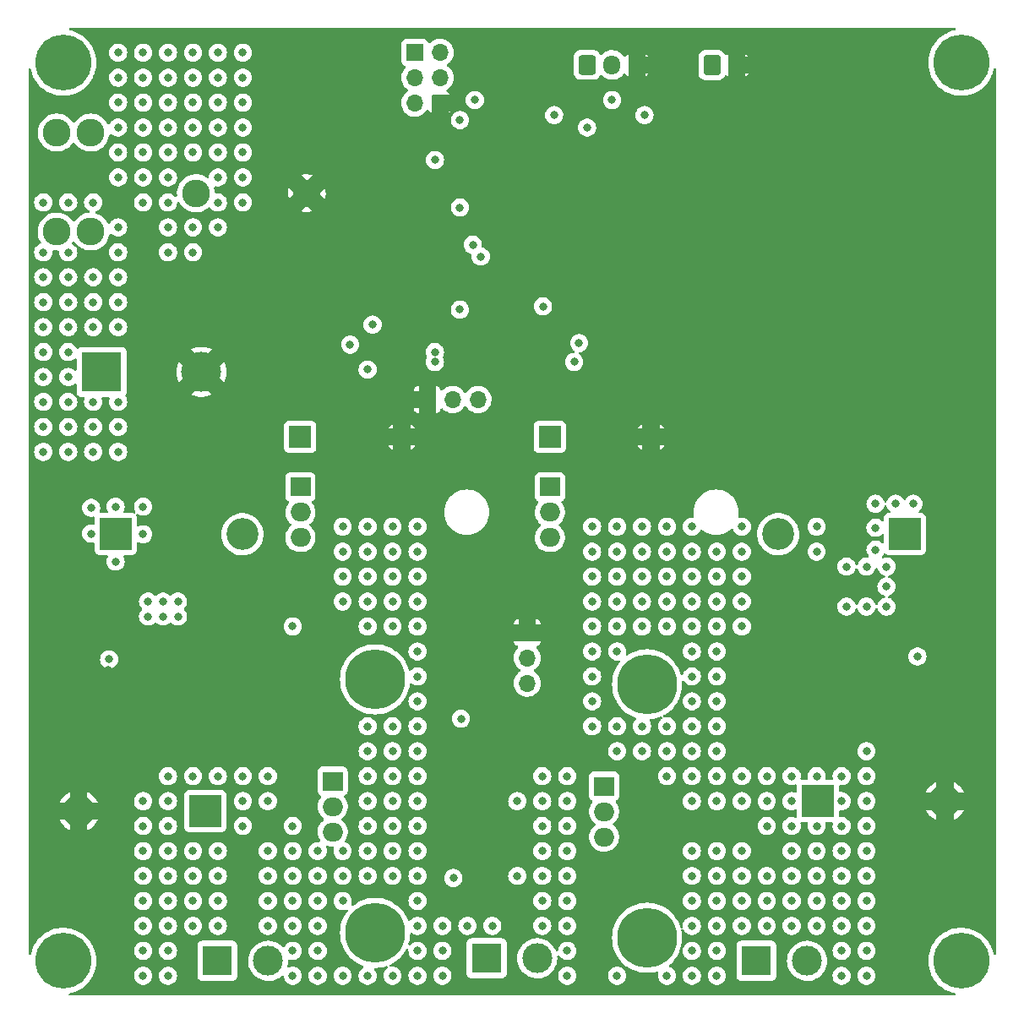
<source format=gbr>
%TF.GenerationSoftware,KiCad,Pcbnew,(6.0.6-1)-1*%
%TF.CreationDate,2022-07-21T21:53:32-04:00*%
%TF.ProjectId,iGEM,6947454d-2e6b-4696-9361-645f70636258,rev?*%
%TF.SameCoordinates,Original*%
%TF.FileFunction,Copper,L2,Inr*%
%TF.FilePolarity,Positive*%
%FSLAX46Y46*%
G04 Gerber Fmt 4.6, Leading zero omitted, Abs format (unit mm)*
G04 Created by KiCad (PCBNEW (6.0.6-1)-1) date 2022-07-21 21:53:32*
%MOMM*%
%LPD*%
G01*
G04 APERTURE LIST*
G04 Aperture macros list*
%AMRoundRect*
0 Rectangle with rounded corners*
0 $1 Rounding radius*
0 $2 $3 $4 $5 $6 $7 $8 $9 X,Y pos of 4 corners*
0 Add a 4 corners polygon primitive as box body*
4,1,4,$2,$3,$4,$5,$6,$7,$8,$9,$2,$3,0*
0 Add four circle primitives for the rounded corners*
1,1,$1+$1,$2,$3*
1,1,$1+$1,$4,$5*
1,1,$1+$1,$6,$7*
1,1,$1+$1,$8,$9*
0 Add four rect primitives between the rounded corners*
20,1,$1+$1,$2,$3,$4,$5,0*
20,1,$1+$1,$4,$5,$6,$7,0*
20,1,$1+$1,$6,$7,$8,$9,0*
20,1,$1+$1,$8,$9,$2,$3,0*%
G04 Aperture macros list end*
%TA.AperFunction,ComponentPad*%
%ADD10R,3.200000X3.200000*%
%TD*%
%TA.AperFunction,ComponentPad*%
%ADD11O,3.200000X3.200000*%
%TD*%
%TA.AperFunction,ComponentPad*%
%ADD12C,2.781000*%
%TD*%
%TA.AperFunction,ComponentPad*%
%ADD13R,2.000000X1.905000*%
%TD*%
%TA.AperFunction,ComponentPad*%
%ADD14O,2.000000X1.905000*%
%TD*%
%TA.AperFunction,ComponentPad*%
%ADD15C,5.600000*%
%TD*%
%TA.AperFunction,ComponentPad*%
%ADD16R,1.700000X1.700000*%
%TD*%
%TA.AperFunction,ComponentPad*%
%ADD17O,1.700000X1.700000*%
%TD*%
%TA.AperFunction,ComponentPad*%
%ADD18R,2.200000X2.200000*%
%TD*%
%TA.AperFunction,ComponentPad*%
%ADD19O,2.200000X2.200000*%
%TD*%
%TA.AperFunction,ComponentPad*%
%ADD20C,2.780000*%
%TD*%
%TA.AperFunction,ComponentPad*%
%ADD21R,3.000000X3.000000*%
%TD*%
%TA.AperFunction,ComponentPad*%
%ADD22C,3.000000*%
%TD*%
%TA.AperFunction,ComponentPad*%
%ADD23RoundRect,0.250000X-0.600000X-0.725000X0.600000X-0.725000X0.600000X0.725000X-0.600000X0.725000X0*%
%TD*%
%TA.AperFunction,ComponentPad*%
%ADD24O,1.700000X1.950000*%
%TD*%
%TA.AperFunction,ComponentPad*%
%ADD25RoundRect,0.250000X-0.600000X-0.750000X0.600000X-0.750000X0.600000X0.750000X-0.600000X0.750000X0*%
%TD*%
%TA.AperFunction,ComponentPad*%
%ADD26O,1.700000X2.000000*%
%TD*%
%TA.AperFunction,ComponentPad*%
%ADD27C,6.000000*%
%TD*%
%TA.AperFunction,ComponentPad*%
%ADD28R,4.000000X4.000000*%
%TD*%
%TA.AperFunction,ComponentPad*%
%ADD29C,4.000000*%
%TD*%
%TA.AperFunction,ViaPad*%
%ADD30C,0.800000*%
%TD*%
G04 APERTURE END LIST*
D10*
%TO.N,Net-(D2-Pad1)*%
%TO.C,D2*%
X81250000Y-126000000D03*
D11*
%TO.N,GND*%
X68550000Y-126000000D03*
%TD*%
D12*
%TO.N,Net-(F1-Pad1)*%
%TO.C,J3*%
X80298000Y-64080000D03*
%TO.N,GND*%
X91423000Y-64080000D03*
%TD*%
D13*
%TO.N,RHEO1_OUT*%
%TO.C,Q1*%
X90770000Y-93500000D03*
D14*
%TO.N,+5V*%
X90770000Y-96040000D03*
%TO.N,Net-(Q1-Pad3)*%
X90770000Y-98580000D03*
%TD*%
D15*
%TO.N,unconnected-(H1-Pad1)*%
%TO.C,H1*%
X157000000Y-141000000D03*
%TD*%
%TO.N,unconnected-(H3-Pad1)*%
%TO.C,H3*%
X157000000Y-51000000D03*
%TD*%
D10*
%TO.N,+5V*%
%TO.C,D3*%
X72250000Y-98250000D03*
D11*
%TO.N,Net-(D3-Pad2)*%
X84950000Y-98250000D03*
%TD*%
D10*
%TO.N,+5V*%
%TO.C,D4*%
X151350000Y-98250000D03*
D11*
%TO.N,Net-(D4-Pad2)*%
X138650000Y-98250000D03*
%TD*%
D16*
%TO.N,GND*%
%TO.C,J2*%
X113500000Y-108100000D03*
D17*
%TO.N,Net-(J2-Pad2)*%
X113500000Y-110640000D03*
%TO.N,+5V*%
X113500000Y-113180000D03*
%TD*%
D18*
%TO.N,RHEO2_OUT*%
%TO.C,D7*%
X115750000Y-88500000D03*
D19*
%TO.N,GND*%
X125910000Y-88500000D03*
%TD*%
D15*
%TO.N,unconnected-(H2-Pad1)*%
%TO.C,H2*%
X67000000Y-51000000D03*
%TD*%
D20*
%TO.N,Net-(F1-Pad1)*%
%TO.C,F1*%
X66350000Y-58000000D03*
X69750000Y-58000000D03*
%TO.N,+5V*%
X69750000Y-67920000D03*
X66350000Y-67920000D03*
%TD*%
D13*
%TO.N,Net-(Q6-Pad3)*%
%TO.C,Q7*%
X121205000Y-123510000D03*
D14*
%TO.N,Net-(D4-Pad2)*%
X121205000Y-126050000D03*
%TO.N,Net-(Q7-Pad3)*%
X121205000Y-128590000D03*
%TD*%
D21*
%TO.N,Net-(D3-Pad2)*%
%TO.C,J1*%
X109420000Y-140750000D03*
D22*
%TO.N,Net-(IC1-Pad1)*%
X114500000Y-140750000D03*
%TD*%
D23*
%TO.N,SCL*%
%TO.C,J4*%
X119500000Y-51225000D03*
D24*
%TO.N,SDA*%
X122000000Y-51225000D03*
%TO.N,GND*%
X124500000Y-51225000D03*
%TD*%
D13*
%TO.N,Net-(Q1-Pad3)*%
%TO.C,Q4*%
X94000000Y-123000000D03*
D14*
%TO.N,Net-(D3-Pad2)*%
X94000000Y-125540000D03*
%TO.N,Net-(Q4-Pad3)*%
X94000000Y-128080000D03*
%TD*%
D15*
%TO.N,unconnected-(H4-Pad1)*%
%TO.C,H4*%
X67000000Y-141000000D03*
%TD*%
D25*
%TO.N,+5V*%
%TO.C,M1*%
X132000000Y-51250000D03*
D26*
%TO.N,GND*%
X134500000Y-51250000D03*
%TD*%
D16*
%TO.N,GND*%
%TO.C,J5*%
X103475000Y-84750000D03*
D17*
%TO.N,Net-(IC2-Pad1)*%
X106015000Y-84750000D03*
%TO.N,+5V*%
X108555000Y-84750000D03*
%TD*%
D10*
%TO.N,Net-(D5-Pad1)*%
%TO.C,D5*%
X142650000Y-125000000D03*
D11*
%TO.N,GND*%
X155350000Y-125000000D03*
%TD*%
D13*
%TO.N,RHEO2_OUT*%
%TO.C,Q6*%
X115770000Y-93500000D03*
D14*
%TO.N,+5V*%
X115770000Y-96040000D03*
%TO.N,Net-(Q6-Pad3)*%
X115770000Y-98580000D03*
%TD*%
D27*
%TO.N,Net-(D4-Pad2)*%
%TO.C,HS2*%
X125500000Y-113300000D03*
X125500000Y-138700000D03*
%TD*%
D18*
%TO.N,RHEO1_OUT*%
%TO.C,D1*%
X90750000Y-88500000D03*
D19*
%TO.N,GND*%
X100910000Y-88500000D03*
%TD*%
D21*
%TO.N,Net-(D2-Pad1)*%
%TO.C,R2*%
X82460000Y-141000000D03*
D22*
%TO.N,Net-(Q4-Pad3)*%
X87540000Y-141000000D03*
%TD*%
D28*
%TO.N,+5V*%
%TO.C,C9*%
X70842169Y-82000000D03*
D29*
%TO.N,GND*%
X80842169Y-82000000D03*
%TD*%
D21*
%TO.N,Net-(Q7-Pad3)*%
%TO.C,R6*%
X136460000Y-141000000D03*
D22*
%TO.N,Net-(D5-Pad1)*%
X141540000Y-141000000D03*
%TD*%
D27*
%TO.N,Net-(D3-Pad2)*%
%TO.C,HS1*%
X98249999Y-112800000D03*
X98249999Y-138200000D03*
%TD*%
D16*
%TO.N,UPDI*%
%TO.C,J6*%
X102225000Y-49975000D03*
D17*
%TO.N,+5V*%
X104765000Y-49975000D03*
%TO.N,unconnected-(J6-Pad3)*%
X102225000Y-52515000D03*
%TO.N,unconnected-(J6-Pad4)*%
X104765000Y-52515000D03*
%TO.N,unconnected-(J6-Pad5)*%
X102225000Y-55055000D03*
%TO.N,GND*%
X104765000Y-55055000D03*
%TD*%
D30*
%TO.N,+5V*%
X106750000Y-56750000D03*
X67500000Y-75000000D03*
X95750000Y-79250000D03*
X149500000Y-103500000D03*
X65000000Y-65000000D03*
X72500000Y-85000000D03*
X147500000Y-101500000D03*
X67500000Y-87500000D03*
X75500000Y-106500000D03*
X106100000Y-132700000D03*
X75500000Y-105000000D03*
X70000000Y-77500000D03*
X145500000Y-101500000D03*
X65000000Y-85000000D03*
X75000000Y-98250000D03*
X108250000Y-54750000D03*
X65000000Y-77500000D03*
X148400000Y-99800000D03*
X77000000Y-105000000D03*
X65000000Y-80000000D03*
X145500000Y-105500000D03*
X70000000Y-72500000D03*
X70000000Y-65000000D03*
X67500000Y-90000000D03*
X125250000Y-56250000D03*
X70000000Y-90000000D03*
X72500000Y-70000000D03*
X72500000Y-72500000D03*
X72500000Y-67500000D03*
X148400000Y-97600000D03*
X65000000Y-75000000D03*
X152200000Y-95200000D03*
X152600000Y-110500000D03*
X65000000Y-70000000D03*
X67500000Y-70000000D03*
X72500000Y-90000000D03*
X150400000Y-95200000D03*
X71600000Y-110800000D03*
X106850000Y-116750000D03*
X69800000Y-95600000D03*
X106750000Y-75750000D03*
X67500000Y-85000000D03*
X75000000Y-95500000D03*
X78500000Y-105000000D03*
X116200000Y-56250000D03*
X97500000Y-81750000D03*
X65000000Y-82500000D03*
X65000000Y-87500000D03*
X147500000Y-105500000D03*
X70000000Y-87500000D03*
X72250000Y-101000000D03*
X72500000Y-75000000D03*
X65000000Y-90000000D03*
X67500000Y-72500000D03*
X98000000Y-77250000D03*
X67500000Y-80000000D03*
X67500000Y-65000000D03*
X108050000Y-69250000D03*
X70000000Y-85000000D03*
X65000000Y-72500000D03*
X72500000Y-87500000D03*
X77000000Y-106500000D03*
X72250000Y-95500000D03*
X67500000Y-77500000D03*
X78500000Y-106500000D03*
X149500000Y-101500000D03*
X70000000Y-75000000D03*
X72500000Y-77500000D03*
X148400000Y-95200000D03*
X67500000Y-82500000D03*
X149500000Y-105500000D03*
X69800000Y-98200000D03*
%TO.N,GND*%
X82500000Y-85000000D03*
X90000000Y-72500000D03*
X97500000Y-55000000D03*
X87500000Y-80000000D03*
X152250000Y-125000000D03*
X90000000Y-70000000D03*
X92500000Y-57500000D03*
X107692997Y-79807003D03*
X151000000Y-116000000D03*
X77500000Y-77500000D03*
X77500000Y-75000000D03*
X92500000Y-60000000D03*
X95000000Y-62500000D03*
X92500000Y-50000000D03*
X68500000Y-129000000D03*
X108300000Y-72500000D03*
X150000000Y-111000000D03*
X87500000Y-77500000D03*
X82500000Y-75000000D03*
X90000000Y-55000000D03*
X65500000Y-126000000D03*
X70250000Y-101800000D03*
X112450000Y-119337501D03*
X70000000Y-120500000D03*
X150000000Y-115000000D03*
X149000000Y-116000000D03*
X72000000Y-116500000D03*
X90000000Y-60000000D03*
X95000000Y-60000000D03*
X152250000Y-122000000D03*
X97500000Y-65000000D03*
X158250000Y-128000000D03*
X80000000Y-77500000D03*
X106750000Y-119800000D03*
X72000000Y-120500000D03*
X80000000Y-75000000D03*
X114350000Y-73812500D03*
X71500000Y-129000000D03*
X74000000Y-120500000D03*
X95000000Y-57500000D03*
X111250000Y-56750000D03*
X85000000Y-80000000D03*
X158250000Y-122000000D03*
X97500000Y-60000000D03*
X92500000Y-72500000D03*
X82500000Y-77500000D03*
X149000000Y-110000000D03*
X85000000Y-75000000D03*
X92500000Y-67500000D03*
X152250000Y-128000000D03*
X90000000Y-50000000D03*
X70000000Y-116500000D03*
X68500000Y-123000000D03*
X85000000Y-77500000D03*
X151000000Y-110000000D03*
X97500000Y-83750000D03*
X97500000Y-67500000D03*
X74000000Y-116500000D03*
X155250000Y-122000000D03*
X106100000Y-134800000D03*
X158250000Y-125000000D03*
X90000000Y-77500000D03*
X114750000Y-50750000D03*
X97500000Y-50000000D03*
X76000000Y-115500000D03*
X95000000Y-72500000D03*
X92500000Y-70000000D03*
X68500000Y-121500000D03*
X97500000Y-57500000D03*
X95000000Y-67500000D03*
X68500000Y-115500000D03*
X85000000Y-82500000D03*
X71500000Y-123000000D03*
X100012299Y-80474500D03*
X69000000Y-119500000D03*
X95000000Y-55000000D03*
X154400000Y-101600000D03*
X97500000Y-52500000D03*
X90000000Y-75000000D03*
X77500000Y-85000000D03*
X108850000Y-63950000D03*
X85000000Y-72500000D03*
X97500000Y-62500000D03*
X109750001Y-121400001D03*
X95000000Y-65000000D03*
X112800000Y-71600000D03*
X90000000Y-57500000D03*
X92500000Y-75000000D03*
X105950000Y-69000000D03*
X154000000Y-113750000D03*
X77500000Y-80000000D03*
X90000000Y-52500000D03*
X110250000Y-50750000D03*
X95000000Y-52500000D03*
X87500000Y-75000000D03*
X92500000Y-52500000D03*
X77500000Y-82500000D03*
X80000000Y-85000000D03*
X71500000Y-126000000D03*
X71500000Y-111900000D03*
X95000000Y-70000000D03*
X90000000Y-67500000D03*
X65500000Y-129000000D03*
X155250000Y-128000000D03*
X107500000Y-125750000D03*
X92500000Y-55000000D03*
X65500000Y-123000000D03*
X114000000Y-62500000D03*
X95000000Y-50000000D03*
X69000000Y-117500000D03*
X87500000Y-72500000D03*
X87500000Y-70000000D03*
X76000000Y-121500000D03*
X97500000Y-70000000D03*
%TO.N,Net-(D2-Pad1)*%
X80000000Y-122500000D03*
X77500000Y-132500000D03*
X77500000Y-130000000D03*
X85000000Y-127500000D03*
X87500000Y-125000000D03*
X77500000Y-137500000D03*
X82500000Y-135000000D03*
X75000000Y-125000000D03*
X87500000Y-122500000D03*
X82500000Y-122500000D03*
X80000000Y-132500000D03*
X77500000Y-140000000D03*
X80000000Y-130000000D03*
X77500000Y-125000000D03*
X75000000Y-132500000D03*
X75000000Y-142500000D03*
X80000000Y-137500000D03*
X82500000Y-130000000D03*
X80000000Y-135000000D03*
X82500000Y-137500000D03*
X82500000Y-132500000D03*
X77500000Y-142500000D03*
X75000000Y-130000000D03*
X75000000Y-127500000D03*
X77500000Y-122500000D03*
X75000000Y-137500000D03*
X85000000Y-122500000D03*
X77500000Y-127500000D03*
X75000000Y-140000000D03*
X77500000Y-135000000D03*
X75000000Y-135000000D03*
X85000000Y-125000000D03*
%TO.N,Net-(D3-Pad2)*%
X100000000Y-107500000D03*
X97500000Y-117500000D03*
X97500000Y-132500000D03*
X102500000Y-117500000D03*
X97500000Y-102500000D03*
X100000000Y-117500000D03*
X100000000Y-130000000D03*
X97500000Y-122500000D03*
X97500000Y-97500000D03*
X100000000Y-132500000D03*
X102500000Y-100000000D03*
X102500000Y-122500000D03*
X102500000Y-115000000D03*
X107500000Y-137500000D03*
X102500000Y-127500000D03*
X97500000Y-107500000D03*
X105000000Y-137500000D03*
X105000000Y-142500000D03*
X102500000Y-120000000D03*
X100000000Y-120000000D03*
X95000000Y-102500000D03*
X95000000Y-132500000D03*
X110000000Y-137500000D03*
X102500000Y-110000000D03*
X97500000Y-105000000D03*
X97500000Y-125000000D03*
X100000000Y-122500000D03*
X100000000Y-127500000D03*
X102500000Y-97500000D03*
X95000000Y-135000000D03*
X105000000Y-140000000D03*
X100000000Y-97500000D03*
X102500000Y-135000000D03*
X97500000Y-127500000D03*
X97500000Y-130000000D03*
X102500000Y-125000000D03*
X100000000Y-142500000D03*
X102500000Y-102500000D03*
X97500000Y-100000000D03*
X102500000Y-137500000D03*
X97500000Y-120000000D03*
X95000000Y-97500000D03*
X95000000Y-100000000D03*
X95000000Y-142500000D03*
X102500000Y-142500000D03*
X102500000Y-140000000D03*
X100000000Y-102500000D03*
X102500000Y-130000000D03*
X102500000Y-112500000D03*
X100000000Y-100000000D03*
X90000000Y-107500000D03*
X95000000Y-105000000D03*
X97500000Y-142500000D03*
X100000000Y-125000000D03*
X100000000Y-105000000D03*
X102500000Y-132500000D03*
X102500000Y-107500000D03*
X102500000Y-105000000D03*
%TO.N,Net-(D4-Pad2)*%
X132500000Y-102500000D03*
X120000000Y-110000000D03*
X125000000Y-100000000D03*
X117500000Y-127500000D03*
X130000000Y-115000000D03*
X122500000Y-100000000D03*
X132500000Y-122500000D03*
X130000000Y-107500000D03*
X127500000Y-102500000D03*
X132500000Y-120000000D03*
X132500000Y-112500000D03*
X135000000Y-100000000D03*
X120000000Y-97500000D03*
X120000000Y-102500000D03*
X130000000Y-120000000D03*
X122500000Y-102500000D03*
X122500000Y-107500000D03*
X132500000Y-100000000D03*
X135000000Y-105000000D03*
X135000000Y-107500000D03*
X142500000Y-97500000D03*
X122500000Y-110000000D03*
X120000000Y-115000000D03*
X132500000Y-107500000D03*
X130000000Y-100000000D03*
X115000000Y-127500000D03*
X112500000Y-125000000D03*
X130000000Y-110000000D03*
X117500000Y-122500000D03*
X130000000Y-105000000D03*
X115000000Y-122500000D03*
X132500000Y-105000000D03*
X120000000Y-112500000D03*
X125000000Y-102500000D03*
X135000000Y-97500000D03*
X130000000Y-102500000D03*
X127500000Y-117500000D03*
X132500000Y-125000000D03*
X132500000Y-117500000D03*
X125000000Y-107500000D03*
X117500000Y-125000000D03*
X115000000Y-125000000D03*
X132500000Y-110000000D03*
X127500000Y-100000000D03*
X120000000Y-117500000D03*
X122500000Y-97500000D03*
X122500000Y-117500000D03*
X125000000Y-105000000D03*
X122500000Y-105000000D03*
X120000000Y-105000000D03*
X127500000Y-107500000D03*
X130000000Y-125000000D03*
X130000000Y-97500000D03*
X125000000Y-117500000D03*
X127500000Y-122500000D03*
X120000000Y-100000000D03*
X127500000Y-120000000D03*
X130000000Y-112500000D03*
X122500000Y-120000000D03*
X127500000Y-105000000D03*
X130000000Y-117500000D03*
X125000000Y-97500000D03*
X125000000Y-120000000D03*
X135000000Y-102500000D03*
X142500000Y-100000000D03*
X130000000Y-122500000D03*
X132500000Y-115000000D03*
X120000000Y-107500000D03*
X127500000Y-97500000D03*
%TO.N,Net-(D5-Pad1)*%
X142500000Y-132500000D03*
X140000000Y-137500000D03*
X145000000Y-125000000D03*
X140000000Y-127500000D03*
X147500000Y-132500000D03*
X147500000Y-142500000D03*
X145000000Y-140000000D03*
X140000000Y-132500000D03*
X140000000Y-125000000D03*
X145000000Y-132500000D03*
X142500000Y-122500000D03*
X135000000Y-125000000D03*
X137500000Y-125000000D03*
X140000000Y-135000000D03*
X145000000Y-135000000D03*
X142500000Y-127500000D03*
X147500000Y-120000000D03*
X140000000Y-130000000D03*
X140000000Y-122500000D03*
X147500000Y-137500000D03*
X145000000Y-130000000D03*
X135000000Y-122500000D03*
X142500000Y-130000000D03*
X147500000Y-135000000D03*
X145000000Y-122500000D03*
X142500000Y-135000000D03*
X147500000Y-122500000D03*
X145000000Y-127500000D03*
X145000000Y-142500000D03*
X147500000Y-127500000D03*
X137500000Y-122500000D03*
X142500000Y-137500000D03*
X147500000Y-130000000D03*
X147500000Y-125000000D03*
X147500000Y-140000000D03*
X145000000Y-137500000D03*
X137500000Y-127500000D03*
%TO.N,Net-(F1-Pad1)*%
X72500000Y-60000000D03*
X77500000Y-65000000D03*
X77500000Y-50000000D03*
X82500000Y-57500000D03*
X80000000Y-57500000D03*
X75000000Y-55000000D03*
X75000000Y-62500000D03*
X75000000Y-52500000D03*
X77500000Y-67500000D03*
X80000000Y-50000000D03*
X77500000Y-52500000D03*
X82500000Y-62500000D03*
X72500000Y-50000000D03*
X72500000Y-57500000D03*
X82500000Y-55000000D03*
X77500000Y-70000000D03*
X75000000Y-60000000D03*
X82500000Y-67500000D03*
X75000000Y-50000000D03*
X85000000Y-52500000D03*
X80000000Y-70000000D03*
X75000000Y-65000000D03*
X77500000Y-60000000D03*
X80000000Y-55000000D03*
X82500000Y-50000000D03*
X72500000Y-52500000D03*
X77500000Y-62500000D03*
X85000000Y-50000000D03*
X80000000Y-67500000D03*
X85000000Y-60000000D03*
X85000000Y-65000000D03*
X85000000Y-62500000D03*
X72500000Y-62500000D03*
X85000000Y-57500000D03*
X80000000Y-60000000D03*
X85000000Y-55000000D03*
X82500000Y-52500000D03*
X75000000Y-57500000D03*
X82500000Y-60000000D03*
X80000000Y-52500000D03*
X72500000Y-55000000D03*
X77500000Y-55000000D03*
X82500000Y-65000000D03*
X77500000Y-57500000D03*
%TO.N,Net-(IC1-Pad1)*%
X117500000Y-130000000D03*
X115000000Y-132500000D03*
X115000000Y-135000000D03*
X117500000Y-140000000D03*
X115000000Y-130000000D03*
X117500000Y-132500000D03*
X117500000Y-135000000D03*
X117500000Y-137500000D03*
X115000000Y-137500000D03*
X112500000Y-132500000D03*
X117500000Y-142500000D03*
%TO.N,SCL*%
X119500000Y-57500000D03*
X104250000Y-81000000D03*
X106750000Y-65525500D03*
%TO.N,SDA*%
X104250000Y-80000000D03*
X104250000Y-60750000D03*
X122000000Y-54750000D03*
%TO.N,DIR2*%
X115075000Y-75425000D03*
X118700000Y-79100000D03*
%TO.N,DIR1*%
X108838798Y-70427795D03*
X118200000Y-81000000D03*
%TO.N,Net-(Q4-Pad3)*%
X90000000Y-132500000D03*
X95000000Y-130000000D03*
X90000000Y-135000000D03*
X87500000Y-137500000D03*
X87500000Y-132500000D03*
X87500000Y-130000000D03*
X92500000Y-140000000D03*
X90000000Y-142500000D03*
X92500000Y-137500000D03*
X92500000Y-135000000D03*
X90000000Y-127500000D03*
X92500000Y-132500000D03*
X90000000Y-137500000D03*
X90000000Y-130000000D03*
X92500000Y-130000000D03*
X90000000Y-140000000D03*
X92500000Y-142500000D03*
X87500000Y-135000000D03*
%TO.N,Net-(Q7-Pad3)*%
X132500000Y-140000000D03*
X135000000Y-137500000D03*
X130000000Y-130000000D03*
X130000000Y-140000000D03*
X137500000Y-137500000D03*
X137500000Y-132500000D03*
X132500000Y-137500000D03*
X132500000Y-142500000D03*
X135000000Y-135000000D03*
X137500000Y-135000000D03*
X130000000Y-142500000D03*
X135000000Y-132500000D03*
X130000000Y-137500000D03*
X132500000Y-135000000D03*
X127500000Y-142500000D03*
X122500000Y-142500000D03*
X130000000Y-135000000D03*
X132500000Y-132500000D03*
X132500000Y-130000000D03*
X135000000Y-130000000D03*
X130000000Y-132500000D03*
%TD*%
%TA.AperFunction,Conductor*%
%TO.N,GND*%
G36*
X156381534Y-47528502D02*
G01*
X156428027Y-47582158D01*
X156438131Y-47652432D01*
X156408637Y-47717012D01*
X156348911Y-47755396D01*
X156340257Y-47757608D01*
X156120117Y-47805606D01*
X155780271Y-47919317D01*
X155777178Y-47920739D01*
X155777177Y-47920740D01*
X155770974Y-47923593D01*
X155454694Y-48069066D01*
X155451760Y-48070822D01*
X155451758Y-48070823D01*
X155408147Y-48096924D01*
X155147193Y-48253101D01*
X155144467Y-48255163D01*
X155144465Y-48255164D01*
X155138620Y-48259585D01*
X154861367Y-48469270D01*
X154600559Y-48715043D01*
X154598347Y-48717633D01*
X154598345Y-48717635D01*
X154560677Y-48761739D01*
X154367819Y-48987546D01*
X154365900Y-48990358D01*
X154365897Y-48990363D01*
X154279417Y-49117138D01*
X154165871Y-49283591D01*
X153997077Y-49599714D01*
X153863411Y-49932218D01*
X153862491Y-49935492D01*
X153862489Y-49935497D01*
X153770413Y-50263069D01*
X153766437Y-50277213D01*
X153765875Y-50280570D01*
X153765875Y-50280571D01*
X153753105Y-50356885D01*
X153707290Y-50630663D01*
X153686661Y-50988434D01*
X153704792Y-51346340D01*
X153705329Y-51349695D01*
X153705330Y-51349701D01*
X153725930Y-51478308D01*
X153761470Y-51700195D01*
X153856033Y-52045859D01*
X153987374Y-52379288D01*
X154007211Y-52417072D01*
X154151612Y-52692115D01*
X154153957Y-52696582D01*
X154155858Y-52699411D01*
X154155864Y-52699421D01*
X154267312Y-52865271D01*
X154353834Y-52994029D01*
X154584665Y-53268150D01*
X154843751Y-53515738D01*
X155128061Y-53733897D01*
X155160056Y-53753350D01*
X155431355Y-53918303D01*
X155431360Y-53918306D01*
X155434270Y-53920075D01*
X155437358Y-53921521D01*
X155437357Y-53921521D01*
X155755710Y-54070649D01*
X155755720Y-54070653D01*
X155758794Y-54072093D01*
X155762012Y-54073195D01*
X155762015Y-54073196D01*
X156094615Y-54187071D01*
X156094623Y-54187073D01*
X156097838Y-54188174D01*
X156447435Y-54266959D01*
X156499728Y-54272917D01*
X156800114Y-54307142D01*
X156800122Y-54307142D01*
X156803497Y-54307527D01*
X156806901Y-54307545D01*
X156806904Y-54307545D01*
X157001227Y-54308562D01*
X157161857Y-54309403D01*
X157165243Y-54309053D01*
X157165245Y-54309053D01*
X157514932Y-54272917D01*
X157514941Y-54272916D01*
X157518324Y-54272566D01*
X157521657Y-54271852D01*
X157521660Y-54271851D01*
X157780380Y-54216386D01*
X157868727Y-54197446D01*
X158208968Y-54084922D01*
X158535066Y-53936311D01*
X158700031Y-53838362D01*
X158840262Y-53755099D01*
X158840267Y-53755096D01*
X158843207Y-53753350D01*
X158900257Y-53710516D01*
X158948257Y-53674476D01*
X159129786Y-53538180D01*
X159391451Y-53293319D01*
X159625140Y-53021630D01*
X159775353Y-52803069D01*
X159826190Y-52729101D01*
X159826195Y-52729094D01*
X159828120Y-52726292D01*
X159829732Y-52723298D01*
X159829737Y-52723290D01*
X159967696Y-52467072D01*
X159998017Y-52410760D01*
X160086768Y-52192191D01*
X160131562Y-52081877D01*
X160131564Y-52081872D01*
X160132842Y-52078724D01*
X160134359Y-52073401D01*
X160177519Y-51921886D01*
X160231020Y-51734070D01*
X160235326Y-51708882D01*
X160241301Y-51673924D01*
X160272495Y-51610148D01*
X160333217Y-51573360D01*
X160404189Y-51575241D01*
X160462877Y-51615193D01*
X160490649Y-51680533D01*
X160491500Y-51695154D01*
X160491500Y-140299226D01*
X160471498Y-140367347D01*
X160417842Y-140413840D01*
X160347568Y-140423944D01*
X160282988Y-140394450D01*
X160244604Y-140334724D01*
X160241156Y-140319588D01*
X160238312Y-140302221D01*
X160236066Y-140288505D01*
X160140297Y-139943173D01*
X160138691Y-139939136D01*
X160009052Y-139613369D01*
X160007793Y-139610205D01*
X159940472Y-139483057D01*
X159841702Y-139296513D01*
X159841698Y-139296506D01*
X159840103Y-139293494D01*
X159639190Y-138996746D01*
X159634131Y-138990780D01*
X159515141Y-138850472D01*
X159407403Y-138723432D01*
X159147454Y-138476750D01*
X158903777Y-138291118D01*
X158865091Y-138261647D01*
X158865089Y-138261646D01*
X158862384Y-138259585D01*
X158859472Y-138257828D01*
X158859467Y-138257825D01*
X158558443Y-138076236D01*
X158558437Y-138076233D01*
X158555528Y-138074478D01*
X158230475Y-137923593D01*
X157975057Y-137837139D01*
X157894255Y-137809789D01*
X157894250Y-137809788D01*
X157891028Y-137808697D01*
X157692681Y-137764724D01*
X157544493Y-137731871D01*
X157544487Y-137731870D01*
X157541158Y-137731132D01*
X157537769Y-137730758D01*
X157537764Y-137730757D01*
X157188338Y-137692180D01*
X157188333Y-137692180D01*
X157184957Y-137691807D01*
X157181558Y-137691801D01*
X157181557Y-137691801D01*
X157012080Y-137691505D01*
X156826592Y-137691182D01*
X156713413Y-137703277D01*
X156473639Y-137728901D01*
X156473631Y-137728902D01*
X156470256Y-137729263D01*
X156120117Y-137805606D01*
X155780271Y-137919317D01*
X155777178Y-137920739D01*
X155777177Y-137920740D01*
X155595090Y-138004491D01*
X155454694Y-138069066D01*
X155451760Y-138070822D01*
X155451758Y-138070823D01*
X155188708Y-138228255D01*
X155147193Y-138253101D01*
X155144467Y-138255163D01*
X155144465Y-138255164D01*
X154992406Y-138370166D01*
X154861367Y-138469270D01*
X154600559Y-138715043D01*
X154598347Y-138717633D01*
X154598345Y-138717635D01*
X154576837Y-138742818D01*
X154367819Y-138987546D01*
X154365900Y-138990358D01*
X154365897Y-138990363D01*
X154294748Y-139094664D01*
X154165871Y-139283591D01*
X153997077Y-139599714D01*
X153863411Y-139932218D01*
X153862491Y-139935492D01*
X153862489Y-139935497D01*
X153769125Y-140267651D01*
X153766437Y-140277213D01*
X153765875Y-140280570D01*
X153765875Y-140280571D01*
X153743574Y-140413840D01*
X153707290Y-140630663D01*
X153686661Y-140988434D01*
X153686833Y-140991829D01*
X153686833Y-140991830D01*
X153700765Y-141266846D01*
X153704792Y-141346340D01*
X153705329Y-141349695D01*
X153705330Y-141349701D01*
X153733426Y-141525108D01*
X153761470Y-141700195D01*
X153856033Y-142045859D01*
X153954061Y-142294717D01*
X153986060Y-142375951D01*
X153987374Y-142379288D01*
X154006162Y-142415073D01*
X154150464Y-142689928D01*
X154153957Y-142696582D01*
X154155858Y-142699411D01*
X154155864Y-142699421D01*
X154261136Y-142856081D01*
X154353834Y-142994029D01*
X154584665Y-143268150D01*
X154843751Y-143515738D01*
X155128061Y-143733897D01*
X155160056Y-143753350D01*
X155431355Y-143918303D01*
X155431360Y-143918306D01*
X155434270Y-143920075D01*
X155437358Y-143921521D01*
X155437357Y-143921521D01*
X155755710Y-144070649D01*
X155755720Y-144070653D01*
X155758794Y-144072093D01*
X155762012Y-144073195D01*
X155762015Y-144073196D01*
X156094615Y-144187071D01*
X156094623Y-144187073D01*
X156097838Y-144188174D01*
X156101166Y-144188924D01*
X156339270Y-144242583D01*
X156401326Y-144277071D01*
X156434886Y-144339636D01*
X156429293Y-144410412D01*
X156386324Y-144466928D01*
X156319620Y-144491243D01*
X156311569Y-144491500D01*
X67685919Y-144491500D01*
X67617798Y-144471498D01*
X67571305Y-144417842D01*
X67561201Y-144347568D01*
X67590695Y-144282988D01*
X67650421Y-144244604D01*
X67659507Y-144242299D01*
X67736817Y-144225725D01*
X67868727Y-144197446D01*
X68208968Y-144084922D01*
X68535066Y-143936311D01*
X68629052Y-143880506D01*
X68840262Y-143755099D01*
X68840267Y-143755096D01*
X68843207Y-143753350D01*
X69129786Y-143538180D01*
X69391451Y-143293319D01*
X69625140Y-143021630D01*
X69774106Y-142804883D01*
X69826190Y-142729101D01*
X69826195Y-142729094D01*
X69828120Y-142726292D01*
X69829732Y-142723298D01*
X69829737Y-142723290D01*
X69949966Y-142500000D01*
X74086496Y-142500000D01*
X74087186Y-142506565D01*
X74103846Y-142665073D01*
X74106458Y-142689928D01*
X74165473Y-142871556D01*
X74168776Y-142877278D01*
X74168777Y-142877279D01*
X74185590Y-142906399D01*
X74260960Y-143036944D01*
X74388747Y-143178866D01*
X74543248Y-143291118D01*
X74549276Y-143293802D01*
X74549278Y-143293803D01*
X74711681Y-143366109D01*
X74717712Y-143368794D01*
X74811112Y-143388647D01*
X74898056Y-143407128D01*
X74898061Y-143407128D01*
X74904513Y-143408500D01*
X75095487Y-143408500D01*
X75101939Y-143407128D01*
X75101944Y-143407128D01*
X75188888Y-143388647D01*
X75282288Y-143368794D01*
X75288319Y-143366109D01*
X75450722Y-143293803D01*
X75450724Y-143293802D01*
X75456752Y-143291118D01*
X75611253Y-143178866D01*
X75739040Y-143036944D01*
X75814410Y-142906399D01*
X75831223Y-142877279D01*
X75831224Y-142877278D01*
X75834527Y-142871556D01*
X75893542Y-142689928D01*
X75896155Y-142665073D01*
X75912814Y-142506565D01*
X75913504Y-142500000D01*
X76586496Y-142500000D01*
X76587186Y-142506565D01*
X76603846Y-142665073D01*
X76606458Y-142689928D01*
X76665473Y-142871556D01*
X76668776Y-142877278D01*
X76668777Y-142877279D01*
X76685590Y-142906399D01*
X76760960Y-143036944D01*
X76888747Y-143178866D01*
X77043248Y-143291118D01*
X77049276Y-143293802D01*
X77049278Y-143293803D01*
X77211681Y-143366109D01*
X77217712Y-143368794D01*
X77311112Y-143388647D01*
X77398056Y-143407128D01*
X77398061Y-143407128D01*
X77404513Y-143408500D01*
X77595487Y-143408500D01*
X77601939Y-143407128D01*
X77601944Y-143407128D01*
X77688888Y-143388647D01*
X77782288Y-143368794D01*
X77788319Y-143366109D01*
X77950722Y-143293803D01*
X77950724Y-143293802D01*
X77956752Y-143291118D01*
X78111253Y-143178866D01*
X78239040Y-143036944D01*
X78314410Y-142906399D01*
X78331223Y-142877279D01*
X78331224Y-142877278D01*
X78334527Y-142871556D01*
X78393542Y-142689928D01*
X78396155Y-142665073D01*
X78408445Y-142548134D01*
X80451500Y-142548134D01*
X80458255Y-142610316D01*
X80509385Y-142746705D01*
X80596739Y-142863261D01*
X80713295Y-142950615D01*
X80849684Y-143001745D01*
X80911866Y-143008500D01*
X84008134Y-143008500D01*
X84070316Y-143001745D01*
X84206705Y-142950615D01*
X84323261Y-142863261D01*
X84410615Y-142746705D01*
X84461745Y-142610316D01*
X84468500Y-142548134D01*
X84468500Y-140978918D01*
X85526917Y-140978918D01*
X85542682Y-141252320D01*
X85543507Y-141256525D01*
X85543508Y-141256533D01*
X85560321Y-141342227D01*
X85595405Y-141521053D01*
X85596792Y-141525103D01*
X85596793Y-141525108D01*
X85671778Y-141744119D01*
X85684112Y-141780144D01*
X85707198Y-141826045D01*
X85778983Y-141968774D01*
X85807160Y-142024799D01*
X85809586Y-142028328D01*
X85809589Y-142028334D01*
X85936605Y-142213142D01*
X85962274Y-142250490D01*
X86146582Y-142453043D01*
X86149877Y-142455798D01*
X86149878Y-142455799D01*
X86231726Y-142524234D01*
X86356675Y-142628707D01*
X86360316Y-142630991D01*
X86585024Y-142771951D01*
X86585028Y-142771953D01*
X86588664Y-142774234D01*
X86656544Y-142804883D01*
X86834345Y-142885164D01*
X86834349Y-142885166D01*
X86838257Y-142886930D01*
X86842377Y-142888150D01*
X86842376Y-142888150D01*
X87096723Y-142963491D01*
X87096727Y-142963492D01*
X87100836Y-142964709D01*
X87105070Y-142965357D01*
X87105075Y-142965358D01*
X87367298Y-143005483D01*
X87367300Y-143005483D01*
X87371540Y-143006132D01*
X87510912Y-143008322D01*
X87641071Y-143010367D01*
X87641077Y-143010367D01*
X87645362Y-143010434D01*
X87917235Y-142977534D01*
X88182127Y-142908041D01*
X88186087Y-142906401D01*
X88186092Y-142906399D01*
X88308632Y-142855641D01*
X88435136Y-142803241D01*
X88564693Y-142727534D01*
X88667879Y-142667237D01*
X88667880Y-142667236D01*
X88671582Y-142665073D01*
X88885593Y-142497267D01*
X88885595Y-142497266D01*
X88887089Y-142496094D01*
X88887348Y-142496424D01*
X88949081Y-142466800D01*
X89019535Y-142475565D01*
X89074065Y-142521029D01*
X89094692Y-142577983D01*
X89104073Y-142667237D01*
X89106458Y-142689928D01*
X89165473Y-142871556D01*
X89168776Y-142877278D01*
X89168777Y-142877279D01*
X89185590Y-142906399D01*
X89260960Y-143036944D01*
X89388747Y-143178866D01*
X89543248Y-143291118D01*
X89549276Y-143293802D01*
X89549278Y-143293803D01*
X89711681Y-143366109D01*
X89717712Y-143368794D01*
X89811112Y-143388647D01*
X89898056Y-143407128D01*
X89898061Y-143407128D01*
X89904513Y-143408500D01*
X90095487Y-143408500D01*
X90101939Y-143407128D01*
X90101944Y-143407128D01*
X90188888Y-143388647D01*
X90282288Y-143368794D01*
X90288319Y-143366109D01*
X90450722Y-143293803D01*
X90450724Y-143293802D01*
X90456752Y-143291118D01*
X90611253Y-143178866D01*
X90739040Y-143036944D01*
X90814410Y-142906399D01*
X90831223Y-142877279D01*
X90831224Y-142877278D01*
X90834527Y-142871556D01*
X90893542Y-142689928D01*
X90896155Y-142665073D01*
X90912814Y-142506565D01*
X90913504Y-142500000D01*
X91586496Y-142500000D01*
X91587186Y-142506565D01*
X91603846Y-142665073D01*
X91606458Y-142689928D01*
X91665473Y-142871556D01*
X91668776Y-142877278D01*
X91668777Y-142877279D01*
X91685590Y-142906399D01*
X91760960Y-143036944D01*
X91888747Y-143178866D01*
X92043248Y-143291118D01*
X92049276Y-143293802D01*
X92049278Y-143293803D01*
X92211681Y-143366109D01*
X92217712Y-143368794D01*
X92311112Y-143388647D01*
X92398056Y-143407128D01*
X92398061Y-143407128D01*
X92404513Y-143408500D01*
X92595487Y-143408500D01*
X92601939Y-143407128D01*
X92601944Y-143407128D01*
X92688888Y-143388647D01*
X92782288Y-143368794D01*
X92788319Y-143366109D01*
X92950722Y-143293803D01*
X92950724Y-143293802D01*
X92956752Y-143291118D01*
X93111253Y-143178866D01*
X93239040Y-143036944D01*
X93314410Y-142906399D01*
X93331223Y-142877279D01*
X93331224Y-142877278D01*
X93334527Y-142871556D01*
X93393542Y-142689928D01*
X93396155Y-142665073D01*
X93412814Y-142506565D01*
X93413504Y-142500000D01*
X94086496Y-142500000D01*
X94087186Y-142506565D01*
X94103846Y-142665073D01*
X94106458Y-142689928D01*
X94165473Y-142871556D01*
X94168776Y-142877278D01*
X94168777Y-142877279D01*
X94185590Y-142906399D01*
X94260960Y-143036944D01*
X94388747Y-143178866D01*
X94543248Y-143291118D01*
X94549276Y-143293802D01*
X94549278Y-143293803D01*
X94711681Y-143366109D01*
X94717712Y-143368794D01*
X94811112Y-143388647D01*
X94898056Y-143407128D01*
X94898061Y-143407128D01*
X94904513Y-143408500D01*
X95095487Y-143408500D01*
X95101939Y-143407128D01*
X95101944Y-143407128D01*
X95188888Y-143388647D01*
X95282288Y-143368794D01*
X95288319Y-143366109D01*
X95450722Y-143293803D01*
X95450724Y-143293802D01*
X95456752Y-143291118D01*
X95611253Y-143178866D01*
X95739040Y-143036944D01*
X95814410Y-142906399D01*
X95831223Y-142877279D01*
X95831224Y-142877278D01*
X95834527Y-142871556D01*
X95893542Y-142689928D01*
X95896155Y-142665073D01*
X95912814Y-142506565D01*
X95913504Y-142500000D01*
X95900466Y-142375951D01*
X95894232Y-142316635D01*
X95894232Y-142316633D01*
X95893542Y-142310072D01*
X95834527Y-142128444D01*
X95807642Y-142081877D01*
X95784743Y-142042216D01*
X95739040Y-141963056D01*
X95611253Y-141821134D01*
X95503188Y-141742620D01*
X95462094Y-141712763D01*
X95462093Y-141712762D01*
X95456752Y-141708882D01*
X95450724Y-141706198D01*
X95450722Y-141706197D01*
X95288319Y-141633891D01*
X95288318Y-141633891D01*
X95282288Y-141631206D01*
X95158882Y-141604975D01*
X95101944Y-141592872D01*
X95101939Y-141592872D01*
X95095487Y-141591500D01*
X94904513Y-141591500D01*
X94898061Y-141592872D01*
X94898056Y-141592872D01*
X94841118Y-141604975D01*
X94717712Y-141631206D01*
X94711682Y-141633891D01*
X94711681Y-141633891D01*
X94549278Y-141706197D01*
X94549276Y-141706198D01*
X94543248Y-141708882D01*
X94537907Y-141712762D01*
X94537906Y-141712763D01*
X94496812Y-141742620D01*
X94388747Y-141821134D01*
X94260960Y-141963056D01*
X94215257Y-142042216D01*
X94192359Y-142081877D01*
X94165473Y-142128444D01*
X94106458Y-142310072D01*
X94105768Y-142316633D01*
X94105768Y-142316635D01*
X94099534Y-142375951D01*
X94086496Y-142500000D01*
X93413504Y-142500000D01*
X93400466Y-142375951D01*
X93394232Y-142316635D01*
X93394232Y-142316633D01*
X93393542Y-142310072D01*
X93334527Y-142128444D01*
X93307642Y-142081877D01*
X93284743Y-142042216D01*
X93239040Y-141963056D01*
X93111253Y-141821134D01*
X93003188Y-141742620D01*
X92962094Y-141712763D01*
X92962093Y-141712762D01*
X92956752Y-141708882D01*
X92950724Y-141706198D01*
X92950722Y-141706197D01*
X92788319Y-141633891D01*
X92788318Y-141633891D01*
X92782288Y-141631206D01*
X92658882Y-141604975D01*
X92601944Y-141592872D01*
X92601939Y-141592872D01*
X92595487Y-141591500D01*
X92404513Y-141591500D01*
X92398061Y-141592872D01*
X92398056Y-141592872D01*
X92341118Y-141604975D01*
X92217712Y-141631206D01*
X92211682Y-141633891D01*
X92211681Y-141633891D01*
X92049278Y-141706197D01*
X92049276Y-141706198D01*
X92043248Y-141708882D01*
X92037907Y-141712762D01*
X92037906Y-141712763D01*
X91996812Y-141742620D01*
X91888747Y-141821134D01*
X91760960Y-141963056D01*
X91715257Y-142042216D01*
X91692359Y-142081877D01*
X91665473Y-142128444D01*
X91606458Y-142310072D01*
X91605768Y-142316633D01*
X91605768Y-142316635D01*
X91599534Y-142375951D01*
X91586496Y-142500000D01*
X90913504Y-142500000D01*
X90900466Y-142375951D01*
X90894232Y-142316635D01*
X90894232Y-142316633D01*
X90893542Y-142310072D01*
X90834527Y-142128444D01*
X90807642Y-142081877D01*
X90784743Y-142042216D01*
X90739040Y-141963056D01*
X90611253Y-141821134D01*
X90503188Y-141742620D01*
X90462094Y-141712763D01*
X90462093Y-141712762D01*
X90456752Y-141708882D01*
X90450724Y-141706198D01*
X90450722Y-141706197D01*
X90288319Y-141633891D01*
X90288318Y-141633891D01*
X90282288Y-141631206D01*
X90158882Y-141604975D01*
X90101944Y-141592872D01*
X90101939Y-141592872D01*
X90095487Y-141591500D01*
X89904513Y-141591500D01*
X89898061Y-141592872D01*
X89898056Y-141592872D01*
X89841118Y-141604975D01*
X89717712Y-141631206D01*
X89711682Y-141633891D01*
X89711681Y-141633891D01*
X89656615Y-141658408D01*
X89586248Y-141667842D01*
X89521951Y-141637735D01*
X89484137Y-141577647D01*
X89482546Y-141515173D01*
X89528407Y-141314933D01*
X89531962Y-141275108D01*
X89552531Y-141044627D01*
X89552531Y-141044625D01*
X89552751Y-141042161D01*
X89553193Y-141000000D01*
X89552949Y-140996426D01*
X89552987Y-140996253D01*
X89552953Y-140995059D01*
X89553253Y-140995050D01*
X89568275Y-140927104D01*
X89618647Y-140877072D01*
X89688072Y-140862215D01*
X89714729Y-140867466D01*
X89717712Y-140868794D01*
X89724170Y-140870167D01*
X89724171Y-140870167D01*
X89898056Y-140907128D01*
X89898061Y-140907128D01*
X89904513Y-140908500D01*
X90095487Y-140908500D01*
X90101939Y-140907128D01*
X90101944Y-140907128D01*
X90188887Y-140888647D01*
X90282288Y-140868794D01*
X90297065Y-140862215D01*
X90450722Y-140793803D01*
X90450724Y-140793802D01*
X90456752Y-140791118D01*
X90489052Y-140767651D01*
X90539421Y-140731055D01*
X90611253Y-140678866D01*
X90647333Y-140638795D01*
X90734621Y-140541852D01*
X90734622Y-140541851D01*
X90739040Y-140536944D01*
X90825667Y-140386902D01*
X90831223Y-140377279D01*
X90831224Y-140377278D01*
X90834527Y-140371556D01*
X90893542Y-140189928D01*
X90894464Y-140181161D01*
X90912814Y-140006565D01*
X90913504Y-140000000D01*
X91586496Y-140000000D01*
X91587186Y-140006565D01*
X91605537Y-140181161D01*
X91606458Y-140189928D01*
X91665473Y-140371556D01*
X91668776Y-140377278D01*
X91668777Y-140377279D01*
X91674333Y-140386902D01*
X91760960Y-140536944D01*
X91765378Y-140541851D01*
X91765379Y-140541852D01*
X91852667Y-140638795D01*
X91888747Y-140678866D01*
X91960579Y-140731055D01*
X92010949Y-140767651D01*
X92043248Y-140791118D01*
X92049276Y-140793802D01*
X92049278Y-140793803D01*
X92202935Y-140862215D01*
X92217712Y-140868794D01*
X92311113Y-140888647D01*
X92398056Y-140907128D01*
X92398061Y-140907128D01*
X92404513Y-140908500D01*
X92595487Y-140908500D01*
X92601939Y-140907128D01*
X92601944Y-140907128D01*
X92688887Y-140888647D01*
X92782288Y-140868794D01*
X92797065Y-140862215D01*
X92950722Y-140793803D01*
X92950724Y-140793802D01*
X92956752Y-140791118D01*
X92989052Y-140767651D01*
X93039421Y-140731055D01*
X93111253Y-140678866D01*
X93147333Y-140638795D01*
X93234621Y-140541852D01*
X93234622Y-140541851D01*
X93239040Y-140536944D01*
X93325667Y-140386902D01*
X93331223Y-140377279D01*
X93331224Y-140377278D01*
X93334527Y-140371556D01*
X93393542Y-140189928D01*
X93394464Y-140181161D01*
X93412814Y-140006565D01*
X93413504Y-140000000D01*
X93412814Y-139993435D01*
X93394232Y-139816635D01*
X93394232Y-139816633D01*
X93393542Y-139810072D01*
X93334527Y-139628444D01*
X93325824Y-139613369D01*
X93277533Y-139529728D01*
X93239040Y-139463056D01*
X93232003Y-139455240D01*
X93115675Y-139326045D01*
X93115671Y-139326041D01*
X93111253Y-139321134D01*
X93007990Y-139246109D01*
X92962094Y-139212763D01*
X92962093Y-139212762D01*
X92956752Y-139208882D01*
X92950724Y-139206198D01*
X92950722Y-139206197D01*
X92788319Y-139133891D01*
X92788318Y-139133891D01*
X92782288Y-139131206D01*
X92677771Y-139108990D01*
X92601944Y-139092872D01*
X92601939Y-139092872D01*
X92595487Y-139091500D01*
X92404513Y-139091500D01*
X92398061Y-139092872D01*
X92398056Y-139092872D01*
X92322229Y-139108990D01*
X92217712Y-139131206D01*
X92211682Y-139133891D01*
X92211681Y-139133891D01*
X92049278Y-139206197D01*
X92049276Y-139206198D01*
X92043248Y-139208882D01*
X92037907Y-139212762D01*
X92037906Y-139212763D01*
X91992010Y-139246109D01*
X91888747Y-139321134D01*
X91884329Y-139326041D01*
X91884325Y-139326045D01*
X91767998Y-139455240D01*
X91760960Y-139463056D01*
X91722467Y-139529728D01*
X91674177Y-139613369D01*
X91665473Y-139628444D01*
X91606458Y-139810072D01*
X91605768Y-139816633D01*
X91605768Y-139816635D01*
X91587186Y-139993435D01*
X91586496Y-140000000D01*
X90913504Y-140000000D01*
X90912814Y-139993435D01*
X90894232Y-139816635D01*
X90894232Y-139816633D01*
X90893542Y-139810072D01*
X90834527Y-139628444D01*
X90825824Y-139613369D01*
X90777533Y-139529728D01*
X90739040Y-139463056D01*
X90732003Y-139455240D01*
X90615675Y-139326045D01*
X90615671Y-139326041D01*
X90611253Y-139321134D01*
X90507990Y-139246109D01*
X90462094Y-139212763D01*
X90462093Y-139212762D01*
X90456752Y-139208882D01*
X90450724Y-139206198D01*
X90450722Y-139206197D01*
X90288319Y-139133891D01*
X90288318Y-139133891D01*
X90282288Y-139131206D01*
X90177771Y-139108990D01*
X90101944Y-139092872D01*
X90101939Y-139092872D01*
X90095487Y-139091500D01*
X89904513Y-139091500D01*
X89898061Y-139092872D01*
X89898056Y-139092872D01*
X89822229Y-139108990D01*
X89717712Y-139131206D01*
X89711682Y-139133891D01*
X89711681Y-139133891D01*
X89549278Y-139206197D01*
X89549276Y-139206198D01*
X89543248Y-139208882D01*
X89537907Y-139212762D01*
X89537906Y-139212763D01*
X89492010Y-139246109D01*
X89388747Y-139321134D01*
X89384329Y-139326041D01*
X89384325Y-139326045D01*
X89267998Y-139455240D01*
X89260960Y-139463056D01*
X89222467Y-139529728D01*
X89190167Y-139585673D01*
X89138785Y-139634666D01*
X89069071Y-139648102D01*
X89003160Y-139621716D01*
X88988748Y-139608444D01*
X88921046Y-139535588D01*
X88921043Y-139535585D01*
X88918125Y-139532445D01*
X88914810Y-139529731D01*
X88914806Y-139529728D01*
X88753304Y-139397540D01*
X88706205Y-139358990D01*
X88472704Y-139215901D01*
X88468768Y-139214173D01*
X88225873Y-139107549D01*
X88225869Y-139107548D01*
X88221945Y-139105825D01*
X87958566Y-139030800D01*
X87954324Y-139030196D01*
X87954318Y-139030195D01*
X87739135Y-138999570D01*
X87687443Y-138992213D01*
X87543589Y-138991460D01*
X87417877Y-138990802D01*
X87417871Y-138990802D01*
X87413591Y-138990780D01*
X87409347Y-138991339D01*
X87409343Y-138991339D01*
X87335741Y-139001029D01*
X87142078Y-139026525D01*
X87137938Y-139027658D01*
X87137936Y-139027658D01*
X87070037Y-139046233D01*
X86877928Y-139098788D01*
X86873980Y-139100472D01*
X86629982Y-139204546D01*
X86629978Y-139204548D01*
X86626030Y-139206232D01*
X86522666Y-139268094D01*
X86394725Y-139344664D01*
X86394721Y-139344667D01*
X86391043Y-139346868D01*
X86177318Y-139518094D01*
X86096863Y-139602876D01*
X85997947Y-139707112D01*
X85988808Y-139716742D01*
X85829002Y-139939136D01*
X85700857Y-140181161D01*
X85699385Y-140185184D01*
X85699383Y-140185188D01*
X85612010Y-140423944D01*
X85606743Y-140438337D01*
X85548404Y-140705907D01*
X85539976Y-140812987D01*
X85528376Y-140960386D01*
X85526917Y-140978918D01*
X84468500Y-140978918D01*
X84468500Y-139451866D01*
X84461745Y-139389684D01*
X84410615Y-139253295D01*
X84323261Y-139136739D01*
X84206705Y-139049385D01*
X84070316Y-138998255D01*
X84008134Y-138991500D01*
X80911866Y-138991500D01*
X80849684Y-138998255D01*
X80713295Y-139049385D01*
X80596739Y-139136739D01*
X80509385Y-139253295D01*
X80458255Y-139389684D01*
X80451500Y-139451866D01*
X80451500Y-142548134D01*
X78408445Y-142548134D01*
X78412814Y-142506565D01*
X78413504Y-142500000D01*
X78400466Y-142375951D01*
X78394232Y-142316635D01*
X78394232Y-142316633D01*
X78393542Y-142310072D01*
X78334527Y-142128444D01*
X78307642Y-142081877D01*
X78284743Y-142042216D01*
X78239040Y-141963056D01*
X78111253Y-141821134D01*
X78003188Y-141742620D01*
X77962094Y-141712763D01*
X77962093Y-141712762D01*
X77956752Y-141708882D01*
X77950724Y-141706198D01*
X77950722Y-141706197D01*
X77788319Y-141633891D01*
X77788318Y-141633891D01*
X77782288Y-141631206D01*
X77658882Y-141604975D01*
X77601944Y-141592872D01*
X77601939Y-141592872D01*
X77595487Y-141591500D01*
X77404513Y-141591500D01*
X77398061Y-141592872D01*
X77398056Y-141592872D01*
X77341118Y-141604975D01*
X77217712Y-141631206D01*
X77211682Y-141633891D01*
X77211681Y-141633891D01*
X77049278Y-141706197D01*
X77049276Y-141706198D01*
X77043248Y-141708882D01*
X77037907Y-141712762D01*
X77037906Y-141712763D01*
X76996812Y-141742620D01*
X76888747Y-141821134D01*
X76760960Y-141963056D01*
X76715257Y-142042216D01*
X76692359Y-142081877D01*
X76665473Y-142128444D01*
X76606458Y-142310072D01*
X76605768Y-142316633D01*
X76605768Y-142316635D01*
X76599534Y-142375951D01*
X76586496Y-142500000D01*
X75913504Y-142500000D01*
X75900466Y-142375951D01*
X75894232Y-142316635D01*
X75894232Y-142316633D01*
X75893542Y-142310072D01*
X75834527Y-142128444D01*
X75807642Y-142081877D01*
X75784743Y-142042216D01*
X75739040Y-141963056D01*
X75611253Y-141821134D01*
X75503188Y-141742620D01*
X75462094Y-141712763D01*
X75462093Y-141712762D01*
X75456752Y-141708882D01*
X75450724Y-141706198D01*
X75450722Y-141706197D01*
X75288319Y-141633891D01*
X75288318Y-141633891D01*
X75282288Y-141631206D01*
X75158882Y-141604975D01*
X75101944Y-141592872D01*
X75101939Y-141592872D01*
X75095487Y-141591500D01*
X74904513Y-141591500D01*
X74898061Y-141592872D01*
X74898056Y-141592872D01*
X74841118Y-141604975D01*
X74717712Y-141631206D01*
X74711682Y-141633891D01*
X74711681Y-141633891D01*
X74549278Y-141706197D01*
X74549276Y-141706198D01*
X74543248Y-141708882D01*
X74537907Y-141712762D01*
X74537906Y-141712763D01*
X74496812Y-141742620D01*
X74388747Y-141821134D01*
X74260960Y-141963056D01*
X74215257Y-142042216D01*
X74192359Y-142081877D01*
X74165473Y-142128444D01*
X74106458Y-142310072D01*
X74105768Y-142316633D01*
X74105768Y-142316635D01*
X74099534Y-142375951D01*
X74086496Y-142500000D01*
X69949966Y-142500000D01*
X69994529Y-142417237D01*
X69998017Y-142410760D01*
X70119662Y-142111182D01*
X70131562Y-142081877D01*
X70131564Y-142081872D01*
X70132842Y-142078724D01*
X70141187Y-142049431D01*
X70198973Y-141846570D01*
X70231020Y-141734070D01*
X70234914Y-141711292D01*
X70290829Y-141384175D01*
X70290829Y-141384173D01*
X70291401Y-141380828D01*
X70292097Y-141369461D01*
X70313168Y-141024928D01*
X70313278Y-141023131D01*
X70313336Y-141006533D01*
X70313353Y-141001819D01*
X70313353Y-141001806D01*
X70313359Y-141000000D01*
X70293979Y-140642159D01*
X70236066Y-140288505D01*
X70156057Y-140000000D01*
X74086496Y-140000000D01*
X74087186Y-140006565D01*
X74105537Y-140181161D01*
X74106458Y-140189928D01*
X74165473Y-140371556D01*
X74168776Y-140377278D01*
X74168777Y-140377279D01*
X74174333Y-140386902D01*
X74260960Y-140536944D01*
X74265378Y-140541851D01*
X74265379Y-140541852D01*
X74352667Y-140638795D01*
X74388747Y-140678866D01*
X74460579Y-140731055D01*
X74510949Y-140767651D01*
X74543248Y-140791118D01*
X74549276Y-140793802D01*
X74549278Y-140793803D01*
X74702935Y-140862215D01*
X74717712Y-140868794D01*
X74811113Y-140888647D01*
X74898056Y-140907128D01*
X74898061Y-140907128D01*
X74904513Y-140908500D01*
X75095487Y-140908500D01*
X75101939Y-140907128D01*
X75101944Y-140907128D01*
X75188887Y-140888647D01*
X75282288Y-140868794D01*
X75297065Y-140862215D01*
X75450722Y-140793803D01*
X75450724Y-140793802D01*
X75456752Y-140791118D01*
X75489052Y-140767651D01*
X75539421Y-140731055D01*
X75611253Y-140678866D01*
X75647333Y-140638795D01*
X75734621Y-140541852D01*
X75734622Y-140541851D01*
X75739040Y-140536944D01*
X75825667Y-140386902D01*
X75831223Y-140377279D01*
X75831224Y-140377278D01*
X75834527Y-140371556D01*
X75893542Y-140189928D01*
X75894464Y-140181161D01*
X75912814Y-140006565D01*
X75913504Y-140000000D01*
X76586496Y-140000000D01*
X76587186Y-140006565D01*
X76605537Y-140181161D01*
X76606458Y-140189928D01*
X76665473Y-140371556D01*
X76668776Y-140377278D01*
X76668777Y-140377279D01*
X76674333Y-140386902D01*
X76760960Y-140536944D01*
X76765378Y-140541851D01*
X76765379Y-140541852D01*
X76852667Y-140638795D01*
X76888747Y-140678866D01*
X76960579Y-140731055D01*
X77010949Y-140767651D01*
X77043248Y-140791118D01*
X77049276Y-140793802D01*
X77049278Y-140793803D01*
X77202935Y-140862215D01*
X77217712Y-140868794D01*
X77311113Y-140888647D01*
X77398056Y-140907128D01*
X77398061Y-140907128D01*
X77404513Y-140908500D01*
X77595487Y-140908500D01*
X77601939Y-140907128D01*
X77601944Y-140907128D01*
X77688887Y-140888647D01*
X77782288Y-140868794D01*
X77797065Y-140862215D01*
X77950722Y-140793803D01*
X77950724Y-140793802D01*
X77956752Y-140791118D01*
X77989052Y-140767651D01*
X78039421Y-140731055D01*
X78111253Y-140678866D01*
X78147333Y-140638795D01*
X78234621Y-140541852D01*
X78234622Y-140541851D01*
X78239040Y-140536944D01*
X78325667Y-140386902D01*
X78331223Y-140377279D01*
X78331224Y-140377278D01*
X78334527Y-140371556D01*
X78393542Y-140189928D01*
X78394464Y-140181161D01*
X78412814Y-140006565D01*
X78413504Y-140000000D01*
X78412814Y-139993435D01*
X78394232Y-139816635D01*
X78394232Y-139816633D01*
X78393542Y-139810072D01*
X78334527Y-139628444D01*
X78325824Y-139613369D01*
X78277533Y-139529728D01*
X78239040Y-139463056D01*
X78232003Y-139455240D01*
X78115675Y-139326045D01*
X78115671Y-139326041D01*
X78111253Y-139321134D01*
X78007990Y-139246109D01*
X77962094Y-139212763D01*
X77962093Y-139212762D01*
X77956752Y-139208882D01*
X77950724Y-139206198D01*
X77950722Y-139206197D01*
X77788319Y-139133891D01*
X77788318Y-139133891D01*
X77782288Y-139131206D01*
X77677771Y-139108990D01*
X77601944Y-139092872D01*
X77601939Y-139092872D01*
X77595487Y-139091500D01*
X77404513Y-139091500D01*
X77398061Y-139092872D01*
X77398056Y-139092872D01*
X77322229Y-139108990D01*
X77217712Y-139131206D01*
X77211682Y-139133891D01*
X77211681Y-139133891D01*
X77049278Y-139206197D01*
X77049276Y-139206198D01*
X77043248Y-139208882D01*
X77037907Y-139212762D01*
X77037906Y-139212763D01*
X76992010Y-139246109D01*
X76888747Y-139321134D01*
X76884329Y-139326041D01*
X76884325Y-139326045D01*
X76767998Y-139455240D01*
X76760960Y-139463056D01*
X76722467Y-139529728D01*
X76674177Y-139613369D01*
X76665473Y-139628444D01*
X76606458Y-139810072D01*
X76605768Y-139816633D01*
X76605768Y-139816635D01*
X76587186Y-139993435D01*
X76586496Y-140000000D01*
X75913504Y-140000000D01*
X75912814Y-139993435D01*
X75894232Y-139816635D01*
X75894232Y-139816633D01*
X75893542Y-139810072D01*
X75834527Y-139628444D01*
X75825824Y-139613369D01*
X75777533Y-139529728D01*
X75739040Y-139463056D01*
X75732003Y-139455240D01*
X75615675Y-139326045D01*
X75615671Y-139326041D01*
X75611253Y-139321134D01*
X75507990Y-139246109D01*
X75462094Y-139212763D01*
X75462093Y-139212762D01*
X75456752Y-139208882D01*
X75450724Y-139206198D01*
X75450722Y-139206197D01*
X75288319Y-139133891D01*
X75288318Y-139133891D01*
X75282288Y-139131206D01*
X75177771Y-139108990D01*
X75101944Y-139092872D01*
X75101939Y-139092872D01*
X75095487Y-139091500D01*
X74904513Y-139091500D01*
X74898061Y-139092872D01*
X74898056Y-139092872D01*
X74822229Y-139108990D01*
X74717712Y-139131206D01*
X74711682Y-139133891D01*
X74711681Y-139133891D01*
X74549278Y-139206197D01*
X74549276Y-139206198D01*
X74543248Y-139208882D01*
X74537907Y-139212762D01*
X74537906Y-139212763D01*
X74492010Y-139246109D01*
X74388747Y-139321134D01*
X74384329Y-139326041D01*
X74384325Y-139326045D01*
X74267998Y-139455240D01*
X74260960Y-139463056D01*
X74222467Y-139529728D01*
X74174177Y-139613369D01*
X74165473Y-139628444D01*
X74106458Y-139810072D01*
X74105768Y-139816633D01*
X74105768Y-139816635D01*
X74087186Y-139993435D01*
X74086496Y-140000000D01*
X70156057Y-140000000D01*
X70140297Y-139943173D01*
X70138691Y-139939136D01*
X70009052Y-139613369D01*
X70007793Y-139610205D01*
X69940472Y-139483057D01*
X69841702Y-139296513D01*
X69841698Y-139296506D01*
X69840103Y-139293494D01*
X69639190Y-138996746D01*
X69634131Y-138990780D01*
X69515141Y-138850472D01*
X69407403Y-138723432D01*
X69147454Y-138476750D01*
X68903777Y-138291118D01*
X68865091Y-138261647D01*
X68865089Y-138261646D01*
X68862384Y-138259585D01*
X68859472Y-138257828D01*
X68859467Y-138257825D01*
X68558443Y-138076236D01*
X68558437Y-138076233D01*
X68555528Y-138074478D01*
X68230475Y-137923593D01*
X67975057Y-137837139D01*
X67894255Y-137809789D01*
X67894250Y-137809788D01*
X67891028Y-137808697D01*
X67692681Y-137764724D01*
X67544493Y-137731871D01*
X67544487Y-137731870D01*
X67541158Y-137731132D01*
X67537769Y-137730758D01*
X67537764Y-137730757D01*
X67188338Y-137692180D01*
X67188333Y-137692180D01*
X67184957Y-137691807D01*
X67181558Y-137691801D01*
X67181557Y-137691801D01*
X67012080Y-137691505D01*
X66826592Y-137691182D01*
X66713413Y-137703277D01*
X66473639Y-137728901D01*
X66473631Y-137728902D01*
X66470256Y-137729263D01*
X66120117Y-137805606D01*
X65780271Y-137919317D01*
X65777178Y-137920739D01*
X65777177Y-137920740D01*
X65595090Y-138004491D01*
X65454694Y-138069066D01*
X65451760Y-138070822D01*
X65451758Y-138070823D01*
X65188708Y-138228255D01*
X65147193Y-138253101D01*
X65144467Y-138255163D01*
X65144465Y-138255164D01*
X64992406Y-138370166D01*
X64861367Y-138469270D01*
X64600559Y-138715043D01*
X64598347Y-138717633D01*
X64598345Y-138717635D01*
X64576837Y-138742818D01*
X64367819Y-138987546D01*
X64365900Y-138990358D01*
X64365897Y-138990363D01*
X64294748Y-139094664D01*
X64165871Y-139283591D01*
X63997077Y-139599714D01*
X63863411Y-139932218D01*
X63862491Y-139935492D01*
X63862489Y-139935497D01*
X63769125Y-140267651D01*
X63766437Y-140277213D01*
X63765875Y-140280570D01*
X63765875Y-140280571D01*
X63758772Y-140323017D01*
X63727801Y-140386902D01*
X63667208Y-140423902D01*
X63596230Y-140422268D01*
X63537403Y-140382521D01*
X63509403Y-140317279D01*
X63508500Y-140302221D01*
X63508500Y-137500000D01*
X74086496Y-137500000D01*
X74087186Y-137506565D01*
X74104476Y-137671066D01*
X74106458Y-137689928D01*
X74165473Y-137871556D01*
X74260960Y-138036944D01*
X74265378Y-138041851D01*
X74265379Y-138041852D01*
X74384325Y-138173955D01*
X74388747Y-138178866D01*
X74543248Y-138291118D01*
X74549276Y-138293802D01*
X74549278Y-138293803D01*
X74644165Y-138336049D01*
X74717712Y-138368794D01*
X74811113Y-138388647D01*
X74898056Y-138407128D01*
X74898061Y-138407128D01*
X74904513Y-138408500D01*
X75095487Y-138408500D01*
X75101939Y-138407128D01*
X75101944Y-138407128D01*
X75188887Y-138388647D01*
X75282288Y-138368794D01*
X75355835Y-138336049D01*
X75450722Y-138293803D01*
X75450724Y-138293802D01*
X75456752Y-138291118D01*
X75611253Y-138178866D01*
X75615675Y-138173955D01*
X75734621Y-138041852D01*
X75734622Y-138041851D01*
X75739040Y-138036944D01*
X75834527Y-137871556D01*
X75893542Y-137689928D01*
X75895525Y-137671066D01*
X75912814Y-137506565D01*
X75913504Y-137500000D01*
X76586496Y-137500000D01*
X76587186Y-137506565D01*
X76604476Y-137671066D01*
X76606458Y-137689928D01*
X76665473Y-137871556D01*
X76760960Y-138036944D01*
X76765378Y-138041851D01*
X76765379Y-138041852D01*
X76884325Y-138173955D01*
X76888747Y-138178866D01*
X77043248Y-138291118D01*
X77049276Y-138293802D01*
X77049278Y-138293803D01*
X77144165Y-138336049D01*
X77217712Y-138368794D01*
X77311113Y-138388647D01*
X77398056Y-138407128D01*
X77398061Y-138407128D01*
X77404513Y-138408500D01*
X77595487Y-138408500D01*
X77601939Y-138407128D01*
X77601944Y-138407128D01*
X77688887Y-138388647D01*
X77782288Y-138368794D01*
X77855835Y-138336049D01*
X77950722Y-138293803D01*
X77950724Y-138293802D01*
X77956752Y-138291118D01*
X78111253Y-138178866D01*
X78115675Y-138173955D01*
X78234621Y-138041852D01*
X78234622Y-138041851D01*
X78239040Y-138036944D01*
X78334527Y-137871556D01*
X78393542Y-137689928D01*
X78395525Y-137671066D01*
X78412814Y-137506565D01*
X78413504Y-137500000D01*
X79086496Y-137500000D01*
X79087186Y-137506565D01*
X79104476Y-137671066D01*
X79106458Y-137689928D01*
X79165473Y-137871556D01*
X79260960Y-138036944D01*
X79265378Y-138041851D01*
X79265379Y-138041852D01*
X79384325Y-138173955D01*
X79388747Y-138178866D01*
X79543248Y-138291118D01*
X79549276Y-138293802D01*
X79549278Y-138293803D01*
X79644165Y-138336049D01*
X79717712Y-138368794D01*
X79811113Y-138388647D01*
X79898056Y-138407128D01*
X79898061Y-138407128D01*
X79904513Y-138408500D01*
X80095487Y-138408500D01*
X80101939Y-138407128D01*
X80101944Y-138407128D01*
X80188887Y-138388647D01*
X80282288Y-138368794D01*
X80355835Y-138336049D01*
X80450722Y-138293803D01*
X80450724Y-138293802D01*
X80456752Y-138291118D01*
X80611253Y-138178866D01*
X80615675Y-138173955D01*
X80734621Y-138041852D01*
X80734622Y-138041851D01*
X80739040Y-138036944D01*
X80834527Y-137871556D01*
X80893542Y-137689928D01*
X80895525Y-137671066D01*
X80912814Y-137506565D01*
X80913504Y-137500000D01*
X81586496Y-137500000D01*
X81587186Y-137506565D01*
X81604476Y-137671066D01*
X81606458Y-137689928D01*
X81665473Y-137871556D01*
X81760960Y-138036944D01*
X81765378Y-138041851D01*
X81765379Y-138041852D01*
X81884325Y-138173955D01*
X81888747Y-138178866D01*
X82043248Y-138291118D01*
X82049276Y-138293802D01*
X82049278Y-138293803D01*
X82144165Y-138336049D01*
X82217712Y-138368794D01*
X82311113Y-138388647D01*
X82398056Y-138407128D01*
X82398061Y-138407128D01*
X82404513Y-138408500D01*
X82595487Y-138408500D01*
X82601939Y-138407128D01*
X82601944Y-138407128D01*
X82688887Y-138388647D01*
X82782288Y-138368794D01*
X82855835Y-138336049D01*
X82950722Y-138293803D01*
X82950724Y-138293802D01*
X82956752Y-138291118D01*
X83111253Y-138178866D01*
X83115675Y-138173955D01*
X83234621Y-138041852D01*
X83234622Y-138041851D01*
X83239040Y-138036944D01*
X83334527Y-137871556D01*
X83393542Y-137689928D01*
X83395525Y-137671066D01*
X83412814Y-137506565D01*
X83413504Y-137500000D01*
X86586496Y-137500000D01*
X86587186Y-137506565D01*
X86604476Y-137671066D01*
X86606458Y-137689928D01*
X86665473Y-137871556D01*
X86760960Y-138036944D01*
X86765378Y-138041851D01*
X86765379Y-138041852D01*
X86884325Y-138173955D01*
X86888747Y-138178866D01*
X87043248Y-138291118D01*
X87049276Y-138293802D01*
X87049278Y-138293803D01*
X87144165Y-138336049D01*
X87217712Y-138368794D01*
X87311113Y-138388647D01*
X87398056Y-138407128D01*
X87398061Y-138407128D01*
X87404513Y-138408500D01*
X87595487Y-138408500D01*
X87601939Y-138407128D01*
X87601944Y-138407128D01*
X87688887Y-138388647D01*
X87782288Y-138368794D01*
X87855835Y-138336049D01*
X87950722Y-138293803D01*
X87950724Y-138293802D01*
X87956752Y-138291118D01*
X88111253Y-138178866D01*
X88115675Y-138173955D01*
X88234621Y-138041852D01*
X88234622Y-138041851D01*
X88239040Y-138036944D01*
X88334527Y-137871556D01*
X88393542Y-137689928D01*
X88395525Y-137671066D01*
X88412814Y-137506565D01*
X88413504Y-137500000D01*
X89086496Y-137500000D01*
X89087186Y-137506565D01*
X89104476Y-137671066D01*
X89106458Y-137689928D01*
X89165473Y-137871556D01*
X89260960Y-138036944D01*
X89265378Y-138041851D01*
X89265379Y-138041852D01*
X89384325Y-138173955D01*
X89388747Y-138178866D01*
X89543248Y-138291118D01*
X89549276Y-138293802D01*
X89549278Y-138293803D01*
X89644165Y-138336049D01*
X89717712Y-138368794D01*
X89811113Y-138388647D01*
X89898056Y-138407128D01*
X89898061Y-138407128D01*
X89904513Y-138408500D01*
X90095487Y-138408500D01*
X90101939Y-138407128D01*
X90101944Y-138407128D01*
X90188887Y-138388647D01*
X90282288Y-138368794D01*
X90355835Y-138336049D01*
X90450722Y-138293803D01*
X90450724Y-138293802D01*
X90456752Y-138291118D01*
X90611253Y-138178866D01*
X90615675Y-138173955D01*
X90734621Y-138041852D01*
X90734622Y-138041851D01*
X90739040Y-138036944D01*
X90834527Y-137871556D01*
X90893542Y-137689928D01*
X90895525Y-137671066D01*
X90912814Y-137506565D01*
X90913504Y-137500000D01*
X91586496Y-137500000D01*
X91587186Y-137506565D01*
X91604476Y-137671066D01*
X91606458Y-137689928D01*
X91665473Y-137871556D01*
X91760960Y-138036944D01*
X91765378Y-138041851D01*
X91765379Y-138041852D01*
X91884325Y-138173955D01*
X91888747Y-138178866D01*
X92043248Y-138291118D01*
X92049276Y-138293802D01*
X92049278Y-138293803D01*
X92144165Y-138336049D01*
X92217712Y-138368794D01*
X92311113Y-138388647D01*
X92398056Y-138407128D01*
X92398061Y-138407128D01*
X92404513Y-138408500D01*
X92595487Y-138408500D01*
X92601939Y-138407128D01*
X92601944Y-138407128D01*
X92688887Y-138388647D01*
X92782288Y-138368794D01*
X92855835Y-138336049D01*
X92950722Y-138293803D01*
X92950724Y-138293802D01*
X92956752Y-138291118D01*
X93111253Y-138178866D01*
X93115675Y-138173955D01*
X93234621Y-138041852D01*
X93234622Y-138041851D01*
X93239040Y-138036944D01*
X93334527Y-137871556D01*
X93393542Y-137689928D01*
X93395525Y-137671066D01*
X93412814Y-137506565D01*
X93413504Y-137500000D01*
X93410303Y-137469541D01*
X93394232Y-137316635D01*
X93394232Y-137316633D01*
X93393542Y-137310072D01*
X93334527Y-137128444D01*
X93328220Y-137117519D01*
X93264513Y-137007177D01*
X93239040Y-136963056D01*
X93223939Y-136946284D01*
X93115675Y-136826045D01*
X93115674Y-136826044D01*
X93111253Y-136821134D01*
X92956752Y-136708882D01*
X92950724Y-136706198D01*
X92950722Y-136706197D01*
X92788319Y-136633891D01*
X92788318Y-136633891D01*
X92782288Y-136631206D01*
X92688887Y-136611353D01*
X92601944Y-136592872D01*
X92601939Y-136592872D01*
X92595487Y-136591500D01*
X92404513Y-136591500D01*
X92398061Y-136592872D01*
X92398056Y-136592872D01*
X92311113Y-136611353D01*
X92217712Y-136631206D01*
X92211682Y-136633891D01*
X92211681Y-136633891D01*
X92049278Y-136706197D01*
X92049276Y-136706198D01*
X92043248Y-136708882D01*
X91888747Y-136821134D01*
X91884326Y-136826044D01*
X91884325Y-136826045D01*
X91776062Y-136946284D01*
X91760960Y-136963056D01*
X91735487Y-137007177D01*
X91671781Y-137117519D01*
X91665473Y-137128444D01*
X91606458Y-137310072D01*
X91605768Y-137316633D01*
X91605768Y-137316635D01*
X91589697Y-137469541D01*
X91586496Y-137500000D01*
X90913504Y-137500000D01*
X90910303Y-137469541D01*
X90894232Y-137316635D01*
X90894232Y-137316633D01*
X90893542Y-137310072D01*
X90834527Y-137128444D01*
X90828220Y-137117519D01*
X90764513Y-137007177D01*
X90739040Y-136963056D01*
X90723939Y-136946284D01*
X90615675Y-136826045D01*
X90615674Y-136826044D01*
X90611253Y-136821134D01*
X90456752Y-136708882D01*
X90450724Y-136706198D01*
X90450722Y-136706197D01*
X90288319Y-136633891D01*
X90288318Y-136633891D01*
X90282288Y-136631206D01*
X90188887Y-136611353D01*
X90101944Y-136592872D01*
X90101939Y-136592872D01*
X90095487Y-136591500D01*
X89904513Y-136591500D01*
X89898061Y-136592872D01*
X89898056Y-136592872D01*
X89811113Y-136611353D01*
X89717712Y-136631206D01*
X89711682Y-136633891D01*
X89711681Y-136633891D01*
X89549278Y-136706197D01*
X89549276Y-136706198D01*
X89543248Y-136708882D01*
X89388747Y-136821134D01*
X89384326Y-136826044D01*
X89384325Y-136826045D01*
X89276062Y-136946284D01*
X89260960Y-136963056D01*
X89235487Y-137007177D01*
X89171781Y-137117519D01*
X89165473Y-137128444D01*
X89106458Y-137310072D01*
X89105768Y-137316633D01*
X89105768Y-137316635D01*
X89089697Y-137469541D01*
X89086496Y-137500000D01*
X88413504Y-137500000D01*
X88410303Y-137469541D01*
X88394232Y-137316635D01*
X88394232Y-137316633D01*
X88393542Y-137310072D01*
X88334527Y-137128444D01*
X88328220Y-137117519D01*
X88264513Y-137007177D01*
X88239040Y-136963056D01*
X88223939Y-136946284D01*
X88115675Y-136826045D01*
X88115674Y-136826044D01*
X88111253Y-136821134D01*
X87956752Y-136708882D01*
X87950724Y-136706198D01*
X87950722Y-136706197D01*
X87788319Y-136633891D01*
X87788318Y-136633891D01*
X87782288Y-136631206D01*
X87688887Y-136611353D01*
X87601944Y-136592872D01*
X87601939Y-136592872D01*
X87595487Y-136591500D01*
X87404513Y-136591500D01*
X87398061Y-136592872D01*
X87398056Y-136592872D01*
X87311113Y-136611353D01*
X87217712Y-136631206D01*
X87211682Y-136633891D01*
X87211681Y-136633891D01*
X87049278Y-136706197D01*
X87049276Y-136706198D01*
X87043248Y-136708882D01*
X86888747Y-136821134D01*
X86884326Y-136826044D01*
X86884325Y-136826045D01*
X86776062Y-136946284D01*
X86760960Y-136963056D01*
X86735487Y-137007177D01*
X86671781Y-137117519D01*
X86665473Y-137128444D01*
X86606458Y-137310072D01*
X86605768Y-137316633D01*
X86605768Y-137316635D01*
X86589697Y-137469541D01*
X86586496Y-137500000D01*
X83413504Y-137500000D01*
X83410303Y-137469541D01*
X83394232Y-137316635D01*
X83394232Y-137316633D01*
X83393542Y-137310072D01*
X83334527Y-137128444D01*
X83328220Y-137117519D01*
X83264513Y-137007177D01*
X83239040Y-136963056D01*
X83223939Y-136946284D01*
X83115675Y-136826045D01*
X83115674Y-136826044D01*
X83111253Y-136821134D01*
X82956752Y-136708882D01*
X82950724Y-136706198D01*
X82950722Y-136706197D01*
X82788319Y-136633891D01*
X82788318Y-136633891D01*
X82782288Y-136631206D01*
X82688887Y-136611353D01*
X82601944Y-136592872D01*
X82601939Y-136592872D01*
X82595487Y-136591500D01*
X82404513Y-136591500D01*
X82398061Y-136592872D01*
X82398056Y-136592872D01*
X82311113Y-136611353D01*
X82217712Y-136631206D01*
X82211682Y-136633891D01*
X82211681Y-136633891D01*
X82049278Y-136706197D01*
X82049276Y-136706198D01*
X82043248Y-136708882D01*
X81888747Y-136821134D01*
X81884326Y-136826044D01*
X81884325Y-136826045D01*
X81776062Y-136946284D01*
X81760960Y-136963056D01*
X81735487Y-137007177D01*
X81671781Y-137117519D01*
X81665473Y-137128444D01*
X81606458Y-137310072D01*
X81605768Y-137316633D01*
X81605768Y-137316635D01*
X81589697Y-137469541D01*
X81586496Y-137500000D01*
X80913504Y-137500000D01*
X80910303Y-137469541D01*
X80894232Y-137316635D01*
X80894232Y-137316633D01*
X80893542Y-137310072D01*
X80834527Y-137128444D01*
X80828220Y-137117519D01*
X80764513Y-137007177D01*
X80739040Y-136963056D01*
X80723939Y-136946284D01*
X80615675Y-136826045D01*
X80615674Y-136826044D01*
X80611253Y-136821134D01*
X80456752Y-136708882D01*
X80450724Y-136706198D01*
X80450722Y-136706197D01*
X80288319Y-136633891D01*
X80288318Y-136633891D01*
X80282288Y-136631206D01*
X80188887Y-136611353D01*
X80101944Y-136592872D01*
X80101939Y-136592872D01*
X80095487Y-136591500D01*
X79904513Y-136591500D01*
X79898061Y-136592872D01*
X79898056Y-136592872D01*
X79811113Y-136611353D01*
X79717712Y-136631206D01*
X79711682Y-136633891D01*
X79711681Y-136633891D01*
X79549278Y-136706197D01*
X79549276Y-136706198D01*
X79543248Y-136708882D01*
X79388747Y-136821134D01*
X79384326Y-136826044D01*
X79384325Y-136826045D01*
X79276062Y-136946284D01*
X79260960Y-136963056D01*
X79235487Y-137007177D01*
X79171781Y-137117519D01*
X79165473Y-137128444D01*
X79106458Y-137310072D01*
X79105768Y-137316633D01*
X79105768Y-137316635D01*
X79089697Y-137469541D01*
X79086496Y-137500000D01*
X78413504Y-137500000D01*
X78410303Y-137469541D01*
X78394232Y-137316635D01*
X78394232Y-137316633D01*
X78393542Y-137310072D01*
X78334527Y-137128444D01*
X78328220Y-137117519D01*
X78264513Y-137007177D01*
X78239040Y-136963056D01*
X78223939Y-136946284D01*
X78115675Y-136826045D01*
X78115674Y-136826044D01*
X78111253Y-136821134D01*
X77956752Y-136708882D01*
X77950724Y-136706198D01*
X77950722Y-136706197D01*
X77788319Y-136633891D01*
X77788318Y-136633891D01*
X77782288Y-136631206D01*
X77688887Y-136611353D01*
X77601944Y-136592872D01*
X77601939Y-136592872D01*
X77595487Y-136591500D01*
X77404513Y-136591500D01*
X77398061Y-136592872D01*
X77398056Y-136592872D01*
X77311113Y-136611353D01*
X77217712Y-136631206D01*
X77211682Y-136633891D01*
X77211681Y-136633891D01*
X77049278Y-136706197D01*
X77049276Y-136706198D01*
X77043248Y-136708882D01*
X76888747Y-136821134D01*
X76884326Y-136826044D01*
X76884325Y-136826045D01*
X76776062Y-136946284D01*
X76760960Y-136963056D01*
X76735487Y-137007177D01*
X76671781Y-137117519D01*
X76665473Y-137128444D01*
X76606458Y-137310072D01*
X76605768Y-137316633D01*
X76605768Y-137316635D01*
X76589697Y-137469541D01*
X76586496Y-137500000D01*
X75913504Y-137500000D01*
X75910303Y-137469541D01*
X75894232Y-137316635D01*
X75894232Y-137316633D01*
X75893542Y-137310072D01*
X75834527Y-137128444D01*
X75828220Y-137117519D01*
X75764513Y-137007177D01*
X75739040Y-136963056D01*
X75723939Y-136946284D01*
X75615675Y-136826045D01*
X75615674Y-136826044D01*
X75611253Y-136821134D01*
X75456752Y-136708882D01*
X75450724Y-136706198D01*
X75450722Y-136706197D01*
X75288319Y-136633891D01*
X75288318Y-136633891D01*
X75282288Y-136631206D01*
X75188887Y-136611353D01*
X75101944Y-136592872D01*
X75101939Y-136592872D01*
X75095487Y-136591500D01*
X74904513Y-136591500D01*
X74898061Y-136592872D01*
X74898056Y-136592872D01*
X74811113Y-136611353D01*
X74717712Y-136631206D01*
X74711682Y-136633891D01*
X74711681Y-136633891D01*
X74549278Y-136706197D01*
X74549276Y-136706198D01*
X74543248Y-136708882D01*
X74388747Y-136821134D01*
X74384326Y-136826044D01*
X74384325Y-136826045D01*
X74276062Y-136946284D01*
X74260960Y-136963056D01*
X74235487Y-137007177D01*
X74171781Y-137117519D01*
X74165473Y-137128444D01*
X74106458Y-137310072D01*
X74105768Y-137316633D01*
X74105768Y-137316635D01*
X74089697Y-137469541D01*
X74086496Y-137500000D01*
X63508500Y-137500000D01*
X63508500Y-135000000D01*
X74086496Y-135000000D01*
X74087186Y-135006565D01*
X74102880Y-135155881D01*
X74106458Y-135189928D01*
X74165473Y-135371556D01*
X74260960Y-135536944D01*
X74265378Y-135541851D01*
X74265379Y-135541852D01*
X74310030Y-135591442D01*
X74388747Y-135678866D01*
X74543248Y-135791118D01*
X74549276Y-135793802D01*
X74549278Y-135793803D01*
X74710509Y-135865587D01*
X74717712Y-135868794D01*
X74811112Y-135888647D01*
X74898056Y-135907128D01*
X74898061Y-135907128D01*
X74904513Y-135908500D01*
X75095487Y-135908500D01*
X75101939Y-135907128D01*
X75101944Y-135907128D01*
X75188888Y-135888647D01*
X75282288Y-135868794D01*
X75289491Y-135865587D01*
X75450722Y-135793803D01*
X75450724Y-135793802D01*
X75456752Y-135791118D01*
X75611253Y-135678866D01*
X75689970Y-135591442D01*
X75734621Y-135541852D01*
X75734622Y-135541851D01*
X75739040Y-135536944D01*
X75834527Y-135371556D01*
X75893542Y-135189928D01*
X75897121Y-135155881D01*
X75912814Y-135006565D01*
X75913504Y-135000000D01*
X76586496Y-135000000D01*
X76587186Y-135006565D01*
X76602880Y-135155881D01*
X76606458Y-135189928D01*
X76665473Y-135371556D01*
X76760960Y-135536944D01*
X76765378Y-135541851D01*
X76765379Y-135541852D01*
X76810030Y-135591442D01*
X76888747Y-135678866D01*
X77043248Y-135791118D01*
X77049276Y-135793802D01*
X77049278Y-135793803D01*
X77210509Y-135865587D01*
X77217712Y-135868794D01*
X77311112Y-135888647D01*
X77398056Y-135907128D01*
X77398061Y-135907128D01*
X77404513Y-135908500D01*
X77595487Y-135908500D01*
X77601939Y-135907128D01*
X77601944Y-135907128D01*
X77688888Y-135888647D01*
X77782288Y-135868794D01*
X77789491Y-135865587D01*
X77950722Y-135793803D01*
X77950724Y-135793802D01*
X77956752Y-135791118D01*
X78111253Y-135678866D01*
X78189970Y-135591442D01*
X78234621Y-135541852D01*
X78234622Y-135541851D01*
X78239040Y-135536944D01*
X78334527Y-135371556D01*
X78393542Y-135189928D01*
X78397121Y-135155881D01*
X78412814Y-135006565D01*
X78413504Y-135000000D01*
X79086496Y-135000000D01*
X79087186Y-135006565D01*
X79102880Y-135155881D01*
X79106458Y-135189928D01*
X79165473Y-135371556D01*
X79260960Y-135536944D01*
X79265378Y-135541851D01*
X79265379Y-135541852D01*
X79310030Y-135591442D01*
X79388747Y-135678866D01*
X79543248Y-135791118D01*
X79549276Y-135793802D01*
X79549278Y-135793803D01*
X79710509Y-135865587D01*
X79717712Y-135868794D01*
X79811112Y-135888647D01*
X79898056Y-135907128D01*
X79898061Y-135907128D01*
X79904513Y-135908500D01*
X80095487Y-135908500D01*
X80101939Y-135907128D01*
X80101944Y-135907128D01*
X80188888Y-135888647D01*
X80282288Y-135868794D01*
X80289491Y-135865587D01*
X80450722Y-135793803D01*
X80450724Y-135793802D01*
X80456752Y-135791118D01*
X80611253Y-135678866D01*
X80689970Y-135591442D01*
X80734621Y-135541852D01*
X80734622Y-135541851D01*
X80739040Y-135536944D01*
X80834527Y-135371556D01*
X80893542Y-135189928D01*
X80897121Y-135155881D01*
X80912814Y-135006565D01*
X80913504Y-135000000D01*
X81586496Y-135000000D01*
X81587186Y-135006565D01*
X81602880Y-135155881D01*
X81606458Y-135189928D01*
X81665473Y-135371556D01*
X81760960Y-135536944D01*
X81765378Y-135541851D01*
X81765379Y-135541852D01*
X81810030Y-135591442D01*
X81888747Y-135678866D01*
X82043248Y-135791118D01*
X82049276Y-135793802D01*
X82049278Y-135793803D01*
X82210509Y-135865587D01*
X82217712Y-135868794D01*
X82311112Y-135888647D01*
X82398056Y-135907128D01*
X82398061Y-135907128D01*
X82404513Y-135908500D01*
X82595487Y-135908500D01*
X82601939Y-135907128D01*
X82601944Y-135907128D01*
X82688888Y-135888647D01*
X82782288Y-135868794D01*
X82789491Y-135865587D01*
X82950722Y-135793803D01*
X82950724Y-135793802D01*
X82956752Y-135791118D01*
X83111253Y-135678866D01*
X83189970Y-135591442D01*
X83234621Y-135541852D01*
X83234622Y-135541851D01*
X83239040Y-135536944D01*
X83334527Y-135371556D01*
X83393542Y-135189928D01*
X83397121Y-135155881D01*
X83412814Y-135006565D01*
X83413504Y-135000000D01*
X86586496Y-135000000D01*
X86587186Y-135006565D01*
X86602880Y-135155881D01*
X86606458Y-135189928D01*
X86665473Y-135371556D01*
X86760960Y-135536944D01*
X86765378Y-135541851D01*
X86765379Y-135541852D01*
X86810030Y-135591442D01*
X86888747Y-135678866D01*
X87043248Y-135791118D01*
X87049276Y-135793802D01*
X87049278Y-135793803D01*
X87210509Y-135865587D01*
X87217712Y-135868794D01*
X87311112Y-135888647D01*
X87398056Y-135907128D01*
X87398061Y-135907128D01*
X87404513Y-135908500D01*
X87595487Y-135908500D01*
X87601939Y-135907128D01*
X87601944Y-135907128D01*
X87688888Y-135888647D01*
X87782288Y-135868794D01*
X87789491Y-135865587D01*
X87950722Y-135793803D01*
X87950724Y-135793802D01*
X87956752Y-135791118D01*
X88111253Y-135678866D01*
X88189970Y-135591442D01*
X88234621Y-135541852D01*
X88234622Y-135541851D01*
X88239040Y-135536944D01*
X88334527Y-135371556D01*
X88393542Y-135189928D01*
X88397121Y-135155881D01*
X88412814Y-135006565D01*
X88413504Y-135000000D01*
X89086496Y-135000000D01*
X89087186Y-135006565D01*
X89102880Y-135155881D01*
X89106458Y-135189928D01*
X89165473Y-135371556D01*
X89260960Y-135536944D01*
X89265378Y-135541851D01*
X89265379Y-135541852D01*
X89310030Y-135591442D01*
X89388747Y-135678866D01*
X89543248Y-135791118D01*
X89549276Y-135793802D01*
X89549278Y-135793803D01*
X89710509Y-135865587D01*
X89717712Y-135868794D01*
X89811112Y-135888647D01*
X89898056Y-135907128D01*
X89898061Y-135907128D01*
X89904513Y-135908500D01*
X90095487Y-135908500D01*
X90101939Y-135907128D01*
X90101944Y-135907128D01*
X90188888Y-135888647D01*
X90282288Y-135868794D01*
X90289491Y-135865587D01*
X90450722Y-135793803D01*
X90450724Y-135793802D01*
X90456752Y-135791118D01*
X90611253Y-135678866D01*
X90689970Y-135591442D01*
X90734621Y-135541852D01*
X90734622Y-135541851D01*
X90739040Y-135536944D01*
X90834527Y-135371556D01*
X90893542Y-135189928D01*
X90897121Y-135155881D01*
X90912814Y-135006565D01*
X90913504Y-135000000D01*
X91586496Y-135000000D01*
X91587186Y-135006565D01*
X91602880Y-135155881D01*
X91606458Y-135189928D01*
X91665473Y-135371556D01*
X91760960Y-135536944D01*
X91765378Y-135541851D01*
X91765379Y-135541852D01*
X91810030Y-135591442D01*
X91888747Y-135678866D01*
X92043248Y-135791118D01*
X92049276Y-135793802D01*
X92049278Y-135793803D01*
X92210509Y-135865587D01*
X92217712Y-135868794D01*
X92311112Y-135888647D01*
X92398056Y-135907128D01*
X92398061Y-135907128D01*
X92404513Y-135908500D01*
X92595487Y-135908500D01*
X92601939Y-135907128D01*
X92601944Y-135907128D01*
X92688888Y-135888647D01*
X92782288Y-135868794D01*
X92789491Y-135865587D01*
X92950722Y-135793803D01*
X92950724Y-135793802D01*
X92956752Y-135791118D01*
X93111253Y-135678866D01*
X93189970Y-135591442D01*
X93234621Y-135541852D01*
X93234622Y-135541851D01*
X93239040Y-135536944D01*
X93334527Y-135371556D01*
X93393542Y-135189928D01*
X93397121Y-135155881D01*
X93412814Y-135006565D01*
X93413504Y-135000000D01*
X94086496Y-135000000D01*
X94087186Y-135006565D01*
X94102880Y-135155881D01*
X94106458Y-135189928D01*
X94165473Y-135371556D01*
X94260960Y-135536944D01*
X94265378Y-135541851D01*
X94265379Y-135541852D01*
X94310030Y-135591442D01*
X94388747Y-135678866D01*
X94543248Y-135791118D01*
X94549276Y-135793802D01*
X94549278Y-135793803D01*
X94710509Y-135865587D01*
X94717712Y-135868794D01*
X94811112Y-135888647D01*
X94898056Y-135907128D01*
X94898061Y-135907128D01*
X94904513Y-135908500D01*
X95095487Y-135908500D01*
X95101939Y-135907128D01*
X95101944Y-135907128D01*
X95188888Y-135888647D01*
X95282288Y-135868794D01*
X95288315Y-135866111D01*
X95288323Y-135866108D01*
X95335919Y-135844916D01*
X95406286Y-135835481D01*
X95470584Y-135865587D01*
X95508397Y-135925675D01*
X95507722Y-135996669D01*
X95485091Y-136039315D01*
X95407667Y-136134925D01*
X95405865Y-136137700D01*
X95270082Y-136346789D01*
X95207379Y-136443343D01*
X95040426Y-136771006D01*
X94908638Y-137114326D01*
X94813458Y-137469541D01*
X94812942Y-137472802D01*
X94759116Y-137812645D01*
X94755930Y-137832759D01*
X94736684Y-138200000D01*
X94755930Y-138567241D01*
X94756443Y-138570481D01*
X94756444Y-138570489D01*
X94779750Y-138717635D01*
X94813458Y-138930459D01*
X94908638Y-139285674D01*
X94909823Y-139288762D01*
X94909824Y-139288764D01*
X94911640Y-139293494D01*
X95040426Y-139628994D01*
X95041924Y-139631934D01*
X95205825Y-139953607D01*
X95207379Y-139956657D01*
X95209175Y-139959423D01*
X95209177Y-139959426D01*
X95235526Y-140000000D01*
X95407667Y-140265075D01*
X95639097Y-140550867D01*
X95899132Y-140810902D01*
X96184924Y-141042332D01*
X96493341Y-141242620D01*
X96496275Y-141244115D01*
X96496282Y-141244119D01*
X96789099Y-141393316D01*
X96821005Y-141409573D01*
X96850294Y-141420816D01*
X97020091Y-141485995D01*
X97076519Y-141529081D01*
X97100696Y-141595834D01*
X97084945Y-141665061D01*
X97042611Y-141708005D01*
X97043248Y-141708882D01*
X97037912Y-141712759D01*
X97037910Y-141712760D01*
X96990348Y-141747316D01*
X96888747Y-141821134D01*
X96760960Y-141963056D01*
X96715257Y-142042216D01*
X96692359Y-142081877D01*
X96665473Y-142128444D01*
X96606458Y-142310072D01*
X96605768Y-142316633D01*
X96605768Y-142316635D01*
X96599534Y-142375951D01*
X96586496Y-142500000D01*
X96587186Y-142506565D01*
X96603846Y-142665073D01*
X96606458Y-142689928D01*
X96665473Y-142871556D01*
X96668776Y-142877278D01*
X96668777Y-142877279D01*
X96685590Y-142906399D01*
X96760960Y-143036944D01*
X96888747Y-143178866D01*
X97043248Y-143291118D01*
X97049276Y-143293802D01*
X97049278Y-143293803D01*
X97211681Y-143366109D01*
X97217712Y-143368794D01*
X97311112Y-143388647D01*
X97398056Y-143407128D01*
X97398061Y-143407128D01*
X97404513Y-143408500D01*
X97595487Y-143408500D01*
X97601939Y-143407128D01*
X97601944Y-143407128D01*
X97688888Y-143388647D01*
X97782288Y-143368794D01*
X97788319Y-143366109D01*
X97950722Y-143293803D01*
X97950724Y-143293802D01*
X97956752Y-143291118D01*
X98111253Y-143178866D01*
X98239040Y-143036944D01*
X98314410Y-142906399D01*
X98331223Y-142877279D01*
X98331224Y-142877278D01*
X98334527Y-142871556D01*
X98393542Y-142689928D01*
X98396155Y-142665073D01*
X98412814Y-142506565D01*
X98413504Y-142500000D01*
X98400466Y-142375951D01*
X98394232Y-142316635D01*
X98394232Y-142316633D01*
X98393542Y-142310072D01*
X98334527Y-142128444D01*
X98307642Y-142081877D01*
X98284743Y-142042216D01*
X98239040Y-141963056D01*
X98201559Y-141921429D01*
X98170841Y-141857422D01*
X98179606Y-141786968D01*
X98225069Y-141732437D01*
X98288601Y-141711292D01*
X98299924Y-141710699D01*
X98617240Y-141694069D01*
X98620480Y-141693556D01*
X98620488Y-141693555D01*
X98787441Y-141667112D01*
X98980458Y-141636541D01*
X99335673Y-141541361D01*
X99371134Y-141527749D01*
X99441896Y-141522010D01*
X99504530Y-141555440D01*
X99539147Y-141617425D01*
X99534757Y-141688286D01*
X99490348Y-141747316D01*
X99388747Y-141821134D01*
X99260960Y-141963056D01*
X99215257Y-142042216D01*
X99192359Y-142081877D01*
X99165473Y-142128444D01*
X99106458Y-142310072D01*
X99105768Y-142316633D01*
X99105768Y-142316635D01*
X99099534Y-142375951D01*
X99086496Y-142500000D01*
X99087186Y-142506565D01*
X99103846Y-142665073D01*
X99106458Y-142689928D01*
X99165473Y-142871556D01*
X99168776Y-142877278D01*
X99168777Y-142877279D01*
X99185590Y-142906399D01*
X99260960Y-143036944D01*
X99388747Y-143178866D01*
X99543248Y-143291118D01*
X99549276Y-143293802D01*
X99549278Y-143293803D01*
X99711681Y-143366109D01*
X99717712Y-143368794D01*
X99811112Y-143388647D01*
X99898056Y-143407128D01*
X99898061Y-143407128D01*
X99904513Y-143408500D01*
X100095487Y-143408500D01*
X100101939Y-143407128D01*
X100101944Y-143407128D01*
X100188888Y-143388647D01*
X100282288Y-143368794D01*
X100288319Y-143366109D01*
X100450722Y-143293803D01*
X100450724Y-143293802D01*
X100456752Y-143291118D01*
X100611253Y-143178866D01*
X100739040Y-143036944D01*
X100814410Y-142906399D01*
X100831223Y-142877279D01*
X100831224Y-142877278D01*
X100834527Y-142871556D01*
X100893542Y-142689928D01*
X100896155Y-142665073D01*
X100912814Y-142506565D01*
X100913504Y-142500000D01*
X101586496Y-142500000D01*
X101587186Y-142506565D01*
X101603846Y-142665073D01*
X101606458Y-142689928D01*
X101665473Y-142871556D01*
X101668776Y-142877278D01*
X101668777Y-142877279D01*
X101685590Y-142906399D01*
X101760960Y-143036944D01*
X101888747Y-143178866D01*
X102043248Y-143291118D01*
X102049276Y-143293802D01*
X102049278Y-143293803D01*
X102211681Y-143366109D01*
X102217712Y-143368794D01*
X102311112Y-143388647D01*
X102398056Y-143407128D01*
X102398061Y-143407128D01*
X102404513Y-143408500D01*
X102595487Y-143408500D01*
X102601939Y-143407128D01*
X102601944Y-143407128D01*
X102688888Y-143388647D01*
X102782288Y-143368794D01*
X102788319Y-143366109D01*
X102950722Y-143293803D01*
X102950724Y-143293802D01*
X102956752Y-143291118D01*
X103111253Y-143178866D01*
X103239040Y-143036944D01*
X103314410Y-142906399D01*
X103331223Y-142877279D01*
X103331224Y-142877278D01*
X103334527Y-142871556D01*
X103393542Y-142689928D01*
X103396155Y-142665073D01*
X103412814Y-142506565D01*
X103413504Y-142500000D01*
X104086496Y-142500000D01*
X104087186Y-142506565D01*
X104103846Y-142665073D01*
X104106458Y-142689928D01*
X104165473Y-142871556D01*
X104168776Y-142877278D01*
X104168777Y-142877279D01*
X104185590Y-142906399D01*
X104260960Y-143036944D01*
X104388747Y-143178866D01*
X104543248Y-143291118D01*
X104549276Y-143293802D01*
X104549278Y-143293803D01*
X104711681Y-143366109D01*
X104717712Y-143368794D01*
X104811112Y-143388647D01*
X104898056Y-143407128D01*
X104898061Y-143407128D01*
X104904513Y-143408500D01*
X105095487Y-143408500D01*
X105101939Y-143407128D01*
X105101944Y-143407128D01*
X105188888Y-143388647D01*
X105282288Y-143368794D01*
X105288319Y-143366109D01*
X105450722Y-143293803D01*
X105450724Y-143293802D01*
X105456752Y-143291118D01*
X105611253Y-143178866D01*
X105739040Y-143036944D01*
X105814410Y-142906399D01*
X105831223Y-142877279D01*
X105831224Y-142877278D01*
X105834527Y-142871556D01*
X105893542Y-142689928D01*
X105896155Y-142665073D01*
X105912814Y-142506565D01*
X105913504Y-142500000D01*
X105900466Y-142375951D01*
X105894232Y-142316635D01*
X105894232Y-142316633D01*
X105893542Y-142310072D01*
X105889663Y-142298134D01*
X107411500Y-142298134D01*
X107418255Y-142360316D01*
X107469385Y-142496705D01*
X107556739Y-142613261D01*
X107673295Y-142700615D01*
X107809684Y-142751745D01*
X107871866Y-142758500D01*
X110968134Y-142758500D01*
X111030316Y-142751745D01*
X111166705Y-142700615D01*
X111283261Y-142613261D01*
X111370615Y-142496705D01*
X111421745Y-142360316D01*
X111428500Y-142298134D01*
X111428500Y-140728918D01*
X112486917Y-140728918D01*
X112502682Y-141002320D01*
X112503507Y-141006525D01*
X112503508Y-141006533D01*
X112510982Y-141044627D01*
X112555405Y-141271053D01*
X112556792Y-141275103D01*
X112556793Y-141275108D01*
X112642723Y-141526088D01*
X112644112Y-141530144D01*
X112681748Y-141604975D01*
X112753338Y-141747316D01*
X112767160Y-141774799D01*
X112769586Y-141778328D01*
X112769589Y-141778334D01*
X112893173Y-141958148D01*
X112922274Y-142000490D01*
X112925161Y-142003663D01*
X112925162Y-142003664D01*
X113044421Y-142134729D01*
X113106582Y-142203043D01*
X113316675Y-142378707D01*
X113320316Y-142380991D01*
X113545024Y-142521951D01*
X113545028Y-142521953D01*
X113548664Y-142524234D01*
X113616544Y-142554883D01*
X113794345Y-142635164D01*
X113794349Y-142635166D01*
X113798257Y-142636930D01*
X113802377Y-142638150D01*
X113802376Y-142638150D01*
X114056723Y-142713491D01*
X114056727Y-142713492D01*
X114060836Y-142714709D01*
X114065070Y-142715357D01*
X114065075Y-142715358D01*
X114327298Y-142755483D01*
X114327300Y-142755483D01*
X114331540Y-142756132D01*
X114470912Y-142758322D01*
X114601071Y-142760367D01*
X114601077Y-142760367D01*
X114605362Y-142760434D01*
X114877235Y-142727534D01*
X115142127Y-142658041D01*
X115146087Y-142656401D01*
X115146092Y-142656399D01*
X115276311Y-142602460D01*
X115395136Y-142553241D01*
X115486247Y-142500000D01*
X116586496Y-142500000D01*
X116587186Y-142506565D01*
X116603846Y-142665073D01*
X116606458Y-142689928D01*
X116665473Y-142871556D01*
X116668776Y-142877278D01*
X116668777Y-142877279D01*
X116685590Y-142906399D01*
X116760960Y-143036944D01*
X116888747Y-143178866D01*
X117043248Y-143291118D01*
X117049276Y-143293802D01*
X117049278Y-143293803D01*
X117211681Y-143366109D01*
X117217712Y-143368794D01*
X117311112Y-143388647D01*
X117398056Y-143407128D01*
X117398061Y-143407128D01*
X117404513Y-143408500D01*
X117595487Y-143408500D01*
X117601939Y-143407128D01*
X117601944Y-143407128D01*
X117688888Y-143388647D01*
X117782288Y-143368794D01*
X117788319Y-143366109D01*
X117950722Y-143293803D01*
X117950724Y-143293802D01*
X117956752Y-143291118D01*
X118111253Y-143178866D01*
X118239040Y-143036944D01*
X118314410Y-142906399D01*
X118331223Y-142877279D01*
X118331224Y-142877278D01*
X118334527Y-142871556D01*
X118393542Y-142689928D01*
X118396155Y-142665073D01*
X118412814Y-142506565D01*
X118413504Y-142500000D01*
X121586496Y-142500000D01*
X121587186Y-142506565D01*
X121603846Y-142665073D01*
X121606458Y-142689928D01*
X121665473Y-142871556D01*
X121668776Y-142877278D01*
X121668777Y-142877279D01*
X121685590Y-142906399D01*
X121760960Y-143036944D01*
X121888747Y-143178866D01*
X122043248Y-143291118D01*
X122049276Y-143293802D01*
X122049278Y-143293803D01*
X122211681Y-143366109D01*
X122217712Y-143368794D01*
X122311112Y-143388647D01*
X122398056Y-143407128D01*
X122398061Y-143407128D01*
X122404513Y-143408500D01*
X122595487Y-143408500D01*
X122601939Y-143407128D01*
X122601944Y-143407128D01*
X122688888Y-143388647D01*
X122782288Y-143368794D01*
X122788319Y-143366109D01*
X122950722Y-143293803D01*
X122950724Y-143293802D01*
X122956752Y-143291118D01*
X123111253Y-143178866D01*
X123239040Y-143036944D01*
X123314410Y-142906399D01*
X123331223Y-142877279D01*
X123331224Y-142877278D01*
X123334527Y-142871556D01*
X123393542Y-142689928D01*
X123396155Y-142665073D01*
X123412814Y-142506565D01*
X123413504Y-142500000D01*
X123400466Y-142375951D01*
X123394232Y-142316635D01*
X123394232Y-142316633D01*
X123393542Y-142310072D01*
X123334527Y-142128444D01*
X123307642Y-142081877D01*
X123284743Y-142042216D01*
X123239040Y-141963056D01*
X123111253Y-141821134D01*
X123003188Y-141742620D01*
X122962094Y-141712763D01*
X122962093Y-141712762D01*
X122956752Y-141708882D01*
X122950724Y-141706198D01*
X122950722Y-141706197D01*
X122788319Y-141633891D01*
X122788318Y-141633891D01*
X122782288Y-141631206D01*
X122658882Y-141604975D01*
X122601944Y-141592872D01*
X122601939Y-141592872D01*
X122595487Y-141591500D01*
X122404513Y-141591500D01*
X122398061Y-141592872D01*
X122398056Y-141592872D01*
X122341118Y-141604975D01*
X122217712Y-141631206D01*
X122211682Y-141633891D01*
X122211681Y-141633891D01*
X122049278Y-141706197D01*
X122049276Y-141706198D01*
X122043248Y-141708882D01*
X122037907Y-141712762D01*
X122037906Y-141712763D01*
X121996812Y-141742620D01*
X121888747Y-141821134D01*
X121760960Y-141963056D01*
X121715257Y-142042216D01*
X121692359Y-142081877D01*
X121665473Y-142128444D01*
X121606458Y-142310072D01*
X121605768Y-142316633D01*
X121605768Y-142316635D01*
X121599534Y-142375951D01*
X121586496Y-142500000D01*
X118413504Y-142500000D01*
X118400466Y-142375951D01*
X118394232Y-142316635D01*
X118394232Y-142316633D01*
X118393542Y-142310072D01*
X118334527Y-142128444D01*
X118307642Y-142081877D01*
X118284743Y-142042216D01*
X118239040Y-141963056D01*
X118111253Y-141821134D01*
X118003188Y-141742620D01*
X117962094Y-141712763D01*
X117962093Y-141712762D01*
X117956752Y-141708882D01*
X117950724Y-141706198D01*
X117950722Y-141706197D01*
X117788319Y-141633891D01*
X117788318Y-141633891D01*
X117782288Y-141631206D01*
X117658882Y-141604975D01*
X117601944Y-141592872D01*
X117601939Y-141592872D01*
X117595487Y-141591500D01*
X117404513Y-141591500D01*
X117398061Y-141592872D01*
X117398056Y-141592872D01*
X117341118Y-141604975D01*
X117217712Y-141631206D01*
X117211682Y-141633891D01*
X117211681Y-141633891D01*
X117049278Y-141706197D01*
X117049276Y-141706198D01*
X117043248Y-141708882D01*
X117037907Y-141712762D01*
X117037906Y-141712763D01*
X116996812Y-141742620D01*
X116888747Y-141821134D01*
X116760960Y-141963056D01*
X116715257Y-142042216D01*
X116692359Y-142081877D01*
X116665473Y-142128444D01*
X116606458Y-142310072D01*
X116605768Y-142316633D01*
X116605768Y-142316635D01*
X116599534Y-142375951D01*
X116586496Y-142500000D01*
X115486247Y-142500000D01*
X115631582Y-142415073D01*
X115847089Y-142246094D01*
X115888809Y-142203043D01*
X116005935Y-142082178D01*
X116037669Y-142049431D01*
X116040202Y-142045983D01*
X116040206Y-142045978D01*
X116197257Y-141832178D01*
X116199795Y-141828723D01*
X116228374Y-141776088D01*
X116328418Y-141591830D01*
X116328419Y-141591828D01*
X116330468Y-141588054D01*
X116427269Y-141331877D01*
X116488407Y-141064933D01*
X116489454Y-141053211D01*
X116512531Y-140794627D01*
X116512531Y-140794625D01*
X116512751Y-140792161D01*
X116513193Y-140750000D01*
X116512048Y-140733198D01*
X116500524Y-140564158D01*
X116515846Y-140494834D01*
X116566216Y-140444800D01*
X116635640Y-140429940D01*
X116702077Y-140454972D01*
X116735351Y-140492588D01*
X116760960Y-140536944D01*
X116765378Y-140541851D01*
X116765379Y-140541852D01*
X116852667Y-140638795D01*
X116888747Y-140678866D01*
X116960579Y-140731055D01*
X117010949Y-140767651D01*
X117043248Y-140791118D01*
X117049276Y-140793802D01*
X117049278Y-140793803D01*
X117202935Y-140862215D01*
X117217712Y-140868794D01*
X117311113Y-140888647D01*
X117398056Y-140907128D01*
X117398061Y-140907128D01*
X117404513Y-140908500D01*
X117595487Y-140908500D01*
X117601939Y-140907128D01*
X117601944Y-140907128D01*
X117688887Y-140888647D01*
X117782288Y-140868794D01*
X117797065Y-140862215D01*
X117950722Y-140793803D01*
X117950724Y-140793802D01*
X117956752Y-140791118D01*
X117989052Y-140767651D01*
X118039421Y-140731055D01*
X118111253Y-140678866D01*
X118147333Y-140638795D01*
X118234621Y-140541852D01*
X118234622Y-140541851D01*
X118239040Y-140536944D01*
X118325667Y-140386902D01*
X118331223Y-140377279D01*
X118331224Y-140377278D01*
X118334527Y-140371556D01*
X118393542Y-140189928D01*
X118394464Y-140181161D01*
X118412814Y-140006565D01*
X118413504Y-140000000D01*
X118412814Y-139993435D01*
X118394232Y-139816635D01*
X118394232Y-139816633D01*
X118393542Y-139810072D01*
X118334527Y-139628444D01*
X118325824Y-139613369D01*
X118277533Y-139529728D01*
X118239040Y-139463056D01*
X118232003Y-139455240D01*
X118115675Y-139326045D01*
X118115671Y-139326041D01*
X118111253Y-139321134D01*
X118007990Y-139246109D01*
X117962094Y-139212763D01*
X117962093Y-139212762D01*
X117956752Y-139208882D01*
X117950724Y-139206198D01*
X117950722Y-139206197D01*
X117788319Y-139133891D01*
X117788318Y-139133891D01*
X117782288Y-139131206D01*
X117677771Y-139108990D01*
X117601944Y-139092872D01*
X117601939Y-139092872D01*
X117595487Y-139091500D01*
X117404513Y-139091500D01*
X117398061Y-139092872D01*
X117398056Y-139092872D01*
X117322229Y-139108990D01*
X117217712Y-139131206D01*
X117211682Y-139133891D01*
X117211681Y-139133891D01*
X117049278Y-139206197D01*
X117049276Y-139206198D01*
X117043248Y-139208882D01*
X117037907Y-139212762D01*
X117037906Y-139212763D01*
X116992010Y-139246109D01*
X116888747Y-139321134D01*
X116884329Y-139326041D01*
X116884325Y-139326045D01*
X116767998Y-139455240D01*
X116760960Y-139463056D01*
X116722467Y-139529728D01*
X116674177Y-139613369D01*
X116665473Y-139628444D01*
X116606458Y-139810072D01*
X116605769Y-139816631D01*
X116605768Y-139816634D01*
X116594043Y-139928193D01*
X116567030Y-139993849D01*
X116508808Y-140034479D01*
X116437863Y-140037182D01*
X116376719Y-140001100D01*
X116350783Y-139958433D01*
X116350753Y-139958446D01*
X116350660Y-139958231D01*
X116349959Y-139957078D01*
X116349050Y-139954510D01*
X116349047Y-139954503D01*
X116347617Y-139950465D01*
X116222013Y-139707112D01*
X116212040Y-139692921D01*
X116143279Y-139595085D01*
X116064545Y-139483057D01*
X115940483Y-139349550D01*
X115881046Y-139285588D01*
X115881043Y-139285585D01*
X115878125Y-139282445D01*
X115874810Y-139279731D01*
X115874806Y-139279728D01*
X115708880Y-139143919D01*
X115666205Y-139108990D01*
X115476629Y-138992818D01*
X115436366Y-138968145D01*
X115436365Y-138968145D01*
X115432704Y-138965901D01*
X115428768Y-138964173D01*
X115185873Y-138857549D01*
X115185869Y-138857548D01*
X115181945Y-138855825D01*
X114918566Y-138780800D01*
X114914324Y-138780196D01*
X114914318Y-138780195D01*
X114709387Y-138751029D01*
X114647443Y-138742213D01*
X114503589Y-138741460D01*
X114377877Y-138740802D01*
X114377871Y-138740802D01*
X114373591Y-138740780D01*
X114369347Y-138741339D01*
X114369343Y-138741339D01*
X114295741Y-138751029D01*
X114102078Y-138776525D01*
X114097938Y-138777658D01*
X114097936Y-138777658D01*
X114030037Y-138796233D01*
X113837928Y-138848788D01*
X113833980Y-138850472D01*
X113589982Y-138954546D01*
X113589978Y-138954548D01*
X113586030Y-138956232D01*
X113513617Y-138999570D01*
X113354725Y-139094664D01*
X113354721Y-139094667D01*
X113351043Y-139096868D01*
X113137318Y-139268094D01*
X113028955Y-139382285D01*
X112995062Y-139418001D01*
X112948808Y-139466742D01*
X112789002Y-139689136D01*
X112660857Y-139931161D01*
X112659385Y-139935184D01*
X112659383Y-139935188D01*
X112568214Y-140184317D01*
X112566743Y-140188337D01*
X112508404Y-140455907D01*
X112508068Y-140460177D01*
X112489058Y-140701721D01*
X112486917Y-140728918D01*
X111428500Y-140728918D01*
X111428500Y-139201866D01*
X111421745Y-139139684D01*
X111370615Y-139003295D01*
X111283261Y-138886739D01*
X111166705Y-138799385D01*
X111030316Y-138748255D01*
X110968134Y-138741500D01*
X107871866Y-138741500D01*
X107809684Y-138748255D01*
X107673295Y-138799385D01*
X107556739Y-138886739D01*
X107469385Y-139003295D01*
X107418255Y-139139684D01*
X107411500Y-139201866D01*
X107411500Y-142298134D01*
X105889663Y-142298134D01*
X105834527Y-142128444D01*
X105807642Y-142081877D01*
X105784743Y-142042216D01*
X105739040Y-141963056D01*
X105611253Y-141821134D01*
X105503188Y-141742620D01*
X105462094Y-141712763D01*
X105462093Y-141712762D01*
X105456752Y-141708882D01*
X105450724Y-141706198D01*
X105450722Y-141706197D01*
X105288319Y-141633891D01*
X105288318Y-141633891D01*
X105282288Y-141631206D01*
X105158882Y-141604975D01*
X105101944Y-141592872D01*
X105101939Y-141592872D01*
X105095487Y-141591500D01*
X104904513Y-141591500D01*
X104898061Y-141592872D01*
X104898056Y-141592872D01*
X104841118Y-141604975D01*
X104717712Y-141631206D01*
X104711682Y-141633891D01*
X104711681Y-141633891D01*
X104549278Y-141706197D01*
X104549276Y-141706198D01*
X104543248Y-141708882D01*
X104537907Y-141712762D01*
X104537906Y-141712763D01*
X104496812Y-141742620D01*
X104388747Y-141821134D01*
X104260960Y-141963056D01*
X104215257Y-142042216D01*
X104192359Y-142081877D01*
X104165473Y-142128444D01*
X104106458Y-142310072D01*
X104105768Y-142316633D01*
X104105768Y-142316635D01*
X104099534Y-142375951D01*
X104086496Y-142500000D01*
X103413504Y-142500000D01*
X103400466Y-142375951D01*
X103394232Y-142316635D01*
X103394232Y-142316633D01*
X103393542Y-142310072D01*
X103334527Y-142128444D01*
X103307642Y-142081877D01*
X103284743Y-142042216D01*
X103239040Y-141963056D01*
X103111253Y-141821134D01*
X103003188Y-141742620D01*
X102962094Y-141712763D01*
X102962093Y-141712762D01*
X102956752Y-141708882D01*
X102950724Y-141706198D01*
X102950722Y-141706197D01*
X102788319Y-141633891D01*
X102788318Y-141633891D01*
X102782288Y-141631206D01*
X102658882Y-141604975D01*
X102601944Y-141592872D01*
X102601939Y-141592872D01*
X102595487Y-141591500D01*
X102404513Y-141591500D01*
X102398061Y-141592872D01*
X102398056Y-141592872D01*
X102341118Y-141604975D01*
X102217712Y-141631206D01*
X102211682Y-141633891D01*
X102211681Y-141633891D01*
X102049278Y-141706197D01*
X102049276Y-141706198D01*
X102043248Y-141708882D01*
X102037907Y-141712762D01*
X102037906Y-141712763D01*
X101996812Y-141742620D01*
X101888747Y-141821134D01*
X101760960Y-141963056D01*
X101715257Y-142042216D01*
X101692359Y-142081877D01*
X101665473Y-142128444D01*
X101606458Y-142310072D01*
X101605768Y-142316633D01*
X101605768Y-142316635D01*
X101599534Y-142375951D01*
X101586496Y-142500000D01*
X100913504Y-142500000D01*
X100900466Y-142375951D01*
X100894232Y-142316635D01*
X100894232Y-142316633D01*
X100893542Y-142310072D01*
X100834527Y-142128444D01*
X100807642Y-142081877D01*
X100784743Y-142042216D01*
X100739040Y-141963056D01*
X100611253Y-141821134D01*
X100503188Y-141742620D01*
X100462094Y-141712763D01*
X100462093Y-141712762D01*
X100456752Y-141708882D01*
X100450724Y-141706198D01*
X100450722Y-141706197D01*
X100288319Y-141633891D01*
X100288318Y-141633891D01*
X100282288Y-141631206D01*
X100158882Y-141604975D01*
X100101944Y-141592872D01*
X100101939Y-141592872D01*
X100095487Y-141591500D01*
X99904513Y-141591500D01*
X99898053Y-141592873D01*
X99898054Y-141592873D01*
X99841115Y-141604975D01*
X99770324Y-141599572D01*
X99713692Y-141556755D01*
X99689199Y-141490118D01*
X99704621Y-141420816D01*
X99757715Y-141369462D01*
X99942896Y-141275108D01*
X100003716Y-141244119D01*
X100003723Y-141244115D01*
X100006657Y-141242620D01*
X100315074Y-141042332D01*
X100600866Y-140810902D01*
X100860901Y-140550867D01*
X101092331Y-140265075D01*
X101264472Y-140000000D01*
X101290821Y-139959426D01*
X101290823Y-139959423D01*
X101292619Y-139956657D01*
X101294174Y-139953607D01*
X101359971Y-139824471D01*
X101408719Y-139772856D01*
X101477634Y-139755790D01*
X101544836Y-139778691D01*
X101588988Y-139834288D01*
X101597548Y-139894844D01*
X101587186Y-139993435D01*
X101586496Y-140000000D01*
X101587186Y-140006565D01*
X101605537Y-140181161D01*
X101606458Y-140189928D01*
X101665473Y-140371556D01*
X101668776Y-140377278D01*
X101668777Y-140377279D01*
X101674333Y-140386902D01*
X101760960Y-140536944D01*
X101765378Y-140541851D01*
X101765379Y-140541852D01*
X101852667Y-140638795D01*
X101888747Y-140678866D01*
X101960579Y-140731055D01*
X102010949Y-140767651D01*
X102043248Y-140791118D01*
X102049276Y-140793802D01*
X102049278Y-140793803D01*
X102202935Y-140862215D01*
X102217712Y-140868794D01*
X102311113Y-140888647D01*
X102398056Y-140907128D01*
X102398061Y-140907128D01*
X102404513Y-140908500D01*
X102595487Y-140908500D01*
X102601939Y-140907128D01*
X102601944Y-140907128D01*
X102688887Y-140888647D01*
X102782288Y-140868794D01*
X102797065Y-140862215D01*
X102950722Y-140793803D01*
X102950724Y-140793802D01*
X102956752Y-140791118D01*
X102989052Y-140767651D01*
X103039421Y-140731055D01*
X103111253Y-140678866D01*
X103147333Y-140638795D01*
X103234621Y-140541852D01*
X103234622Y-140541851D01*
X103239040Y-140536944D01*
X103325667Y-140386902D01*
X103331223Y-140377279D01*
X103331224Y-140377278D01*
X103334527Y-140371556D01*
X103393542Y-140189928D01*
X103394464Y-140181161D01*
X103412814Y-140006565D01*
X103413504Y-140000000D01*
X104086496Y-140000000D01*
X104087186Y-140006565D01*
X104105537Y-140181161D01*
X104106458Y-140189928D01*
X104165473Y-140371556D01*
X104168776Y-140377278D01*
X104168777Y-140377279D01*
X104174333Y-140386902D01*
X104260960Y-140536944D01*
X104265378Y-140541851D01*
X104265379Y-140541852D01*
X104352667Y-140638795D01*
X104388747Y-140678866D01*
X104460579Y-140731055D01*
X104510949Y-140767651D01*
X104543248Y-140791118D01*
X104549276Y-140793802D01*
X104549278Y-140793803D01*
X104702935Y-140862215D01*
X104717712Y-140868794D01*
X104811113Y-140888647D01*
X104898056Y-140907128D01*
X104898061Y-140907128D01*
X104904513Y-140908500D01*
X105095487Y-140908500D01*
X105101939Y-140907128D01*
X105101944Y-140907128D01*
X105188887Y-140888647D01*
X105282288Y-140868794D01*
X105297065Y-140862215D01*
X105450722Y-140793803D01*
X105450724Y-140793802D01*
X105456752Y-140791118D01*
X105489052Y-140767651D01*
X105539421Y-140731055D01*
X105611253Y-140678866D01*
X105647333Y-140638795D01*
X105734621Y-140541852D01*
X105734622Y-140541851D01*
X105739040Y-140536944D01*
X105825667Y-140386902D01*
X105831223Y-140377279D01*
X105831224Y-140377278D01*
X105834527Y-140371556D01*
X105893542Y-140189928D01*
X105894464Y-140181161D01*
X105912814Y-140006565D01*
X105913504Y-140000000D01*
X105912814Y-139993435D01*
X105894232Y-139816635D01*
X105894232Y-139816633D01*
X105893542Y-139810072D01*
X105834527Y-139628444D01*
X105825824Y-139613369D01*
X105777533Y-139529728D01*
X105739040Y-139463056D01*
X105732003Y-139455240D01*
X105615675Y-139326045D01*
X105615671Y-139326041D01*
X105611253Y-139321134D01*
X105507990Y-139246109D01*
X105462094Y-139212763D01*
X105462093Y-139212762D01*
X105456752Y-139208882D01*
X105450724Y-139206198D01*
X105450722Y-139206197D01*
X105288319Y-139133891D01*
X105288318Y-139133891D01*
X105282288Y-139131206D01*
X105177771Y-139108990D01*
X105101944Y-139092872D01*
X105101939Y-139092872D01*
X105095487Y-139091500D01*
X104904513Y-139091500D01*
X104898061Y-139092872D01*
X104898056Y-139092872D01*
X104822229Y-139108990D01*
X104717712Y-139131206D01*
X104711682Y-139133891D01*
X104711681Y-139133891D01*
X104549278Y-139206197D01*
X104549276Y-139206198D01*
X104543248Y-139208882D01*
X104537907Y-139212762D01*
X104537906Y-139212763D01*
X104492010Y-139246109D01*
X104388747Y-139321134D01*
X104384329Y-139326041D01*
X104384325Y-139326045D01*
X104267998Y-139455240D01*
X104260960Y-139463056D01*
X104222467Y-139529728D01*
X104174177Y-139613369D01*
X104165473Y-139628444D01*
X104106458Y-139810072D01*
X104105768Y-139816633D01*
X104105768Y-139816635D01*
X104087186Y-139993435D01*
X104086496Y-140000000D01*
X103413504Y-140000000D01*
X103412814Y-139993435D01*
X103394232Y-139816635D01*
X103394232Y-139816633D01*
X103393542Y-139810072D01*
X103334527Y-139628444D01*
X103325824Y-139613369D01*
X103277533Y-139529728D01*
X103239040Y-139463056D01*
X103232003Y-139455240D01*
X103115675Y-139326045D01*
X103115671Y-139326041D01*
X103111253Y-139321134D01*
X103007990Y-139246109D01*
X102962094Y-139212763D01*
X102962093Y-139212762D01*
X102956752Y-139208882D01*
X102950724Y-139206198D01*
X102950722Y-139206197D01*
X102788319Y-139133891D01*
X102788318Y-139133891D01*
X102782288Y-139131206D01*
X102677771Y-139108990D01*
X102601944Y-139092872D01*
X102601939Y-139092872D01*
X102595487Y-139091500D01*
X102404513Y-139091500D01*
X102398061Y-139092872D01*
X102398056Y-139092872D01*
X102322229Y-139108990D01*
X102217712Y-139131206D01*
X102211682Y-139133891D01*
X102211681Y-139133891D01*
X102049278Y-139206197D01*
X102049276Y-139206198D01*
X102043248Y-139208882D01*
X102037907Y-139212762D01*
X102037906Y-139212763D01*
X101992010Y-139246109D01*
X101888747Y-139321134D01*
X101801528Y-139418001D01*
X101741082Y-139455240D01*
X101670098Y-139453888D01*
X101611114Y-139414374D01*
X101582856Y-139349244D01*
X101589829Y-139292105D01*
X101589159Y-139291887D01*
X101590174Y-139288764D01*
X101591360Y-139285674D01*
X101686540Y-138930459D01*
X101720248Y-138717635D01*
X101723041Y-138700000D01*
X121986685Y-138700000D01*
X122005931Y-139067241D01*
X122006444Y-139070481D01*
X122006445Y-139070489D01*
X122028365Y-139208882D01*
X122063459Y-139430459D01*
X122158639Y-139785674D01*
X122159824Y-139788762D01*
X122159825Y-139788764D01*
X122170523Y-139816634D01*
X122290427Y-140128994D01*
X122291925Y-140131934D01*
X122454865Y-140451721D01*
X122457380Y-140456657D01*
X122459176Y-140459423D01*
X122459178Y-140459426D01*
X122527192Y-140564158D01*
X122657668Y-140765075D01*
X122889098Y-141050867D01*
X123149133Y-141310902D01*
X123434925Y-141542332D01*
X123489370Y-141577689D01*
X123727662Y-141732437D01*
X123743342Y-141742620D01*
X123746276Y-141744115D01*
X123746283Y-141744119D01*
X123968654Y-141857422D01*
X124071006Y-141909573D01*
X124414326Y-142041361D01*
X124769541Y-142136541D01*
X124962558Y-142167112D01*
X125129511Y-142193555D01*
X125129519Y-142193556D01*
X125132759Y-142194069D01*
X125500000Y-142213315D01*
X125867241Y-142194069D01*
X125870481Y-142193556D01*
X125870489Y-142193555D01*
X126037442Y-142167112D01*
X126230459Y-142136541D01*
X126460300Y-142074955D01*
X126479920Y-142069698D01*
X126550896Y-142071388D01*
X126609692Y-142111182D01*
X126637640Y-142176446D01*
X126632364Y-142230341D01*
X126624786Y-142253664D01*
X126606458Y-142310072D01*
X126605768Y-142316633D01*
X126605768Y-142316635D01*
X126599534Y-142375951D01*
X126586496Y-142500000D01*
X126587186Y-142506565D01*
X126603846Y-142665073D01*
X126606458Y-142689928D01*
X126665473Y-142871556D01*
X126668776Y-142877278D01*
X126668777Y-142877279D01*
X126685590Y-142906399D01*
X126760960Y-143036944D01*
X126888747Y-143178866D01*
X127043248Y-143291118D01*
X127049276Y-143293802D01*
X127049278Y-143293803D01*
X127211681Y-143366109D01*
X127217712Y-143368794D01*
X127311112Y-143388647D01*
X127398056Y-143407128D01*
X127398061Y-143407128D01*
X127404513Y-143408500D01*
X127595487Y-143408500D01*
X127601939Y-143407128D01*
X127601944Y-143407128D01*
X127688888Y-143388647D01*
X127782288Y-143368794D01*
X127788319Y-143366109D01*
X127950722Y-143293803D01*
X127950724Y-143293802D01*
X127956752Y-143291118D01*
X128111253Y-143178866D01*
X128239040Y-143036944D01*
X128314410Y-142906399D01*
X128331223Y-142877279D01*
X128331224Y-142877278D01*
X128334527Y-142871556D01*
X128393542Y-142689928D01*
X128396155Y-142665073D01*
X128412814Y-142506565D01*
X128413504Y-142500000D01*
X129086496Y-142500000D01*
X129087186Y-142506565D01*
X129103846Y-142665073D01*
X129106458Y-142689928D01*
X129165473Y-142871556D01*
X129168776Y-142877278D01*
X129168777Y-142877279D01*
X129185590Y-142906399D01*
X129260960Y-143036944D01*
X129388747Y-143178866D01*
X129543248Y-143291118D01*
X129549276Y-143293802D01*
X129549278Y-143293803D01*
X129711681Y-143366109D01*
X129717712Y-143368794D01*
X129811112Y-143388647D01*
X129898056Y-143407128D01*
X129898061Y-143407128D01*
X129904513Y-143408500D01*
X130095487Y-143408500D01*
X130101939Y-143407128D01*
X130101944Y-143407128D01*
X130188888Y-143388647D01*
X130282288Y-143368794D01*
X130288319Y-143366109D01*
X130450722Y-143293803D01*
X130450724Y-143293802D01*
X130456752Y-143291118D01*
X130611253Y-143178866D01*
X130739040Y-143036944D01*
X130814410Y-142906399D01*
X130831223Y-142877279D01*
X130831224Y-142877278D01*
X130834527Y-142871556D01*
X130893542Y-142689928D01*
X130896155Y-142665073D01*
X130912814Y-142506565D01*
X130913504Y-142500000D01*
X131586496Y-142500000D01*
X131587186Y-142506565D01*
X131603846Y-142665073D01*
X131606458Y-142689928D01*
X131665473Y-142871556D01*
X131668776Y-142877278D01*
X131668777Y-142877279D01*
X131685590Y-142906399D01*
X131760960Y-143036944D01*
X131888747Y-143178866D01*
X132043248Y-143291118D01*
X132049276Y-143293802D01*
X132049278Y-143293803D01*
X132211681Y-143366109D01*
X132217712Y-143368794D01*
X132311112Y-143388647D01*
X132398056Y-143407128D01*
X132398061Y-143407128D01*
X132404513Y-143408500D01*
X132595487Y-143408500D01*
X132601939Y-143407128D01*
X132601944Y-143407128D01*
X132688888Y-143388647D01*
X132782288Y-143368794D01*
X132788319Y-143366109D01*
X132950722Y-143293803D01*
X132950724Y-143293802D01*
X132956752Y-143291118D01*
X133111253Y-143178866D01*
X133239040Y-143036944D01*
X133314410Y-142906399D01*
X133331223Y-142877279D01*
X133331224Y-142877278D01*
X133334527Y-142871556D01*
X133393542Y-142689928D01*
X133396155Y-142665073D01*
X133408445Y-142548134D01*
X134451500Y-142548134D01*
X134458255Y-142610316D01*
X134509385Y-142746705D01*
X134596739Y-142863261D01*
X134713295Y-142950615D01*
X134849684Y-143001745D01*
X134911866Y-143008500D01*
X138008134Y-143008500D01*
X138070316Y-143001745D01*
X138206705Y-142950615D01*
X138323261Y-142863261D01*
X138410615Y-142746705D01*
X138461745Y-142610316D01*
X138468500Y-142548134D01*
X138468500Y-140978918D01*
X139526917Y-140978918D01*
X139542682Y-141252320D01*
X139543507Y-141256525D01*
X139543508Y-141256533D01*
X139560321Y-141342227D01*
X139595405Y-141521053D01*
X139596792Y-141525103D01*
X139596793Y-141525108D01*
X139671778Y-141744119D01*
X139684112Y-141780144D01*
X139707198Y-141826045D01*
X139778983Y-141968774D01*
X139807160Y-142024799D01*
X139809586Y-142028328D01*
X139809589Y-142028334D01*
X139936605Y-142213142D01*
X139962274Y-142250490D01*
X140146582Y-142453043D01*
X140149877Y-142455798D01*
X140149878Y-142455799D01*
X140231726Y-142524234D01*
X140356675Y-142628707D01*
X140360316Y-142630991D01*
X140585024Y-142771951D01*
X140585028Y-142771953D01*
X140588664Y-142774234D01*
X140656544Y-142804883D01*
X140834345Y-142885164D01*
X140834349Y-142885166D01*
X140838257Y-142886930D01*
X140842377Y-142888150D01*
X140842376Y-142888150D01*
X141096723Y-142963491D01*
X141096727Y-142963492D01*
X141100836Y-142964709D01*
X141105070Y-142965357D01*
X141105075Y-142965358D01*
X141367298Y-143005483D01*
X141367300Y-143005483D01*
X141371540Y-143006132D01*
X141510912Y-143008322D01*
X141641071Y-143010367D01*
X141641077Y-143010367D01*
X141645362Y-143010434D01*
X141917235Y-142977534D01*
X142182127Y-142908041D01*
X142186087Y-142906401D01*
X142186092Y-142906399D01*
X142308632Y-142855641D01*
X142435136Y-142803241D01*
X142564693Y-142727534D01*
X142667879Y-142667237D01*
X142667880Y-142667236D01*
X142671582Y-142665073D01*
X142882107Y-142500000D01*
X144086496Y-142500000D01*
X144087186Y-142506565D01*
X144103846Y-142665073D01*
X144106458Y-142689928D01*
X144165473Y-142871556D01*
X144168776Y-142877278D01*
X144168777Y-142877279D01*
X144185590Y-142906399D01*
X144260960Y-143036944D01*
X144388747Y-143178866D01*
X144543248Y-143291118D01*
X144549276Y-143293802D01*
X144549278Y-143293803D01*
X144711681Y-143366109D01*
X144717712Y-143368794D01*
X144811112Y-143388647D01*
X144898056Y-143407128D01*
X144898061Y-143407128D01*
X144904513Y-143408500D01*
X145095487Y-143408500D01*
X145101939Y-143407128D01*
X145101944Y-143407128D01*
X145188888Y-143388647D01*
X145282288Y-143368794D01*
X145288319Y-143366109D01*
X145450722Y-143293803D01*
X145450724Y-143293802D01*
X145456752Y-143291118D01*
X145611253Y-143178866D01*
X145739040Y-143036944D01*
X145814410Y-142906399D01*
X145831223Y-142877279D01*
X145831224Y-142877278D01*
X145834527Y-142871556D01*
X145893542Y-142689928D01*
X145896155Y-142665073D01*
X145912814Y-142506565D01*
X145913504Y-142500000D01*
X146586496Y-142500000D01*
X146587186Y-142506565D01*
X146603846Y-142665073D01*
X146606458Y-142689928D01*
X146665473Y-142871556D01*
X146668776Y-142877278D01*
X146668777Y-142877279D01*
X146685590Y-142906399D01*
X146760960Y-143036944D01*
X146888747Y-143178866D01*
X147043248Y-143291118D01*
X147049276Y-143293802D01*
X147049278Y-143293803D01*
X147211681Y-143366109D01*
X147217712Y-143368794D01*
X147311112Y-143388647D01*
X147398056Y-143407128D01*
X147398061Y-143407128D01*
X147404513Y-143408500D01*
X147595487Y-143408500D01*
X147601939Y-143407128D01*
X147601944Y-143407128D01*
X147688888Y-143388647D01*
X147782288Y-143368794D01*
X147788319Y-143366109D01*
X147950722Y-143293803D01*
X147950724Y-143293802D01*
X147956752Y-143291118D01*
X148111253Y-143178866D01*
X148239040Y-143036944D01*
X148314410Y-142906399D01*
X148331223Y-142877279D01*
X148331224Y-142877278D01*
X148334527Y-142871556D01*
X148393542Y-142689928D01*
X148396155Y-142665073D01*
X148412814Y-142506565D01*
X148413504Y-142500000D01*
X148400466Y-142375951D01*
X148394232Y-142316635D01*
X148394232Y-142316633D01*
X148393542Y-142310072D01*
X148334527Y-142128444D01*
X148307642Y-142081877D01*
X148284743Y-142042216D01*
X148239040Y-141963056D01*
X148111253Y-141821134D01*
X148003188Y-141742620D01*
X147962094Y-141712763D01*
X147962093Y-141712762D01*
X147956752Y-141708882D01*
X147950724Y-141706198D01*
X147950722Y-141706197D01*
X147788319Y-141633891D01*
X147788318Y-141633891D01*
X147782288Y-141631206D01*
X147658882Y-141604975D01*
X147601944Y-141592872D01*
X147601939Y-141592872D01*
X147595487Y-141591500D01*
X147404513Y-141591500D01*
X147398061Y-141592872D01*
X147398056Y-141592872D01*
X147341118Y-141604975D01*
X147217712Y-141631206D01*
X147211682Y-141633891D01*
X147211681Y-141633891D01*
X147049278Y-141706197D01*
X147049276Y-141706198D01*
X147043248Y-141708882D01*
X147037907Y-141712762D01*
X147037906Y-141712763D01*
X146996812Y-141742620D01*
X146888747Y-141821134D01*
X146760960Y-141963056D01*
X146715257Y-142042216D01*
X146692359Y-142081877D01*
X146665473Y-142128444D01*
X146606458Y-142310072D01*
X146605768Y-142316633D01*
X146605768Y-142316635D01*
X146599534Y-142375951D01*
X146586496Y-142500000D01*
X145913504Y-142500000D01*
X145900466Y-142375951D01*
X145894232Y-142316635D01*
X145894232Y-142316633D01*
X145893542Y-142310072D01*
X145834527Y-142128444D01*
X145807642Y-142081877D01*
X145784743Y-142042216D01*
X145739040Y-141963056D01*
X145611253Y-141821134D01*
X145503188Y-141742620D01*
X145462094Y-141712763D01*
X145462093Y-141712762D01*
X145456752Y-141708882D01*
X145450724Y-141706198D01*
X145450722Y-141706197D01*
X145288319Y-141633891D01*
X145288318Y-141633891D01*
X145282288Y-141631206D01*
X145158882Y-141604975D01*
X145101944Y-141592872D01*
X145101939Y-141592872D01*
X145095487Y-141591500D01*
X144904513Y-141591500D01*
X144898061Y-141592872D01*
X144898056Y-141592872D01*
X144841118Y-141604975D01*
X144717712Y-141631206D01*
X144711682Y-141633891D01*
X144711681Y-141633891D01*
X144549278Y-141706197D01*
X144549276Y-141706198D01*
X144543248Y-141708882D01*
X144537907Y-141712762D01*
X144537906Y-141712763D01*
X144496812Y-141742620D01*
X144388747Y-141821134D01*
X144260960Y-141963056D01*
X144215257Y-142042216D01*
X144192359Y-142081877D01*
X144165473Y-142128444D01*
X144106458Y-142310072D01*
X144105768Y-142316633D01*
X144105768Y-142316635D01*
X144099534Y-142375951D01*
X144086496Y-142500000D01*
X142882107Y-142500000D01*
X142887089Y-142496094D01*
X142928809Y-142453043D01*
X143074686Y-142302509D01*
X143077669Y-142299431D01*
X143080202Y-142295983D01*
X143080206Y-142295978D01*
X143237257Y-142082178D01*
X143239795Y-142078723D01*
X143267154Y-142028334D01*
X143368418Y-141841830D01*
X143368419Y-141841828D01*
X143370468Y-141838054D01*
X143419609Y-141708005D01*
X143465751Y-141585895D01*
X143465752Y-141585891D01*
X143467269Y-141581877D01*
X143504157Y-141420816D01*
X143527449Y-141319117D01*
X143527450Y-141319113D01*
X143528407Y-141314933D01*
X143531962Y-141275108D01*
X143552531Y-141044627D01*
X143552531Y-141044625D01*
X143552751Y-141042161D01*
X143553193Y-141000000D01*
X143553024Y-140997519D01*
X143534859Y-140731055D01*
X143534858Y-140731049D01*
X143534567Y-140726778D01*
X143479032Y-140458612D01*
X143387617Y-140200465D01*
X143284149Y-140000000D01*
X144086496Y-140000000D01*
X144087186Y-140006565D01*
X144105537Y-140181161D01*
X144106458Y-140189928D01*
X144165473Y-140371556D01*
X144168776Y-140377278D01*
X144168777Y-140377279D01*
X144174333Y-140386902D01*
X144260960Y-140536944D01*
X144265378Y-140541851D01*
X144265379Y-140541852D01*
X144352667Y-140638795D01*
X144388747Y-140678866D01*
X144460579Y-140731055D01*
X144510949Y-140767651D01*
X144543248Y-140791118D01*
X144549276Y-140793802D01*
X144549278Y-140793803D01*
X144702935Y-140862215D01*
X144717712Y-140868794D01*
X144811113Y-140888647D01*
X144898056Y-140907128D01*
X144898061Y-140907128D01*
X144904513Y-140908500D01*
X145095487Y-140908500D01*
X145101939Y-140907128D01*
X145101944Y-140907128D01*
X145188887Y-140888647D01*
X145282288Y-140868794D01*
X145297065Y-140862215D01*
X145450722Y-140793803D01*
X145450724Y-140793802D01*
X145456752Y-140791118D01*
X145489052Y-140767651D01*
X145539421Y-140731055D01*
X145611253Y-140678866D01*
X145647333Y-140638795D01*
X145734621Y-140541852D01*
X145734622Y-140541851D01*
X145739040Y-140536944D01*
X145825667Y-140386902D01*
X145831223Y-140377279D01*
X145831224Y-140377278D01*
X145834527Y-140371556D01*
X145893542Y-140189928D01*
X145894464Y-140181161D01*
X145912814Y-140006565D01*
X145913504Y-140000000D01*
X146586496Y-140000000D01*
X146587186Y-140006565D01*
X146605537Y-140181161D01*
X146606458Y-140189928D01*
X146665473Y-140371556D01*
X146668776Y-140377278D01*
X146668777Y-140377279D01*
X146674333Y-140386902D01*
X146760960Y-140536944D01*
X146765378Y-140541851D01*
X146765379Y-140541852D01*
X146852667Y-140638795D01*
X146888747Y-140678866D01*
X146960579Y-140731055D01*
X147010949Y-140767651D01*
X147043248Y-140791118D01*
X147049276Y-140793802D01*
X147049278Y-140793803D01*
X147202935Y-140862215D01*
X147217712Y-140868794D01*
X147311113Y-140888647D01*
X147398056Y-140907128D01*
X147398061Y-140907128D01*
X147404513Y-140908500D01*
X147595487Y-140908500D01*
X147601939Y-140907128D01*
X147601944Y-140907128D01*
X147688887Y-140888647D01*
X147782288Y-140868794D01*
X147797065Y-140862215D01*
X147950722Y-140793803D01*
X147950724Y-140793802D01*
X147956752Y-140791118D01*
X147989052Y-140767651D01*
X148039421Y-140731055D01*
X148111253Y-140678866D01*
X148147333Y-140638795D01*
X148234621Y-140541852D01*
X148234622Y-140541851D01*
X148239040Y-140536944D01*
X148325667Y-140386902D01*
X148331223Y-140377279D01*
X148331224Y-140377278D01*
X148334527Y-140371556D01*
X148393542Y-140189928D01*
X148394464Y-140181161D01*
X148412814Y-140006565D01*
X148413504Y-140000000D01*
X148412814Y-139993435D01*
X148394232Y-139816635D01*
X148394232Y-139816633D01*
X148393542Y-139810072D01*
X148334527Y-139628444D01*
X148325824Y-139613369D01*
X148277533Y-139529728D01*
X148239040Y-139463056D01*
X148232003Y-139455240D01*
X148115675Y-139326045D01*
X148115671Y-139326041D01*
X148111253Y-139321134D01*
X148007990Y-139246109D01*
X147962094Y-139212763D01*
X147962093Y-139212762D01*
X147956752Y-139208882D01*
X147950724Y-139206198D01*
X147950722Y-139206197D01*
X147788319Y-139133891D01*
X147788318Y-139133891D01*
X147782288Y-139131206D01*
X147677771Y-139108990D01*
X147601944Y-139092872D01*
X147601939Y-139092872D01*
X147595487Y-139091500D01*
X147404513Y-139091500D01*
X147398061Y-139092872D01*
X147398056Y-139092872D01*
X147322229Y-139108990D01*
X147217712Y-139131206D01*
X147211682Y-139133891D01*
X147211681Y-139133891D01*
X147049278Y-139206197D01*
X147049276Y-139206198D01*
X147043248Y-139208882D01*
X147037907Y-139212762D01*
X147037906Y-139212763D01*
X146992010Y-139246109D01*
X146888747Y-139321134D01*
X146884329Y-139326041D01*
X146884325Y-139326045D01*
X146767998Y-139455240D01*
X146760960Y-139463056D01*
X146722467Y-139529728D01*
X146674177Y-139613369D01*
X146665473Y-139628444D01*
X146606458Y-139810072D01*
X146605768Y-139816633D01*
X146605768Y-139816635D01*
X146587186Y-139993435D01*
X146586496Y-140000000D01*
X145913504Y-140000000D01*
X145912814Y-139993435D01*
X145894232Y-139816635D01*
X145894232Y-139816633D01*
X145893542Y-139810072D01*
X145834527Y-139628444D01*
X145825824Y-139613369D01*
X145777533Y-139529728D01*
X145739040Y-139463056D01*
X145732003Y-139455240D01*
X145615675Y-139326045D01*
X145615671Y-139326041D01*
X145611253Y-139321134D01*
X145507990Y-139246109D01*
X145462094Y-139212763D01*
X145462093Y-139212762D01*
X145456752Y-139208882D01*
X145450724Y-139206198D01*
X145450722Y-139206197D01*
X145288319Y-139133891D01*
X145288318Y-139133891D01*
X145282288Y-139131206D01*
X145177771Y-139108990D01*
X145101944Y-139092872D01*
X145101939Y-139092872D01*
X145095487Y-139091500D01*
X144904513Y-139091500D01*
X144898061Y-139092872D01*
X144898056Y-139092872D01*
X144822229Y-139108990D01*
X144717712Y-139131206D01*
X144711682Y-139133891D01*
X144711681Y-139133891D01*
X144549278Y-139206197D01*
X144549276Y-139206198D01*
X144543248Y-139208882D01*
X144537907Y-139212762D01*
X144537906Y-139212763D01*
X144492010Y-139246109D01*
X144388747Y-139321134D01*
X144384329Y-139326041D01*
X144384325Y-139326045D01*
X144267998Y-139455240D01*
X144260960Y-139463056D01*
X144222467Y-139529728D01*
X144174177Y-139613369D01*
X144165473Y-139628444D01*
X144106458Y-139810072D01*
X144105768Y-139816633D01*
X144105768Y-139816635D01*
X144087186Y-139993435D01*
X144086496Y-140000000D01*
X143284149Y-140000000D01*
X143262013Y-139957112D01*
X143257342Y-139950465D01*
X143141525Y-139785674D01*
X143104545Y-139733057D01*
X142987581Y-139607189D01*
X142921046Y-139535588D01*
X142921043Y-139535585D01*
X142918125Y-139532445D01*
X142914810Y-139529731D01*
X142914806Y-139529728D01*
X142753304Y-139397540D01*
X142706205Y-139358990D01*
X142472704Y-139215901D01*
X142468768Y-139214173D01*
X142225873Y-139107549D01*
X142225869Y-139107548D01*
X142221945Y-139105825D01*
X141958566Y-139030800D01*
X141954324Y-139030196D01*
X141954318Y-139030195D01*
X141739135Y-138999570D01*
X141687443Y-138992213D01*
X141543589Y-138991460D01*
X141417877Y-138990802D01*
X141417871Y-138990802D01*
X141413591Y-138990780D01*
X141409347Y-138991339D01*
X141409343Y-138991339D01*
X141335741Y-139001029D01*
X141142078Y-139026525D01*
X141137938Y-139027658D01*
X141137936Y-139027658D01*
X141070037Y-139046233D01*
X140877928Y-139098788D01*
X140873980Y-139100472D01*
X140629982Y-139204546D01*
X140629978Y-139204548D01*
X140626030Y-139206232D01*
X140522666Y-139268094D01*
X140394725Y-139344664D01*
X140394721Y-139344667D01*
X140391043Y-139346868D01*
X140177318Y-139518094D01*
X140096863Y-139602876D01*
X139997947Y-139707112D01*
X139988808Y-139716742D01*
X139829002Y-139939136D01*
X139700857Y-140181161D01*
X139699385Y-140185184D01*
X139699383Y-140185188D01*
X139612010Y-140423944D01*
X139606743Y-140438337D01*
X139548404Y-140705907D01*
X139539976Y-140812987D01*
X139528376Y-140960386D01*
X139526917Y-140978918D01*
X138468500Y-140978918D01*
X138468500Y-139451866D01*
X138461745Y-139389684D01*
X138410615Y-139253295D01*
X138323261Y-139136739D01*
X138206705Y-139049385D01*
X138070316Y-138998255D01*
X138008134Y-138991500D01*
X134911866Y-138991500D01*
X134849684Y-138998255D01*
X134713295Y-139049385D01*
X134596739Y-139136739D01*
X134509385Y-139253295D01*
X134458255Y-139389684D01*
X134451500Y-139451866D01*
X134451500Y-142548134D01*
X133408445Y-142548134D01*
X133412814Y-142506565D01*
X133413504Y-142500000D01*
X133400466Y-142375951D01*
X133394232Y-142316635D01*
X133394232Y-142316633D01*
X133393542Y-142310072D01*
X133334527Y-142128444D01*
X133307642Y-142081877D01*
X133284743Y-142042216D01*
X133239040Y-141963056D01*
X133111253Y-141821134D01*
X133003188Y-141742620D01*
X132962094Y-141712763D01*
X132962093Y-141712762D01*
X132956752Y-141708882D01*
X132950724Y-141706198D01*
X132950722Y-141706197D01*
X132788319Y-141633891D01*
X132788318Y-141633891D01*
X132782288Y-141631206D01*
X132658882Y-141604975D01*
X132601944Y-141592872D01*
X132601939Y-141592872D01*
X132595487Y-141591500D01*
X132404513Y-141591500D01*
X132398061Y-141592872D01*
X132398056Y-141592872D01*
X132341118Y-141604975D01*
X132217712Y-141631206D01*
X132211682Y-141633891D01*
X132211681Y-141633891D01*
X132049278Y-141706197D01*
X132049276Y-141706198D01*
X132043248Y-141708882D01*
X132037907Y-141712762D01*
X132037906Y-141712763D01*
X131996812Y-141742620D01*
X131888747Y-141821134D01*
X131760960Y-141963056D01*
X131715257Y-142042216D01*
X131692359Y-142081877D01*
X131665473Y-142128444D01*
X131606458Y-142310072D01*
X131605768Y-142316633D01*
X131605768Y-142316635D01*
X131599534Y-142375951D01*
X131586496Y-142500000D01*
X130913504Y-142500000D01*
X130900466Y-142375951D01*
X130894232Y-142316635D01*
X130894232Y-142316633D01*
X130893542Y-142310072D01*
X130834527Y-142128444D01*
X130807642Y-142081877D01*
X130784743Y-142042216D01*
X130739040Y-141963056D01*
X130611253Y-141821134D01*
X130503188Y-141742620D01*
X130462094Y-141712763D01*
X130462093Y-141712762D01*
X130456752Y-141708882D01*
X130450724Y-141706198D01*
X130450722Y-141706197D01*
X130288319Y-141633891D01*
X130288318Y-141633891D01*
X130282288Y-141631206D01*
X130158882Y-141604975D01*
X130101944Y-141592872D01*
X130101939Y-141592872D01*
X130095487Y-141591500D01*
X129904513Y-141591500D01*
X129898061Y-141592872D01*
X129898056Y-141592872D01*
X129841118Y-141604975D01*
X129717712Y-141631206D01*
X129711682Y-141633891D01*
X129711681Y-141633891D01*
X129549278Y-141706197D01*
X129549276Y-141706198D01*
X129543248Y-141708882D01*
X129537907Y-141712762D01*
X129537906Y-141712763D01*
X129496812Y-141742620D01*
X129388747Y-141821134D01*
X129260960Y-141963056D01*
X129215257Y-142042216D01*
X129192359Y-142081877D01*
X129165473Y-142128444D01*
X129106458Y-142310072D01*
X129105768Y-142316633D01*
X129105768Y-142316635D01*
X129099534Y-142375951D01*
X129086496Y-142500000D01*
X128413504Y-142500000D01*
X128400466Y-142375951D01*
X128394232Y-142316635D01*
X128394232Y-142316633D01*
X128393542Y-142310072D01*
X128334527Y-142128444D01*
X128307642Y-142081877D01*
X128284743Y-142042216D01*
X128239040Y-141963056D01*
X128111253Y-141821134D01*
X128003188Y-141742620D01*
X127962094Y-141712763D01*
X127962093Y-141712762D01*
X127956752Y-141708882D01*
X127950724Y-141706198D01*
X127950722Y-141706197D01*
X127788319Y-141633891D01*
X127788318Y-141633891D01*
X127782288Y-141631206D01*
X127775832Y-141629834D01*
X127769548Y-141627792D01*
X127770450Y-141625015D01*
X127719199Y-141597328D01*
X127684894Y-141535169D01*
X127689641Y-141464331D01*
X127728597Y-141409914D01*
X127850867Y-141310902D01*
X128110902Y-141050867D01*
X128342332Y-140765075D01*
X128472808Y-140564158D01*
X128540822Y-140459426D01*
X128540824Y-140459423D01*
X128542620Y-140456657D01*
X128545136Y-140451721D01*
X128708075Y-140131934D01*
X128709573Y-140128994D01*
X128759089Y-140000000D01*
X129086496Y-140000000D01*
X129087186Y-140006565D01*
X129105537Y-140181161D01*
X129106458Y-140189928D01*
X129165473Y-140371556D01*
X129168776Y-140377278D01*
X129168777Y-140377279D01*
X129174333Y-140386902D01*
X129260960Y-140536944D01*
X129265378Y-140541851D01*
X129265379Y-140541852D01*
X129352667Y-140638795D01*
X129388747Y-140678866D01*
X129460579Y-140731055D01*
X129510949Y-140767651D01*
X129543248Y-140791118D01*
X129549276Y-140793802D01*
X129549278Y-140793803D01*
X129702935Y-140862215D01*
X129717712Y-140868794D01*
X129811113Y-140888647D01*
X129898056Y-140907128D01*
X129898061Y-140907128D01*
X129904513Y-140908500D01*
X130095487Y-140908500D01*
X130101939Y-140907128D01*
X130101944Y-140907128D01*
X130188887Y-140888647D01*
X130282288Y-140868794D01*
X130297065Y-140862215D01*
X130450722Y-140793803D01*
X130450724Y-140793802D01*
X130456752Y-140791118D01*
X130489052Y-140767651D01*
X130539421Y-140731055D01*
X130611253Y-140678866D01*
X130647333Y-140638795D01*
X130734621Y-140541852D01*
X130734622Y-140541851D01*
X130739040Y-140536944D01*
X130825667Y-140386902D01*
X130831223Y-140377279D01*
X130831224Y-140377278D01*
X130834527Y-140371556D01*
X130893542Y-140189928D01*
X130894464Y-140181161D01*
X130912814Y-140006565D01*
X130913504Y-140000000D01*
X131586496Y-140000000D01*
X131587186Y-140006565D01*
X131605537Y-140181161D01*
X131606458Y-140189928D01*
X131665473Y-140371556D01*
X131668776Y-140377278D01*
X131668777Y-140377279D01*
X131674333Y-140386902D01*
X131760960Y-140536944D01*
X131765378Y-140541851D01*
X131765379Y-140541852D01*
X131852667Y-140638795D01*
X131888747Y-140678866D01*
X131960579Y-140731055D01*
X132010949Y-140767651D01*
X132043248Y-140791118D01*
X132049276Y-140793802D01*
X132049278Y-140793803D01*
X132202935Y-140862215D01*
X132217712Y-140868794D01*
X132311113Y-140888647D01*
X132398056Y-140907128D01*
X132398061Y-140907128D01*
X132404513Y-140908500D01*
X132595487Y-140908500D01*
X132601939Y-140907128D01*
X132601944Y-140907128D01*
X132688887Y-140888647D01*
X132782288Y-140868794D01*
X132797065Y-140862215D01*
X132950722Y-140793803D01*
X132950724Y-140793802D01*
X132956752Y-140791118D01*
X132989052Y-140767651D01*
X133039421Y-140731055D01*
X133111253Y-140678866D01*
X133147333Y-140638795D01*
X133234621Y-140541852D01*
X133234622Y-140541851D01*
X133239040Y-140536944D01*
X133325667Y-140386902D01*
X133331223Y-140377279D01*
X133331224Y-140377278D01*
X133334527Y-140371556D01*
X133393542Y-140189928D01*
X133394464Y-140181161D01*
X133412814Y-140006565D01*
X133413504Y-140000000D01*
X133412814Y-139993435D01*
X133394232Y-139816635D01*
X133394232Y-139816633D01*
X133393542Y-139810072D01*
X133334527Y-139628444D01*
X133325824Y-139613369D01*
X133277533Y-139529728D01*
X133239040Y-139463056D01*
X133232003Y-139455240D01*
X133115675Y-139326045D01*
X133115671Y-139326041D01*
X133111253Y-139321134D01*
X133007990Y-139246109D01*
X132962094Y-139212763D01*
X132962093Y-139212762D01*
X132956752Y-139208882D01*
X132950724Y-139206198D01*
X132950722Y-139206197D01*
X132788319Y-139133891D01*
X132788318Y-139133891D01*
X132782288Y-139131206D01*
X132677771Y-139108990D01*
X132601944Y-139092872D01*
X132601939Y-139092872D01*
X132595487Y-139091500D01*
X132404513Y-139091500D01*
X132398061Y-139092872D01*
X132398056Y-139092872D01*
X132322229Y-139108990D01*
X132217712Y-139131206D01*
X132211682Y-139133891D01*
X132211681Y-139133891D01*
X132049278Y-139206197D01*
X132049276Y-139206198D01*
X132043248Y-139208882D01*
X132037907Y-139212762D01*
X132037906Y-139212763D01*
X131992010Y-139246109D01*
X131888747Y-139321134D01*
X131884329Y-139326041D01*
X131884325Y-139326045D01*
X131767998Y-139455240D01*
X131760960Y-139463056D01*
X131722467Y-139529728D01*
X131674177Y-139613369D01*
X131665473Y-139628444D01*
X131606458Y-139810072D01*
X131605768Y-139816633D01*
X131605768Y-139816635D01*
X131587186Y-139993435D01*
X131586496Y-140000000D01*
X130913504Y-140000000D01*
X130912814Y-139993435D01*
X130894232Y-139816635D01*
X130894232Y-139816633D01*
X130893542Y-139810072D01*
X130834527Y-139628444D01*
X130825824Y-139613369D01*
X130777533Y-139529728D01*
X130739040Y-139463056D01*
X130732003Y-139455240D01*
X130615675Y-139326045D01*
X130615671Y-139326041D01*
X130611253Y-139321134D01*
X130507990Y-139246109D01*
X130462094Y-139212763D01*
X130462093Y-139212762D01*
X130456752Y-139208882D01*
X130450724Y-139206198D01*
X130450722Y-139206197D01*
X130288319Y-139133891D01*
X130288318Y-139133891D01*
X130282288Y-139131206D01*
X130177771Y-139108990D01*
X130101944Y-139092872D01*
X130101939Y-139092872D01*
X130095487Y-139091500D01*
X129904513Y-139091500D01*
X129898061Y-139092872D01*
X129898056Y-139092872D01*
X129822229Y-139108990D01*
X129717712Y-139131206D01*
X129711682Y-139133891D01*
X129711681Y-139133891D01*
X129549278Y-139206197D01*
X129549276Y-139206198D01*
X129543248Y-139208882D01*
X129537907Y-139212762D01*
X129537906Y-139212763D01*
X129492010Y-139246109D01*
X129388747Y-139321134D01*
X129384329Y-139326041D01*
X129384325Y-139326045D01*
X129267998Y-139455240D01*
X129260960Y-139463056D01*
X129222467Y-139529728D01*
X129174177Y-139613369D01*
X129165473Y-139628444D01*
X129106458Y-139810072D01*
X129105768Y-139816633D01*
X129105768Y-139816635D01*
X129087186Y-139993435D01*
X129086496Y-140000000D01*
X128759089Y-140000000D01*
X128829477Y-139816634D01*
X128840175Y-139788764D01*
X128840176Y-139788762D01*
X128841361Y-139785674D01*
X128936541Y-139430459D01*
X128971635Y-139208882D01*
X128993555Y-139070489D01*
X128993556Y-139070481D01*
X128994069Y-139067241D01*
X129013315Y-138700000D01*
X128994069Y-138332759D01*
X128982480Y-138259585D01*
X128947994Y-138041852D01*
X128936541Y-137969541D01*
X128935686Y-137966350D01*
X128935306Y-137964562D01*
X128940708Y-137893771D01*
X128983525Y-137837139D01*
X129050162Y-137812645D01*
X129119464Y-137828066D01*
X129167672Y-137875365D01*
X129260960Y-138036944D01*
X129265378Y-138041851D01*
X129265379Y-138041852D01*
X129384325Y-138173955D01*
X129388747Y-138178866D01*
X129543248Y-138291118D01*
X129549276Y-138293802D01*
X129549278Y-138293803D01*
X129644165Y-138336049D01*
X129717712Y-138368794D01*
X129811113Y-138388647D01*
X129898056Y-138407128D01*
X129898061Y-138407128D01*
X129904513Y-138408500D01*
X130095487Y-138408500D01*
X130101939Y-138407128D01*
X130101944Y-138407128D01*
X130188887Y-138388647D01*
X130282288Y-138368794D01*
X130355835Y-138336049D01*
X130450722Y-138293803D01*
X130450724Y-138293802D01*
X130456752Y-138291118D01*
X130611253Y-138178866D01*
X130615675Y-138173955D01*
X130734621Y-138041852D01*
X130734622Y-138041851D01*
X130739040Y-138036944D01*
X130834527Y-137871556D01*
X130893542Y-137689928D01*
X130895525Y-137671066D01*
X130912814Y-137506565D01*
X130913504Y-137500000D01*
X131586496Y-137500000D01*
X131587186Y-137506565D01*
X131604476Y-137671066D01*
X131606458Y-137689928D01*
X131665473Y-137871556D01*
X131760960Y-138036944D01*
X131765378Y-138041851D01*
X131765379Y-138041852D01*
X131884325Y-138173955D01*
X131888747Y-138178866D01*
X132043248Y-138291118D01*
X132049276Y-138293802D01*
X132049278Y-138293803D01*
X132144165Y-138336049D01*
X132217712Y-138368794D01*
X132311113Y-138388647D01*
X132398056Y-138407128D01*
X132398061Y-138407128D01*
X132404513Y-138408500D01*
X132595487Y-138408500D01*
X132601939Y-138407128D01*
X132601944Y-138407128D01*
X132688887Y-138388647D01*
X132782288Y-138368794D01*
X132855835Y-138336049D01*
X132950722Y-138293803D01*
X132950724Y-138293802D01*
X132956752Y-138291118D01*
X133111253Y-138178866D01*
X133115675Y-138173955D01*
X133234621Y-138041852D01*
X133234622Y-138041851D01*
X133239040Y-138036944D01*
X133334527Y-137871556D01*
X133393542Y-137689928D01*
X133395525Y-137671066D01*
X133412814Y-137506565D01*
X133413504Y-137500000D01*
X134086496Y-137500000D01*
X134087186Y-137506565D01*
X134104476Y-137671066D01*
X134106458Y-137689928D01*
X134165473Y-137871556D01*
X134260960Y-138036944D01*
X134265378Y-138041851D01*
X134265379Y-138041852D01*
X134384325Y-138173955D01*
X134388747Y-138178866D01*
X134543248Y-138291118D01*
X134549276Y-138293802D01*
X134549278Y-138293803D01*
X134644165Y-138336049D01*
X134717712Y-138368794D01*
X134811113Y-138388647D01*
X134898056Y-138407128D01*
X134898061Y-138407128D01*
X134904513Y-138408500D01*
X135095487Y-138408500D01*
X135101939Y-138407128D01*
X135101944Y-138407128D01*
X135188887Y-138388647D01*
X135282288Y-138368794D01*
X135355835Y-138336049D01*
X135450722Y-138293803D01*
X135450724Y-138293802D01*
X135456752Y-138291118D01*
X135611253Y-138178866D01*
X135615675Y-138173955D01*
X135734621Y-138041852D01*
X135734622Y-138041851D01*
X135739040Y-138036944D01*
X135834527Y-137871556D01*
X135893542Y-137689928D01*
X135895525Y-137671066D01*
X135912814Y-137506565D01*
X135913504Y-137500000D01*
X136586496Y-137500000D01*
X136587186Y-137506565D01*
X136604476Y-137671066D01*
X136606458Y-137689928D01*
X136665473Y-137871556D01*
X136760960Y-138036944D01*
X136765378Y-138041851D01*
X136765379Y-138041852D01*
X136884325Y-138173955D01*
X136888747Y-138178866D01*
X137043248Y-138291118D01*
X137049276Y-138293802D01*
X137049278Y-138293803D01*
X137144165Y-138336049D01*
X137217712Y-138368794D01*
X137311113Y-138388647D01*
X137398056Y-138407128D01*
X137398061Y-138407128D01*
X137404513Y-138408500D01*
X137595487Y-138408500D01*
X137601939Y-138407128D01*
X137601944Y-138407128D01*
X137688887Y-138388647D01*
X137782288Y-138368794D01*
X137855835Y-138336049D01*
X137950722Y-138293803D01*
X137950724Y-138293802D01*
X137956752Y-138291118D01*
X138111253Y-138178866D01*
X138115675Y-138173955D01*
X138234621Y-138041852D01*
X138234622Y-138041851D01*
X138239040Y-138036944D01*
X138334527Y-137871556D01*
X138393542Y-137689928D01*
X138395525Y-137671066D01*
X138412814Y-137506565D01*
X138413504Y-137500000D01*
X139086496Y-137500000D01*
X139087186Y-137506565D01*
X139104476Y-137671066D01*
X139106458Y-137689928D01*
X139165473Y-137871556D01*
X139260960Y-138036944D01*
X139265378Y-138041851D01*
X139265379Y-138041852D01*
X139384325Y-138173955D01*
X139388747Y-138178866D01*
X139543248Y-138291118D01*
X139549276Y-138293802D01*
X139549278Y-138293803D01*
X139644165Y-138336049D01*
X139717712Y-138368794D01*
X139811113Y-138388647D01*
X139898056Y-138407128D01*
X139898061Y-138407128D01*
X139904513Y-138408500D01*
X140095487Y-138408500D01*
X140101939Y-138407128D01*
X140101944Y-138407128D01*
X140188887Y-138388647D01*
X140282288Y-138368794D01*
X140355835Y-138336049D01*
X140450722Y-138293803D01*
X140450724Y-138293802D01*
X140456752Y-138291118D01*
X140611253Y-138178866D01*
X140615675Y-138173955D01*
X140734621Y-138041852D01*
X140734622Y-138041851D01*
X140739040Y-138036944D01*
X140834527Y-137871556D01*
X140893542Y-137689928D01*
X140895525Y-137671066D01*
X140912814Y-137506565D01*
X140913504Y-137500000D01*
X141586496Y-137500000D01*
X141587186Y-137506565D01*
X141604476Y-137671066D01*
X141606458Y-137689928D01*
X141665473Y-137871556D01*
X141760960Y-138036944D01*
X141765378Y-138041851D01*
X141765379Y-138041852D01*
X141884325Y-138173955D01*
X141888747Y-138178866D01*
X142043248Y-138291118D01*
X142049276Y-138293802D01*
X142049278Y-138293803D01*
X142144165Y-138336049D01*
X142217712Y-138368794D01*
X142311113Y-138388647D01*
X142398056Y-138407128D01*
X142398061Y-138407128D01*
X142404513Y-138408500D01*
X142595487Y-138408500D01*
X142601939Y-138407128D01*
X142601944Y-138407128D01*
X142688887Y-138388647D01*
X142782288Y-138368794D01*
X142855835Y-138336049D01*
X142950722Y-138293803D01*
X142950724Y-138293802D01*
X142956752Y-138291118D01*
X143111253Y-138178866D01*
X143115675Y-138173955D01*
X143234621Y-138041852D01*
X143234622Y-138041851D01*
X143239040Y-138036944D01*
X143334527Y-137871556D01*
X143393542Y-137689928D01*
X143395525Y-137671066D01*
X143412814Y-137506565D01*
X143413504Y-137500000D01*
X144086496Y-137500000D01*
X144087186Y-137506565D01*
X144104476Y-137671066D01*
X144106458Y-137689928D01*
X144165473Y-137871556D01*
X144260960Y-138036944D01*
X144265378Y-138041851D01*
X144265379Y-138041852D01*
X144384325Y-138173955D01*
X144388747Y-138178866D01*
X144543248Y-138291118D01*
X144549276Y-138293802D01*
X144549278Y-138293803D01*
X144644165Y-138336049D01*
X144717712Y-138368794D01*
X144811113Y-138388647D01*
X144898056Y-138407128D01*
X144898061Y-138407128D01*
X144904513Y-138408500D01*
X145095487Y-138408500D01*
X145101939Y-138407128D01*
X145101944Y-138407128D01*
X145188887Y-138388647D01*
X145282288Y-138368794D01*
X145355835Y-138336049D01*
X145450722Y-138293803D01*
X145450724Y-138293802D01*
X145456752Y-138291118D01*
X145611253Y-138178866D01*
X145615675Y-138173955D01*
X145734621Y-138041852D01*
X145734622Y-138041851D01*
X145739040Y-138036944D01*
X145834527Y-137871556D01*
X145893542Y-137689928D01*
X145895525Y-137671066D01*
X145912814Y-137506565D01*
X145913504Y-137500000D01*
X146586496Y-137500000D01*
X146587186Y-137506565D01*
X146604476Y-137671066D01*
X146606458Y-137689928D01*
X146665473Y-137871556D01*
X146760960Y-138036944D01*
X146765378Y-138041851D01*
X146765379Y-138041852D01*
X146884325Y-138173955D01*
X146888747Y-138178866D01*
X147043248Y-138291118D01*
X147049276Y-138293802D01*
X147049278Y-138293803D01*
X147144165Y-138336049D01*
X147217712Y-138368794D01*
X147311113Y-138388647D01*
X147398056Y-138407128D01*
X147398061Y-138407128D01*
X147404513Y-138408500D01*
X147595487Y-138408500D01*
X147601939Y-138407128D01*
X147601944Y-138407128D01*
X147688887Y-138388647D01*
X147782288Y-138368794D01*
X147855835Y-138336049D01*
X147950722Y-138293803D01*
X147950724Y-138293802D01*
X147956752Y-138291118D01*
X148111253Y-138178866D01*
X148115675Y-138173955D01*
X148234621Y-138041852D01*
X148234622Y-138041851D01*
X148239040Y-138036944D01*
X148334527Y-137871556D01*
X148393542Y-137689928D01*
X148395525Y-137671066D01*
X148412814Y-137506565D01*
X148413504Y-137500000D01*
X148410303Y-137469541D01*
X148394232Y-137316635D01*
X148394232Y-137316633D01*
X148393542Y-137310072D01*
X148334527Y-137128444D01*
X148328220Y-137117519D01*
X148264513Y-137007177D01*
X148239040Y-136963056D01*
X148223939Y-136946284D01*
X148115675Y-136826045D01*
X148115674Y-136826044D01*
X148111253Y-136821134D01*
X147956752Y-136708882D01*
X147950724Y-136706198D01*
X147950722Y-136706197D01*
X147788319Y-136633891D01*
X147788318Y-136633891D01*
X147782288Y-136631206D01*
X147688887Y-136611353D01*
X147601944Y-136592872D01*
X147601939Y-136592872D01*
X147595487Y-136591500D01*
X147404513Y-136591500D01*
X147398061Y-136592872D01*
X147398056Y-136592872D01*
X147311113Y-136611353D01*
X147217712Y-136631206D01*
X147211682Y-136633891D01*
X147211681Y-136633891D01*
X147049278Y-136706197D01*
X147049276Y-136706198D01*
X147043248Y-136708882D01*
X146888747Y-136821134D01*
X146884326Y-136826044D01*
X146884325Y-136826045D01*
X146776062Y-136946284D01*
X146760960Y-136963056D01*
X146735487Y-137007177D01*
X146671781Y-137117519D01*
X146665473Y-137128444D01*
X146606458Y-137310072D01*
X146605768Y-137316633D01*
X146605768Y-137316635D01*
X146589697Y-137469541D01*
X146586496Y-137500000D01*
X145913504Y-137500000D01*
X145910303Y-137469541D01*
X145894232Y-137316635D01*
X145894232Y-137316633D01*
X145893542Y-137310072D01*
X145834527Y-137128444D01*
X145828220Y-137117519D01*
X145764513Y-137007177D01*
X145739040Y-136963056D01*
X145723939Y-136946284D01*
X145615675Y-136826045D01*
X145615674Y-136826044D01*
X145611253Y-136821134D01*
X145456752Y-136708882D01*
X145450724Y-136706198D01*
X145450722Y-136706197D01*
X145288319Y-136633891D01*
X145288318Y-136633891D01*
X145282288Y-136631206D01*
X145188887Y-136611353D01*
X145101944Y-136592872D01*
X145101939Y-136592872D01*
X145095487Y-136591500D01*
X144904513Y-136591500D01*
X144898061Y-136592872D01*
X144898056Y-136592872D01*
X144811113Y-136611353D01*
X144717712Y-136631206D01*
X144711682Y-136633891D01*
X144711681Y-136633891D01*
X144549278Y-136706197D01*
X144549276Y-136706198D01*
X144543248Y-136708882D01*
X144388747Y-136821134D01*
X144384326Y-136826044D01*
X144384325Y-136826045D01*
X144276062Y-136946284D01*
X144260960Y-136963056D01*
X144235487Y-137007177D01*
X144171781Y-137117519D01*
X144165473Y-137128444D01*
X144106458Y-137310072D01*
X144105768Y-137316633D01*
X144105768Y-137316635D01*
X144089697Y-137469541D01*
X144086496Y-137500000D01*
X143413504Y-137500000D01*
X143410303Y-137469541D01*
X143394232Y-137316635D01*
X143394232Y-137316633D01*
X143393542Y-137310072D01*
X143334527Y-137128444D01*
X143328220Y-137117519D01*
X143264513Y-137007177D01*
X143239040Y-136963056D01*
X143223939Y-136946284D01*
X143115675Y-136826045D01*
X143115674Y-136826044D01*
X143111253Y-136821134D01*
X142956752Y-136708882D01*
X142950724Y-136706198D01*
X142950722Y-136706197D01*
X142788319Y-136633891D01*
X142788318Y-136633891D01*
X142782288Y-136631206D01*
X142688887Y-136611353D01*
X142601944Y-136592872D01*
X142601939Y-136592872D01*
X142595487Y-136591500D01*
X142404513Y-136591500D01*
X142398061Y-136592872D01*
X142398056Y-136592872D01*
X142311113Y-136611353D01*
X142217712Y-136631206D01*
X142211682Y-136633891D01*
X142211681Y-136633891D01*
X142049278Y-136706197D01*
X142049276Y-136706198D01*
X142043248Y-136708882D01*
X141888747Y-136821134D01*
X141884326Y-136826044D01*
X141884325Y-136826045D01*
X141776062Y-136946284D01*
X141760960Y-136963056D01*
X141735487Y-137007177D01*
X141671781Y-137117519D01*
X141665473Y-137128444D01*
X141606458Y-137310072D01*
X141605768Y-137316633D01*
X141605768Y-137316635D01*
X141589697Y-137469541D01*
X141586496Y-137500000D01*
X140913504Y-137500000D01*
X140910303Y-137469541D01*
X140894232Y-137316635D01*
X140894232Y-137316633D01*
X140893542Y-137310072D01*
X140834527Y-137128444D01*
X140828220Y-137117519D01*
X140764513Y-137007177D01*
X140739040Y-136963056D01*
X140723939Y-136946284D01*
X140615675Y-136826045D01*
X140615674Y-136826044D01*
X140611253Y-136821134D01*
X140456752Y-136708882D01*
X140450724Y-136706198D01*
X140450722Y-136706197D01*
X140288319Y-136633891D01*
X140288318Y-136633891D01*
X140282288Y-136631206D01*
X140188887Y-136611353D01*
X140101944Y-136592872D01*
X140101939Y-136592872D01*
X140095487Y-136591500D01*
X139904513Y-136591500D01*
X139898061Y-136592872D01*
X139898056Y-136592872D01*
X139811113Y-136611353D01*
X139717712Y-136631206D01*
X139711682Y-136633891D01*
X139711681Y-136633891D01*
X139549278Y-136706197D01*
X139549276Y-136706198D01*
X139543248Y-136708882D01*
X139388747Y-136821134D01*
X139384326Y-136826044D01*
X139384325Y-136826045D01*
X139276062Y-136946284D01*
X139260960Y-136963056D01*
X139235487Y-137007177D01*
X139171781Y-137117519D01*
X139165473Y-137128444D01*
X139106458Y-137310072D01*
X139105768Y-137316633D01*
X139105768Y-137316635D01*
X139089697Y-137469541D01*
X139086496Y-137500000D01*
X138413504Y-137500000D01*
X138410303Y-137469541D01*
X138394232Y-137316635D01*
X138394232Y-137316633D01*
X138393542Y-137310072D01*
X138334527Y-137128444D01*
X138328220Y-137117519D01*
X138264513Y-137007177D01*
X138239040Y-136963056D01*
X138223939Y-136946284D01*
X138115675Y-136826045D01*
X138115674Y-136826044D01*
X138111253Y-136821134D01*
X137956752Y-136708882D01*
X137950724Y-136706198D01*
X137950722Y-136706197D01*
X137788319Y-136633891D01*
X137788318Y-136633891D01*
X137782288Y-136631206D01*
X137688887Y-136611353D01*
X137601944Y-136592872D01*
X137601939Y-136592872D01*
X137595487Y-136591500D01*
X137404513Y-136591500D01*
X137398061Y-136592872D01*
X137398056Y-136592872D01*
X137311113Y-136611353D01*
X137217712Y-136631206D01*
X137211682Y-136633891D01*
X137211681Y-136633891D01*
X137049278Y-136706197D01*
X137049276Y-136706198D01*
X137043248Y-136708882D01*
X136888747Y-136821134D01*
X136884326Y-136826044D01*
X136884325Y-136826045D01*
X136776062Y-136946284D01*
X136760960Y-136963056D01*
X136735487Y-137007177D01*
X136671781Y-137117519D01*
X136665473Y-137128444D01*
X136606458Y-137310072D01*
X136605768Y-137316633D01*
X136605768Y-137316635D01*
X136589697Y-137469541D01*
X136586496Y-137500000D01*
X135913504Y-137500000D01*
X135910303Y-137469541D01*
X135894232Y-137316635D01*
X135894232Y-137316633D01*
X135893542Y-137310072D01*
X135834527Y-137128444D01*
X135828220Y-137117519D01*
X135764513Y-137007177D01*
X135739040Y-136963056D01*
X135723939Y-136946284D01*
X135615675Y-136826045D01*
X135615674Y-136826044D01*
X135611253Y-136821134D01*
X135456752Y-136708882D01*
X135450724Y-136706198D01*
X135450722Y-136706197D01*
X135288319Y-136633891D01*
X135288318Y-136633891D01*
X135282288Y-136631206D01*
X135188887Y-136611353D01*
X135101944Y-136592872D01*
X135101939Y-136592872D01*
X135095487Y-136591500D01*
X134904513Y-136591500D01*
X134898061Y-136592872D01*
X134898056Y-136592872D01*
X134811113Y-136611353D01*
X134717712Y-136631206D01*
X134711682Y-136633891D01*
X134711681Y-136633891D01*
X134549278Y-136706197D01*
X134549276Y-136706198D01*
X134543248Y-136708882D01*
X134388747Y-136821134D01*
X134384326Y-136826044D01*
X134384325Y-136826045D01*
X134276062Y-136946284D01*
X134260960Y-136963056D01*
X134235487Y-137007177D01*
X134171781Y-137117519D01*
X134165473Y-137128444D01*
X134106458Y-137310072D01*
X134105768Y-137316633D01*
X134105768Y-137316635D01*
X134089697Y-137469541D01*
X134086496Y-137500000D01*
X133413504Y-137500000D01*
X133410303Y-137469541D01*
X133394232Y-137316635D01*
X133394232Y-137316633D01*
X133393542Y-137310072D01*
X133334527Y-137128444D01*
X133328220Y-137117519D01*
X133264513Y-137007177D01*
X133239040Y-136963056D01*
X133223939Y-136946284D01*
X133115675Y-136826045D01*
X133115674Y-136826044D01*
X133111253Y-136821134D01*
X132956752Y-136708882D01*
X132950724Y-136706198D01*
X132950722Y-136706197D01*
X132788319Y-136633891D01*
X132788318Y-136633891D01*
X132782288Y-136631206D01*
X132688887Y-136611353D01*
X132601944Y-136592872D01*
X132601939Y-136592872D01*
X132595487Y-136591500D01*
X132404513Y-136591500D01*
X132398061Y-136592872D01*
X132398056Y-136592872D01*
X132311113Y-136611353D01*
X132217712Y-136631206D01*
X132211682Y-136633891D01*
X132211681Y-136633891D01*
X132049278Y-136706197D01*
X132049276Y-136706198D01*
X132043248Y-136708882D01*
X131888747Y-136821134D01*
X131884326Y-136826044D01*
X131884325Y-136826045D01*
X131776062Y-136946284D01*
X131760960Y-136963056D01*
X131735487Y-137007177D01*
X131671781Y-137117519D01*
X131665473Y-137128444D01*
X131606458Y-137310072D01*
X131605768Y-137316633D01*
X131605768Y-137316635D01*
X131589697Y-137469541D01*
X131586496Y-137500000D01*
X130913504Y-137500000D01*
X130910303Y-137469541D01*
X130894232Y-137316635D01*
X130894232Y-137316633D01*
X130893542Y-137310072D01*
X130834527Y-137128444D01*
X130828220Y-137117519D01*
X130764513Y-137007177D01*
X130739040Y-136963056D01*
X130723939Y-136946284D01*
X130615675Y-136826045D01*
X130615674Y-136826044D01*
X130611253Y-136821134D01*
X130456752Y-136708882D01*
X130450724Y-136706198D01*
X130450722Y-136706197D01*
X130288319Y-136633891D01*
X130288318Y-136633891D01*
X130282288Y-136631206D01*
X130188887Y-136611353D01*
X130101944Y-136592872D01*
X130101939Y-136592872D01*
X130095487Y-136591500D01*
X129904513Y-136591500D01*
X129898061Y-136592872D01*
X129898056Y-136592872D01*
X129811113Y-136611353D01*
X129717712Y-136631206D01*
X129711682Y-136633891D01*
X129711681Y-136633891D01*
X129549278Y-136706197D01*
X129549276Y-136706198D01*
X129543248Y-136708882D01*
X129388747Y-136821134D01*
X129384326Y-136826044D01*
X129384325Y-136826045D01*
X129276062Y-136946284D01*
X129260960Y-136963056D01*
X129235487Y-137007177D01*
X129171781Y-137117519D01*
X129165473Y-137128444D01*
X129106458Y-137310072D01*
X129105768Y-137316633D01*
X129105768Y-137316635D01*
X129089697Y-137469541D01*
X129086496Y-137500000D01*
X129087186Y-137506565D01*
X129097135Y-137601228D01*
X129084363Y-137671066D01*
X129035860Y-137722913D01*
X128967027Y-137740307D01*
X128899718Y-137717725D01*
X128855302Y-137662338D01*
X128850118Y-137647008D01*
X128842218Y-137617522D01*
X128842214Y-137617511D01*
X128841361Y-137614326D01*
X128799996Y-137506565D01*
X128710757Y-137274091D01*
X128709573Y-137271006D01*
X128634018Y-137122721D01*
X128544119Y-136946284D01*
X128544115Y-136946277D01*
X128542620Y-136943343D01*
X128342332Y-136634925D01*
X128110902Y-136349133D01*
X127850867Y-136089098D01*
X127565075Y-135857668D01*
X127289744Y-135678866D01*
X127259427Y-135659178D01*
X127259424Y-135659176D01*
X127256658Y-135657380D01*
X127253724Y-135655885D01*
X127253717Y-135655881D01*
X126931934Y-135491925D01*
X126928994Y-135490427D01*
X126585674Y-135358639D01*
X126230459Y-135263459D01*
X126037442Y-135232888D01*
X125870489Y-135206445D01*
X125870481Y-135206444D01*
X125867241Y-135205931D01*
X125500000Y-135186685D01*
X125132759Y-135205931D01*
X125129519Y-135206444D01*
X125129511Y-135206445D01*
X124962558Y-135232888D01*
X124769541Y-135263459D01*
X124414326Y-135358639D01*
X124071006Y-135490427D01*
X124068066Y-135491925D01*
X123746284Y-135655881D01*
X123746277Y-135655885D01*
X123743343Y-135657380D01*
X123740577Y-135659176D01*
X123740574Y-135659178D01*
X123710257Y-135678866D01*
X123434925Y-135857668D01*
X123149133Y-136089098D01*
X122889098Y-136349133D01*
X122657668Y-136634925D01*
X122457380Y-136943343D01*
X122455885Y-136946277D01*
X122455881Y-136946284D01*
X122365982Y-137122721D01*
X122290427Y-137271006D01*
X122289243Y-137274091D01*
X122200005Y-137506565D01*
X122158639Y-137614326D01*
X122063459Y-137969541D01*
X122052006Y-138041852D01*
X122017521Y-138259585D01*
X122005931Y-138332759D01*
X121986685Y-138700000D01*
X101723041Y-138700000D01*
X101743554Y-138570489D01*
X101743555Y-138570481D01*
X101744068Y-138567241D01*
X101756184Y-138336049D01*
X101756837Y-138323597D01*
X101780377Y-138256616D01*
X101836392Y-138212995D01*
X101907098Y-138206583D01*
X101956725Y-138228255D01*
X102043248Y-138291118D01*
X102049276Y-138293802D01*
X102049278Y-138293803D01*
X102144165Y-138336049D01*
X102217712Y-138368794D01*
X102311113Y-138388647D01*
X102398056Y-138407128D01*
X102398061Y-138407128D01*
X102404513Y-138408500D01*
X102595487Y-138408500D01*
X102601939Y-138407128D01*
X102601944Y-138407128D01*
X102688887Y-138388647D01*
X102782288Y-138368794D01*
X102855835Y-138336049D01*
X102950722Y-138293803D01*
X102950724Y-138293802D01*
X102956752Y-138291118D01*
X103111253Y-138178866D01*
X103115675Y-138173955D01*
X103234621Y-138041852D01*
X103234622Y-138041851D01*
X103239040Y-138036944D01*
X103334527Y-137871556D01*
X103393542Y-137689928D01*
X103395525Y-137671066D01*
X103412814Y-137506565D01*
X103413504Y-137500000D01*
X104086496Y-137500000D01*
X104087186Y-137506565D01*
X104104476Y-137671066D01*
X104106458Y-137689928D01*
X104165473Y-137871556D01*
X104260960Y-138036944D01*
X104265378Y-138041851D01*
X104265379Y-138041852D01*
X104384325Y-138173955D01*
X104388747Y-138178866D01*
X104543248Y-138291118D01*
X104549276Y-138293802D01*
X104549278Y-138293803D01*
X104644165Y-138336049D01*
X104717712Y-138368794D01*
X104811113Y-138388647D01*
X104898056Y-138407128D01*
X104898061Y-138407128D01*
X104904513Y-138408500D01*
X105095487Y-138408500D01*
X105101939Y-138407128D01*
X105101944Y-138407128D01*
X105188887Y-138388647D01*
X105282288Y-138368794D01*
X105355835Y-138336049D01*
X105450722Y-138293803D01*
X105450724Y-138293802D01*
X105456752Y-138291118D01*
X105611253Y-138178866D01*
X105615675Y-138173955D01*
X105734621Y-138041852D01*
X105734622Y-138041851D01*
X105739040Y-138036944D01*
X105834527Y-137871556D01*
X105893542Y-137689928D01*
X105895525Y-137671066D01*
X105912814Y-137506565D01*
X105913504Y-137500000D01*
X106586496Y-137500000D01*
X106587186Y-137506565D01*
X106604476Y-137671066D01*
X106606458Y-137689928D01*
X106665473Y-137871556D01*
X106760960Y-138036944D01*
X106765378Y-138041851D01*
X106765379Y-138041852D01*
X106884325Y-138173955D01*
X106888747Y-138178866D01*
X107043248Y-138291118D01*
X107049276Y-138293802D01*
X107049278Y-138293803D01*
X107144165Y-138336049D01*
X107217712Y-138368794D01*
X107311113Y-138388647D01*
X107398056Y-138407128D01*
X107398061Y-138407128D01*
X107404513Y-138408500D01*
X107595487Y-138408500D01*
X107601939Y-138407128D01*
X107601944Y-138407128D01*
X107688887Y-138388647D01*
X107782288Y-138368794D01*
X107855835Y-138336049D01*
X107950722Y-138293803D01*
X107950724Y-138293802D01*
X107956752Y-138291118D01*
X108111253Y-138178866D01*
X108115675Y-138173955D01*
X108234621Y-138041852D01*
X108234622Y-138041851D01*
X108239040Y-138036944D01*
X108334527Y-137871556D01*
X108393542Y-137689928D01*
X108395525Y-137671066D01*
X108412814Y-137506565D01*
X108413504Y-137500000D01*
X109086496Y-137500000D01*
X109087186Y-137506565D01*
X109104476Y-137671066D01*
X109106458Y-137689928D01*
X109165473Y-137871556D01*
X109260960Y-138036944D01*
X109265378Y-138041851D01*
X109265379Y-138041852D01*
X109384325Y-138173955D01*
X109388747Y-138178866D01*
X109543248Y-138291118D01*
X109549276Y-138293802D01*
X109549278Y-138293803D01*
X109644165Y-138336049D01*
X109717712Y-138368794D01*
X109811113Y-138388647D01*
X109898056Y-138407128D01*
X109898061Y-138407128D01*
X109904513Y-138408500D01*
X110095487Y-138408500D01*
X110101939Y-138407128D01*
X110101944Y-138407128D01*
X110188887Y-138388647D01*
X110282288Y-138368794D01*
X110355835Y-138336049D01*
X110450722Y-138293803D01*
X110450724Y-138293802D01*
X110456752Y-138291118D01*
X110611253Y-138178866D01*
X110615675Y-138173955D01*
X110734621Y-138041852D01*
X110734622Y-138041851D01*
X110739040Y-138036944D01*
X110834527Y-137871556D01*
X110893542Y-137689928D01*
X110895525Y-137671066D01*
X110912814Y-137506565D01*
X110913504Y-137500000D01*
X114086496Y-137500000D01*
X114087186Y-137506565D01*
X114104476Y-137671066D01*
X114106458Y-137689928D01*
X114165473Y-137871556D01*
X114260960Y-138036944D01*
X114265378Y-138041851D01*
X114265379Y-138041852D01*
X114384325Y-138173955D01*
X114388747Y-138178866D01*
X114543248Y-138291118D01*
X114549276Y-138293802D01*
X114549278Y-138293803D01*
X114644165Y-138336049D01*
X114717712Y-138368794D01*
X114811113Y-138388647D01*
X114898056Y-138407128D01*
X114898061Y-138407128D01*
X114904513Y-138408500D01*
X115095487Y-138408500D01*
X115101939Y-138407128D01*
X115101944Y-138407128D01*
X115188887Y-138388647D01*
X115282288Y-138368794D01*
X115355835Y-138336049D01*
X115450722Y-138293803D01*
X115450724Y-138293802D01*
X115456752Y-138291118D01*
X115611253Y-138178866D01*
X115615675Y-138173955D01*
X115734621Y-138041852D01*
X115734622Y-138041851D01*
X115739040Y-138036944D01*
X115834527Y-137871556D01*
X115893542Y-137689928D01*
X115895525Y-137671066D01*
X115912814Y-137506565D01*
X115913504Y-137500000D01*
X116586496Y-137500000D01*
X116587186Y-137506565D01*
X116604476Y-137671066D01*
X116606458Y-137689928D01*
X116665473Y-137871556D01*
X116760960Y-138036944D01*
X116765378Y-138041851D01*
X116765379Y-138041852D01*
X116884325Y-138173955D01*
X116888747Y-138178866D01*
X117043248Y-138291118D01*
X117049276Y-138293802D01*
X117049278Y-138293803D01*
X117144165Y-138336049D01*
X117217712Y-138368794D01*
X117311113Y-138388647D01*
X117398056Y-138407128D01*
X117398061Y-138407128D01*
X117404513Y-138408500D01*
X117595487Y-138408500D01*
X117601939Y-138407128D01*
X117601944Y-138407128D01*
X117688887Y-138388647D01*
X117782288Y-138368794D01*
X117855835Y-138336049D01*
X117950722Y-138293803D01*
X117950724Y-138293802D01*
X117956752Y-138291118D01*
X118111253Y-138178866D01*
X118115675Y-138173955D01*
X118234621Y-138041852D01*
X118234622Y-138041851D01*
X118239040Y-138036944D01*
X118334527Y-137871556D01*
X118393542Y-137689928D01*
X118395525Y-137671066D01*
X118412814Y-137506565D01*
X118413504Y-137500000D01*
X118410303Y-137469541D01*
X118394232Y-137316635D01*
X118394232Y-137316633D01*
X118393542Y-137310072D01*
X118334527Y-137128444D01*
X118328220Y-137117519D01*
X118264513Y-137007177D01*
X118239040Y-136963056D01*
X118223939Y-136946284D01*
X118115675Y-136826045D01*
X118115674Y-136826044D01*
X118111253Y-136821134D01*
X117956752Y-136708882D01*
X117950724Y-136706198D01*
X117950722Y-136706197D01*
X117788319Y-136633891D01*
X117788318Y-136633891D01*
X117782288Y-136631206D01*
X117688887Y-136611353D01*
X117601944Y-136592872D01*
X117601939Y-136592872D01*
X117595487Y-136591500D01*
X117404513Y-136591500D01*
X117398061Y-136592872D01*
X117398056Y-136592872D01*
X117311113Y-136611353D01*
X117217712Y-136631206D01*
X117211682Y-136633891D01*
X117211681Y-136633891D01*
X117049278Y-136706197D01*
X117049276Y-136706198D01*
X117043248Y-136708882D01*
X116888747Y-136821134D01*
X116884326Y-136826044D01*
X116884325Y-136826045D01*
X116776062Y-136946284D01*
X116760960Y-136963056D01*
X116735487Y-137007177D01*
X116671781Y-137117519D01*
X116665473Y-137128444D01*
X116606458Y-137310072D01*
X116605768Y-137316633D01*
X116605768Y-137316635D01*
X116589697Y-137469541D01*
X116586496Y-137500000D01*
X115913504Y-137500000D01*
X115910303Y-137469541D01*
X115894232Y-137316635D01*
X115894232Y-137316633D01*
X115893542Y-137310072D01*
X115834527Y-137128444D01*
X115828220Y-137117519D01*
X115764513Y-137007177D01*
X115739040Y-136963056D01*
X115723939Y-136946284D01*
X115615675Y-136826045D01*
X115615674Y-136826044D01*
X115611253Y-136821134D01*
X115456752Y-136708882D01*
X115450724Y-136706198D01*
X115450722Y-136706197D01*
X115288319Y-136633891D01*
X115288318Y-136633891D01*
X115282288Y-136631206D01*
X115188887Y-136611353D01*
X115101944Y-136592872D01*
X115101939Y-136592872D01*
X115095487Y-136591500D01*
X114904513Y-136591500D01*
X114898061Y-136592872D01*
X114898056Y-136592872D01*
X114811113Y-136611353D01*
X114717712Y-136631206D01*
X114711682Y-136633891D01*
X114711681Y-136633891D01*
X114549278Y-136706197D01*
X114549276Y-136706198D01*
X114543248Y-136708882D01*
X114388747Y-136821134D01*
X114384326Y-136826044D01*
X114384325Y-136826045D01*
X114276062Y-136946284D01*
X114260960Y-136963056D01*
X114235487Y-137007177D01*
X114171781Y-137117519D01*
X114165473Y-137128444D01*
X114106458Y-137310072D01*
X114105768Y-137316633D01*
X114105768Y-137316635D01*
X114089697Y-137469541D01*
X114086496Y-137500000D01*
X110913504Y-137500000D01*
X110910303Y-137469541D01*
X110894232Y-137316635D01*
X110894232Y-137316633D01*
X110893542Y-137310072D01*
X110834527Y-137128444D01*
X110828220Y-137117519D01*
X110764513Y-137007177D01*
X110739040Y-136963056D01*
X110723939Y-136946284D01*
X110615675Y-136826045D01*
X110615674Y-136826044D01*
X110611253Y-136821134D01*
X110456752Y-136708882D01*
X110450724Y-136706198D01*
X110450722Y-136706197D01*
X110288319Y-136633891D01*
X110288318Y-136633891D01*
X110282288Y-136631206D01*
X110188887Y-136611353D01*
X110101944Y-136592872D01*
X110101939Y-136592872D01*
X110095487Y-136591500D01*
X109904513Y-136591500D01*
X109898061Y-136592872D01*
X109898056Y-136592872D01*
X109811113Y-136611353D01*
X109717712Y-136631206D01*
X109711682Y-136633891D01*
X109711681Y-136633891D01*
X109549278Y-136706197D01*
X109549276Y-136706198D01*
X109543248Y-136708882D01*
X109388747Y-136821134D01*
X109384326Y-136826044D01*
X109384325Y-136826045D01*
X109276062Y-136946284D01*
X109260960Y-136963056D01*
X109235487Y-137007177D01*
X109171781Y-137117519D01*
X109165473Y-137128444D01*
X109106458Y-137310072D01*
X109105768Y-137316633D01*
X109105768Y-137316635D01*
X109089697Y-137469541D01*
X109086496Y-137500000D01*
X108413504Y-137500000D01*
X108410303Y-137469541D01*
X108394232Y-137316635D01*
X108394232Y-137316633D01*
X108393542Y-137310072D01*
X108334527Y-137128444D01*
X108328220Y-137117519D01*
X108264513Y-137007177D01*
X108239040Y-136963056D01*
X108223939Y-136946284D01*
X108115675Y-136826045D01*
X108115674Y-136826044D01*
X108111253Y-136821134D01*
X107956752Y-136708882D01*
X107950724Y-136706198D01*
X107950722Y-136706197D01*
X107788319Y-136633891D01*
X107788318Y-136633891D01*
X107782288Y-136631206D01*
X107688887Y-136611353D01*
X107601944Y-136592872D01*
X107601939Y-136592872D01*
X107595487Y-136591500D01*
X107404513Y-136591500D01*
X107398061Y-136592872D01*
X107398056Y-136592872D01*
X107311113Y-136611353D01*
X107217712Y-136631206D01*
X107211682Y-136633891D01*
X107211681Y-136633891D01*
X107049278Y-136706197D01*
X107049276Y-136706198D01*
X107043248Y-136708882D01*
X106888747Y-136821134D01*
X106884326Y-136826044D01*
X106884325Y-136826045D01*
X106776062Y-136946284D01*
X106760960Y-136963056D01*
X106735487Y-137007177D01*
X106671781Y-137117519D01*
X106665473Y-137128444D01*
X106606458Y-137310072D01*
X106605768Y-137316633D01*
X106605768Y-137316635D01*
X106589697Y-137469541D01*
X106586496Y-137500000D01*
X105913504Y-137500000D01*
X105910303Y-137469541D01*
X105894232Y-137316635D01*
X105894232Y-137316633D01*
X105893542Y-137310072D01*
X105834527Y-137128444D01*
X105828220Y-137117519D01*
X105764513Y-137007177D01*
X105739040Y-136963056D01*
X105723939Y-136946284D01*
X105615675Y-136826045D01*
X105615674Y-136826044D01*
X105611253Y-136821134D01*
X105456752Y-136708882D01*
X105450724Y-136706198D01*
X105450722Y-136706197D01*
X105288319Y-136633891D01*
X105288318Y-136633891D01*
X105282288Y-136631206D01*
X105188887Y-136611353D01*
X105101944Y-136592872D01*
X105101939Y-136592872D01*
X105095487Y-136591500D01*
X104904513Y-136591500D01*
X104898061Y-136592872D01*
X104898056Y-136592872D01*
X104811113Y-136611353D01*
X104717712Y-136631206D01*
X104711682Y-136633891D01*
X104711681Y-136633891D01*
X104549278Y-136706197D01*
X104549276Y-136706198D01*
X104543248Y-136708882D01*
X104388747Y-136821134D01*
X104384326Y-136826044D01*
X104384325Y-136826045D01*
X104276062Y-136946284D01*
X104260960Y-136963056D01*
X104235487Y-137007177D01*
X104171781Y-137117519D01*
X104165473Y-137128444D01*
X104106458Y-137310072D01*
X104105768Y-137316633D01*
X104105768Y-137316635D01*
X104089697Y-137469541D01*
X104086496Y-137500000D01*
X103413504Y-137500000D01*
X103410303Y-137469541D01*
X103394232Y-137316635D01*
X103394232Y-137316633D01*
X103393542Y-137310072D01*
X103334527Y-137128444D01*
X103328220Y-137117519D01*
X103264513Y-137007177D01*
X103239040Y-136963056D01*
X103223939Y-136946284D01*
X103115675Y-136826045D01*
X103115674Y-136826044D01*
X103111253Y-136821134D01*
X102956752Y-136708882D01*
X102950724Y-136706198D01*
X102950722Y-136706197D01*
X102788319Y-136633891D01*
X102788318Y-136633891D01*
X102782288Y-136631206D01*
X102688887Y-136611353D01*
X102601944Y-136592872D01*
X102601939Y-136592872D01*
X102595487Y-136591500D01*
X102404513Y-136591500D01*
X102398061Y-136592872D01*
X102398056Y-136592872D01*
X102311113Y-136611353D01*
X102217712Y-136631206D01*
X102211682Y-136633891D01*
X102211681Y-136633891D01*
X102049278Y-136706197D01*
X102049276Y-136706198D01*
X102043248Y-136708882D01*
X101888747Y-136821134D01*
X101884326Y-136826044D01*
X101884325Y-136826045D01*
X101776062Y-136946284D01*
X101760960Y-136963056D01*
X101757659Y-136968774D01*
X101756292Y-136971141D01*
X101755143Y-136972236D01*
X101753776Y-136974118D01*
X101753432Y-136973868D01*
X101704907Y-137020133D01*
X101635193Y-137033566D01*
X101569283Y-137007177D01*
X101529545Y-136953293D01*
X101459572Y-136771006D01*
X101292619Y-136443343D01*
X101229917Y-136346789D01*
X101094133Y-136137700D01*
X101092331Y-136134925D01*
X100860901Y-135849133D01*
X100600866Y-135589098D01*
X100315074Y-135357668D01*
X100051783Y-135186685D01*
X100009426Y-135159178D01*
X100009423Y-135159176D01*
X100006657Y-135157380D01*
X100003723Y-135155885D01*
X100003716Y-135155881D01*
X99697781Y-135000000D01*
X101586496Y-135000000D01*
X101587186Y-135006565D01*
X101602880Y-135155881D01*
X101606458Y-135189928D01*
X101665473Y-135371556D01*
X101760960Y-135536944D01*
X101765378Y-135541851D01*
X101765379Y-135541852D01*
X101810030Y-135591442D01*
X101888747Y-135678866D01*
X102043248Y-135791118D01*
X102049276Y-135793802D01*
X102049278Y-135793803D01*
X102210509Y-135865587D01*
X102217712Y-135868794D01*
X102311112Y-135888647D01*
X102398056Y-135907128D01*
X102398061Y-135907128D01*
X102404513Y-135908500D01*
X102595487Y-135908500D01*
X102601939Y-135907128D01*
X102601944Y-135907128D01*
X102688888Y-135888647D01*
X102782288Y-135868794D01*
X102789491Y-135865587D01*
X102950722Y-135793803D01*
X102950724Y-135793802D01*
X102956752Y-135791118D01*
X103111253Y-135678866D01*
X103189970Y-135591442D01*
X103234621Y-135541852D01*
X103234622Y-135541851D01*
X103239040Y-135536944D01*
X103334527Y-135371556D01*
X103393542Y-135189928D01*
X103397121Y-135155881D01*
X103412814Y-135006565D01*
X103413504Y-135000000D01*
X114086496Y-135000000D01*
X114087186Y-135006565D01*
X114102880Y-135155881D01*
X114106458Y-135189928D01*
X114165473Y-135371556D01*
X114260960Y-135536944D01*
X114265378Y-135541851D01*
X114265379Y-135541852D01*
X114310030Y-135591442D01*
X114388747Y-135678866D01*
X114543248Y-135791118D01*
X114549276Y-135793802D01*
X114549278Y-135793803D01*
X114710509Y-135865587D01*
X114717712Y-135868794D01*
X114811112Y-135888647D01*
X114898056Y-135907128D01*
X114898061Y-135907128D01*
X114904513Y-135908500D01*
X115095487Y-135908500D01*
X115101939Y-135907128D01*
X115101944Y-135907128D01*
X115188888Y-135888647D01*
X115282288Y-135868794D01*
X115289491Y-135865587D01*
X115450722Y-135793803D01*
X115450724Y-135793802D01*
X115456752Y-135791118D01*
X115611253Y-135678866D01*
X115689970Y-135591442D01*
X115734621Y-135541852D01*
X115734622Y-135541851D01*
X115739040Y-135536944D01*
X115834527Y-135371556D01*
X115893542Y-135189928D01*
X115897121Y-135155881D01*
X115912814Y-135006565D01*
X115913504Y-135000000D01*
X116586496Y-135000000D01*
X116587186Y-135006565D01*
X116602880Y-135155881D01*
X116606458Y-135189928D01*
X116665473Y-135371556D01*
X116760960Y-135536944D01*
X116765378Y-135541851D01*
X116765379Y-135541852D01*
X116810030Y-135591442D01*
X116888747Y-135678866D01*
X117043248Y-135791118D01*
X117049276Y-135793802D01*
X117049278Y-135793803D01*
X117210509Y-135865587D01*
X117217712Y-135868794D01*
X117311112Y-135888647D01*
X117398056Y-135907128D01*
X117398061Y-135907128D01*
X117404513Y-135908500D01*
X117595487Y-135908500D01*
X117601939Y-135907128D01*
X117601944Y-135907128D01*
X117688888Y-135888647D01*
X117782288Y-135868794D01*
X117789491Y-135865587D01*
X117950722Y-135793803D01*
X117950724Y-135793802D01*
X117956752Y-135791118D01*
X118111253Y-135678866D01*
X118189970Y-135591442D01*
X118234621Y-135541852D01*
X118234622Y-135541851D01*
X118239040Y-135536944D01*
X118334527Y-135371556D01*
X118393542Y-135189928D01*
X118397121Y-135155881D01*
X118412814Y-135006565D01*
X118413504Y-135000000D01*
X129086496Y-135000000D01*
X129087186Y-135006565D01*
X129102880Y-135155881D01*
X129106458Y-135189928D01*
X129165473Y-135371556D01*
X129260960Y-135536944D01*
X129265378Y-135541851D01*
X129265379Y-135541852D01*
X129310030Y-135591442D01*
X129388747Y-135678866D01*
X129543248Y-135791118D01*
X129549276Y-135793802D01*
X129549278Y-135793803D01*
X129710509Y-135865587D01*
X129717712Y-135868794D01*
X129811112Y-135888647D01*
X129898056Y-135907128D01*
X129898061Y-135907128D01*
X129904513Y-135908500D01*
X130095487Y-135908500D01*
X130101939Y-135907128D01*
X130101944Y-135907128D01*
X130188888Y-135888647D01*
X130282288Y-135868794D01*
X130289491Y-135865587D01*
X130450722Y-135793803D01*
X130450724Y-135793802D01*
X130456752Y-135791118D01*
X130611253Y-135678866D01*
X130689970Y-135591442D01*
X130734621Y-135541852D01*
X130734622Y-135541851D01*
X130739040Y-135536944D01*
X130834527Y-135371556D01*
X130893542Y-135189928D01*
X130897121Y-135155881D01*
X130912814Y-135006565D01*
X130913504Y-135000000D01*
X131586496Y-135000000D01*
X131587186Y-135006565D01*
X131602880Y-135155881D01*
X131606458Y-135189928D01*
X131665473Y-135371556D01*
X131760960Y-135536944D01*
X131765378Y-135541851D01*
X131765379Y-135541852D01*
X131810030Y-135591442D01*
X131888747Y-135678866D01*
X132043248Y-135791118D01*
X132049276Y-135793802D01*
X132049278Y-135793803D01*
X132210509Y-135865587D01*
X132217712Y-135868794D01*
X132311112Y-135888647D01*
X132398056Y-135907128D01*
X132398061Y-135907128D01*
X132404513Y-135908500D01*
X132595487Y-135908500D01*
X132601939Y-135907128D01*
X132601944Y-135907128D01*
X132688888Y-135888647D01*
X132782288Y-135868794D01*
X132789491Y-135865587D01*
X132950722Y-135793803D01*
X132950724Y-135793802D01*
X132956752Y-135791118D01*
X133111253Y-135678866D01*
X133189970Y-135591442D01*
X133234621Y-135541852D01*
X133234622Y-135541851D01*
X133239040Y-135536944D01*
X133334527Y-135371556D01*
X133393542Y-135189928D01*
X133397121Y-135155881D01*
X133412814Y-135006565D01*
X133413504Y-135000000D01*
X134086496Y-135000000D01*
X134087186Y-135006565D01*
X134102880Y-135155881D01*
X134106458Y-135189928D01*
X134165473Y-135371556D01*
X134260960Y-135536944D01*
X134265378Y-135541851D01*
X134265379Y-135541852D01*
X134310030Y-135591442D01*
X134388747Y-135678866D01*
X134543248Y-135791118D01*
X134549276Y-135793802D01*
X134549278Y-135793803D01*
X134710509Y-135865587D01*
X134717712Y-135868794D01*
X134811112Y-135888647D01*
X134898056Y-135907128D01*
X134898061Y-135907128D01*
X134904513Y-135908500D01*
X135095487Y-135908500D01*
X135101939Y-135907128D01*
X135101944Y-135907128D01*
X135188888Y-135888647D01*
X135282288Y-135868794D01*
X135289491Y-135865587D01*
X135450722Y-135793803D01*
X135450724Y-135793802D01*
X135456752Y-135791118D01*
X135611253Y-135678866D01*
X135689970Y-135591442D01*
X135734621Y-135541852D01*
X135734622Y-135541851D01*
X135739040Y-135536944D01*
X135834527Y-135371556D01*
X135893542Y-135189928D01*
X135897121Y-135155881D01*
X135912814Y-135006565D01*
X135913504Y-135000000D01*
X136586496Y-135000000D01*
X136587186Y-135006565D01*
X136602880Y-135155881D01*
X136606458Y-135189928D01*
X136665473Y-135371556D01*
X136760960Y-135536944D01*
X136765378Y-135541851D01*
X136765379Y-135541852D01*
X136810030Y-135591442D01*
X136888747Y-135678866D01*
X137043248Y-135791118D01*
X137049276Y-135793802D01*
X137049278Y-135793803D01*
X137210509Y-135865587D01*
X137217712Y-135868794D01*
X137311112Y-135888647D01*
X137398056Y-135907128D01*
X137398061Y-135907128D01*
X137404513Y-135908500D01*
X137595487Y-135908500D01*
X137601939Y-135907128D01*
X137601944Y-135907128D01*
X137688888Y-135888647D01*
X137782288Y-135868794D01*
X137789491Y-135865587D01*
X137950722Y-135793803D01*
X137950724Y-135793802D01*
X137956752Y-135791118D01*
X138111253Y-135678866D01*
X138189970Y-135591442D01*
X138234621Y-135541852D01*
X138234622Y-135541851D01*
X138239040Y-135536944D01*
X138334527Y-135371556D01*
X138393542Y-135189928D01*
X138397121Y-135155881D01*
X138412814Y-135006565D01*
X138413504Y-135000000D01*
X139086496Y-135000000D01*
X139087186Y-135006565D01*
X139102880Y-135155881D01*
X139106458Y-135189928D01*
X139165473Y-135371556D01*
X139260960Y-135536944D01*
X139265378Y-135541851D01*
X139265379Y-135541852D01*
X139310030Y-135591442D01*
X139388747Y-135678866D01*
X139543248Y-135791118D01*
X139549276Y-135793802D01*
X139549278Y-135793803D01*
X139710509Y-135865587D01*
X139717712Y-135868794D01*
X139811112Y-135888647D01*
X139898056Y-135907128D01*
X139898061Y-135907128D01*
X139904513Y-135908500D01*
X140095487Y-135908500D01*
X140101939Y-135907128D01*
X140101944Y-135907128D01*
X140188888Y-135888647D01*
X140282288Y-135868794D01*
X140289491Y-135865587D01*
X140450722Y-135793803D01*
X140450724Y-135793802D01*
X140456752Y-135791118D01*
X140611253Y-135678866D01*
X140689970Y-135591442D01*
X140734621Y-135541852D01*
X140734622Y-135541851D01*
X140739040Y-135536944D01*
X140834527Y-135371556D01*
X140893542Y-135189928D01*
X140897121Y-135155881D01*
X140912814Y-135006565D01*
X140913504Y-135000000D01*
X141586496Y-135000000D01*
X141587186Y-135006565D01*
X141602880Y-135155881D01*
X141606458Y-135189928D01*
X141665473Y-135371556D01*
X141760960Y-135536944D01*
X141765378Y-135541851D01*
X141765379Y-135541852D01*
X141810030Y-135591442D01*
X141888747Y-135678866D01*
X142043248Y-135791118D01*
X142049276Y-135793802D01*
X142049278Y-135793803D01*
X142210509Y-135865587D01*
X142217712Y-135868794D01*
X142311112Y-135888647D01*
X142398056Y-135907128D01*
X142398061Y-135907128D01*
X142404513Y-135908500D01*
X142595487Y-135908500D01*
X142601939Y-135907128D01*
X142601944Y-135907128D01*
X142688888Y-135888647D01*
X142782288Y-135868794D01*
X142789491Y-135865587D01*
X142950722Y-135793803D01*
X142950724Y-135793802D01*
X142956752Y-135791118D01*
X143111253Y-135678866D01*
X143189970Y-135591442D01*
X143234621Y-135541852D01*
X143234622Y-135541851D01*
X143239040Y-135536944D01*
X143334527Y-135371556D01*
X143393542Y-135189928D01*
X143397121Y-135155881D01*
X143412814Y-135006565D01*
X143413504Y-135000000D01*
X144086496Y-135000000D01*
X144087186Y-135006565D01*
X144102880Y-135155881D01*
X144106458Y-135189928D01*
X144165473Y-135371556D01*
X144260960Y-135536944D01*
X144265378Y-135541851D01*
X144265379Y-135541852D01*
X144310030Y-135591442D01*
X144388747Y-135678866D01*
X144543248Y-135791118D01*
X144549276Y-135793802D01*
X144549278Y-135793803D01*
X144710509Y-135865587D01*
X144717712Y-135868794D01*
X144811112Y-135888647D01*
X144898056Y-135907128D01*
X144898061Y-135907128D01*
X144904513Y-135908500D01*
X145095487Y-135908500D01*
X145101939Y-135907128D01*
X145101944Y-135907128D01*
X145188888Y-135888647D01*
X145282288Y-135868794D01*
X145289491Y-135865587D01*
X145450722Y-135793803D01*
X145450724Y-135793802D01*
X145456752Y-135791118D01*
X145611253Y-135678866D01*
X145689970Y-135591442D01*
X145734621Y-135541852D01*
X145734622Y-135541851D01*
X145739040Y-135536944D01*
X145834527Y-135371556D01*
X145893542Y-135189928D01*
X145897121Y-135155881D01*
X145912814Y-135006565D01*
X145913504Y-135000000D01*
X146586496Y-135000000D01*
X146587186Y-135006565D01*
X146602880Y-135155881D01*
X146606458Y-135189928D01*
X146665473Y-135371556D01*
X146760960Y-135536944D01*
X146765378Y-135541851D01*
X146765379Y-135541852D01*
X146810030Y-135591442D01*
X146888747Y-135678866D01*
X147043248Y-135791118D01*
X147049276Y-135793802D01*
X147049278Y-135793803D01*
X147210509Y-135865587D01*
X147217712Y-135868794D01*
X147311112Y-135888647D01*
X147398056Y-135907128D01*
X147398061Y-135907128D01*
X147404513Y-135908500D01*
X147595487Y-135908500D01*
X147601939Y-135907128D01*
X147601944Y-135907128D01*
X147688888Y-135888647D01*
X147782288Y-135868794D01*
X147789491Y-135865587D01*
X147950722Y-135793803D01*
X147950724Y-135793802D01*
X147956752Y-135791118D01*
X148111253Y-135678866D01*
X148189970Y-135591442D01*
X148234621Y-135541852D01*
X148234622Y-135541851D01*
X148239040Y-135536944D01*
X148334527Y-135371556D01*
X148393542Y-135189928D01*
X148397121Y-135155881D01*
X148412814Y-135006565D01*
X148413504Y-135000000D01*
X148393542Y-134810072D01*
X148334527Y-134628444D01*
X148239040Y-134463056D01*
X148111253Y-134321134D01*
X147956752Y-134208882D01*
X147950724Y-134206198D01*
X147950722Y-134206197D01*
X147788319Y-134133891D01*
X147788318Y-134133891D01*
X147782288Y-134131206D01*
X147688887Y-134111353D01*
X147601944Y-134092872D01*
X147601939Y-134092872D01*
X147595487Y-134091500D01*
X147404513Y-134091500D01*
X147398061Y-134092872D01*
X147398056Y-134092872D01*
X147311113Y-134111353D01*
X147217712Y-134131206D01*
X147211682Y-134133891D01*
X147211681Y-134133891D01*
X147049278Y-134206197D01*
X147049276Y-134206198D01*
X147043248Y-134208882D01*
X146888747Y-134321134D01*
X146760960Y-134463056D01*
X146665473Y-134628444D01*
X146606458Y-134810072D01*
X146586496Y-135000000D01*
X145913504Y-135000000D01*
X145893542Y-134810072D01*
X145834527Y-134628444D01*
X145739040Y-134463056D01*
X145611253Y-134321134D01*
X145456752Y-134208882D01*
X145450724Y-134206198D01*
X145450722Y-134206197D01*
X145288319Y-134133891D01*
X145288318Y-134133891D01*
X145282288Y-134131206D01*
X145188887Y-134111353D01*
X145101944Y-134092872D01*
X145101939Y-134092872D01*
X145095487Y-134091500D01*
X144904513Y-134091500D01*
X144898061Y-134092872D01*
X144898056Y-134092872D01*
X144811113Y-134111353D01*
X144717712Y-134131206D01*
X144711682Y-134133891D01*
X144711681Y-134133891D01*
X144549278Y-134206197D01*
X144549276Y-134206198D01*
X144543248Y-134208882D01*
X144388747Y-134321134D01*
X144260960Y-134463056D01*
X144165473Y-134628444D01*
X144106458Y-134810072D01*
X144086496Y-135000000D01*
X143413504Y-135000000D01*
X143393542Y-134810072D01*
X143334527Y-134628444D01*
X143239040Y-134463056D01*
X143111253Y-134321134D01*
X142956752Y-134208882D01*
X142950724Y-134206198D01*
X142950722Y-134206197D01*
X142788319Y-134133891D01*
X142788318Y-134133891D01*
X142782288Y-134131206D01*
X142688887Y-134111353D01*
X142601944Y-134092872D01*
X142601939Y-134092872D01*
X142595487Y-134091500D01*
X142404513Y-134091500D01*
X142398061Y-134092872D01*
X142398056Y-134092872D01*
X142311113Y-134111353D01*
X142217712Y-134131206D01*
X142211682Y-134133891D01*
X142211681Y-134133891D01*
X142049278Y-134206197D01*
X142049276Y-134206198D01*
X142043248Y-134208882D01*
X141888747Y-134321134D01*
X141760960Y-134463056D01*
X141665473Y-134628444D01*
X141606458Y-134810072D01*
X141586496Y-135000000D01*
X140913504Y-135000000D01*
X140893542Y-134810072D01*
X140834527Y-134628444D01*
X140739040Y-134463056D01*
X140611253Y-134321134D01*
X140456752Y-134208882D01*
X140450724Y-134206198D01*
X140450722Y-134206197D01*
X140288319Y-134133891D01*
X140288318Y-134133891D01*
X140282288Y-134131206D01*
X140188887Y-134111353D01*
X140101944Y-134092872D01*
X140101939Y-134092872D01*
X140095487Y-134091500D01*
X139904513Y-134091500D01*
X139898061Y-134092872D01*
X139898056Y-134092872D01*
X139811113Y-134111353D01*
X139717712Y-134131206D01*
X139711682Y-134133891D01*
X139711681Y-134133891D01*
X139549278Y-134206197D01*
X139549276Y-134206198D01*
X139543248Y-134208882D01*
X139388747Y-134321134D01*
X139260960Y-134463056D01*
X139165473Y-134628444D01*
X139106458Y-134810072D01*
X139086496Y-135000000D01*
X138413504Y-135000000D01*
X138393542Y-134810072D01*
X138334527Y-134628444D01*
X138239040Y-134463056D01*
X138111253Y-134321134D01*
X137956752Y-134208882D01*
X137950724Y-134206198D01*
X137950722Y-134206197D01*
X137788319Y-134133891D01*
X137788318Y-134133891D01*
X137782288Y-134131206D01*
X137688887Y-134111353D01*
X137601944Y-134092872D01*
X137601939Y-134092872D01*
X137595487Y-134091500D01*
X137404513Y-134091500D01*
X137398061Y-134092872D01*
X137398056Y-134092872D01*
X137311113Y-134111353D01*
X137217712Y-134131206D01*
X137211682Y-134133891D01*
X137211681Y-134133891D01*
X137049278Y-134206197D01*
X137049276Y-134206198D01*
X137043248Y-134208882D01*
X136888747Y-134321134D01*
X136760960Y-134463056D01*
X136665473Y-134628444D01*
X136606458Y-134810072D01*
X136586496Y-135000000D01*
X135913504Y-135000000D01*
X135893542Y-134810072D01*
X135834527Y-134628444D01*
X135739040Y-134463056D01*
X135611253Y-134321134D01*
X135456752Y-134208882D01*
X135450724Y-134206198D01*
X135450722Y-134206197D01*
X135288319Y-134133891D01*
X135288318Y-134133891D01*
X135282288Y-134131206D01*
X135188887Y-134111353D01*
X135101944Y-134092872D01*
X135101939Y-134092872D01*
X135095487Y-134091500D01*
X134904513Y-134091500D01*
X134898061Y-134092872D01*
X134898056Y-134092872D01*
X134811113Y-134111353D01*
X134717712Y-134131206D01*
X134711682Y-134133891D01*
X134711681Y-134133891D01*
X134549278Y-134206197D01*
X134549276Y-134206198D01*
X134543248Y-134208882D01*
X134388747Y-134321134D01*
X134260960Y-134463056D01*
X134165473Y-134628444D01*
X134106458Y-134810072D01*
X134086496Y-135000000D01*
X133413504Y-135000000D01*
X133393542Y-134810072D01*
X133334527Y-134628444D01*
X133239040Y-134463056D01*
X133111253Y-134321134D01*
X132956752Y-134208882D01*
X132950724Y-134206198D01*
X132950722Y-134206197D01*
X132788319Y-134133891D01*
X132788318Y-134133891D01*
X132782288Y-134131206D01*
X132688887Y-134111353D01*
X132601944Y-134092872D01*
X132601939Y-134092872D01*
X132595487Y-134091500D01*
X132404513Y-134091500D01*
X132398061Y-134092872D01*
X132398056Y-134092872D01*
X132311113Y-134111353D01*
X132217712Y-134131206D01*
X132211682Y-134133891D01*
X132211681Y-134133891D01*
X132049278Y-134206197D01*
X132049276Y-134206198D01*
X132043248Y-134208882D01*
X131888747Y-134321134D01*
X131760960Y-134463056D01*
X131665473Y-134628444D01*
X131606458Y-134810072D01*
X131586496Y-135000000D01*
X130913504Y-135000000D01*
X130893542Y-134810072D01*
X130834527Y-134628444D01*
X130739040Y-134463056D01*
X130611253Y-134321134D01*
X130456752Y-134208882D01*
X130450724Y-134206198D01*
X130450722Y-134206197D01*
X130288319Y-134133891D01*
X130288318Y-134133891D01*
X130282288Y-134131206D01*
X130188887Y-134111353D01*
X130101944Y-134092872D01*
X130101939Y-134092872D01*
X130095487Y-134091500D01*
X129904513Y-134091500D01*
X129898061Y-134092872D01*
X129898056Y-134092872D01*
X129811113Y-134111353D01*
X129717712Y-134131206D01*
X129711682Y-134133891D01*
X129711681Y-134133891D01*
X129549278Y-134206197D01*
X129549276Y-134206198D01*
X129543248Y-134208882D01*
X129388747Y-134321134D01*
X129260960Y-134463056D01*
X129165473Y-134628444D01*
X129106458Y-134810072D01*
X129086496Y-135000000D01*
X118413504Y-135000000D01*
X118393542Y-134810072D01*
X118334527Y-134628444D01*
X118239040Y-134463056D01*
X118111253Y-134321134D01*
X117956752Y-134208882D01*
X117950724Y-134206198D01*
X117950722Y-134206197D01*
X117788319Y-134133891D01*
X117788318Y-134133891D01*
X117782288Y-134131206D01*
X117688887Y-134111353D01*
X117601944Y-134092872D01*
X117601939Y-134092872D01*
X117595487Y-134091500D01*
X117404513Y-134091500D01*
X117398061Y-134092872D01*
X117398056Y-134092872D01*
X117311113Y-134111353D01*
X117217712Y-134131206D01*
X117211682Y-134133891D01*
X117211681Y-134133891D01*
X117049278Y-134206197D01*
X117049276Y-134206198D01*
X117043248Y-134208882D01*
X116888747Y-134321134D01*
X116760960Y-134463056D01*
X116665473Y-134628444D01*
X116606458Y-134810072D01*
X116586496Y-135000000D01*
X115913504Y-135000000D01*
X115893542Y-134810072D01*
X115834527Y-134628444D01*
X115739040Y-134463056D01*
X115611253Y-134321134D01*
X115456752Y-134208882D01*
X115450724Y-134206198D01*
X115450722Y-134206197D01*
X115288319Y-134133891D01*
X115288318Y-134133891D01*
X115282288Y-134131206D01*
X115188887Y-134111353D01*
X115101944Y-134092872D01*
X115101939Y-134092872D01*
X115095487Y-134091500D01*
X114904513Y-134091500D01*
X114898061Y-134092872D01*
X114898056Y-134092872D01*
X114811113Y-134111353D01*
X114717712Y-134131206D01*
X114711682Y-134133891D01*
X114711681Y-134133891D01*
X114549278Y-134206197D01*
X114549276Y-134206198D01*
X114543248Y-134208882D01*
X114388747Y-134321134D01*
X114260960Y-134463056D01*
X114165473Y-134628444D01*
X114106458Y-134810072D01*
X114086496Y-135000000D01*
X103413504Y-135000000D01*
X103393542Y-134810072D01*
X103334527Y-134628444D01*
X103239040Y-134463056D01*
X103111253Y-134321134D01*
X102956752Y-134208882D01*
X102950724Y-134206198D01*
X102950722Y-134206197D01*
X102788319Y-134133891D01*
X102788318Y-134133891D01*
X102782288Y-134131206D01*
X102688887Y-134111353D01*
X102601944Y-134092872D01*
X102601939Y-134092872D01*
X102595487Y-134091500D01*
X102404513Y-134091500D01*
X102398061Y-134092872D01*
X102398056Y-134092872D01*
X102311113Y-134111353D01*
X102217712Y-134131206D01*
X102211682Y-134133891D01*
X102211681Y-134133891D01*
X102049278Y-134206197D01*
X102049276Y-134206198D01*
X102043248Y-134208882D01*
X101888747Y-134321134D01*
X101760960Y-134463056D01*
X101665473Y-134628444D01*
X101606458Y-134810072D01*
X101586496Y-135000000D01*
X99697781Y-135000000D01*
X99681933Y-134991925D01*
X99678993Y-134990427D01*
X99335673Y-134858639D01*
X98980458Y-134763459D01*
X98787441Y-134732888D01*
X98620488Y-134706445D01*
X98620480Y-134706444D01*
X98617240Y-134705931D01*
X98249999Y-134686685D01*
X97882758Y-134705931D01*
X97879518Y-134706444D01*
X97879510Y-134706445D01*
X97712557Y-134732888D01*
X97519540Y-134763459D01*
X97164325Y-134858639D01*
X96821005Y-134990427D01*
X96818065Y-134991925D01*
X96496283Y-135155881D01*
X96496276Y-135155885D01*
X96493342Y-135157380D01*
X96490576Y-135159176D01*
X96490573Y-135159178D01*
X96417788Y-135206445D01*
X96184924Y-135357668D01*
X96046108Y-135470079D01*
X95980583Y-135497404D01*
X95910685Y-135484964D01*
X95858608Y-135436710D01*
X95840886Y-135367961D01*
X95846983Y-135333222D01*
X95891502Y-135196206D01*
X95893542Y-135189928D01*
X95897121Y-135155881D01*
X95912814Y-135006565D01*
X95913504Y-135000000D01*
X95893542Y-134810072D01*
X95834527Y-134628444D01*
X95739040Y-134463056D01*
X95611253Y-134321134D01*
X95456752Y-134208882D01*
X95450724Y-134206198D01*
X95450722Y-134206197D01*
X95288319Y-134133891D01*
X95288318Y-134133891D01*
X95282288Y-134131206D01*
X95188887Y-134111353D01*
X95101944Y-134092872D01*
X95101939Y-134092872D01*
X95095487Y-134091500D01*
X94904513Y-134091500D01*
X94898061Y-134092872D01*
X94898056Y-134092872D01*
X94811113Y-134111353D01*
X94717712Y-134131206D01*
X94711682Y-134133891D01*
X94711681Y-134133891D01*
X94549278Y-134206197D01*
X94549276Y-134206198D01*
X94543248Y-134208882D01*
X94388747Y-134321134D01*
X94260960Y-134463056D01*
X94165473Y-134628444D01*
X94106458Y-134810072D01*
X94086496Y-135000000D01*
X93413504Y-135000000D01*
X93393542Y-134810072D01*
X93334527Y-134628444D01*
X93239040Y-134463056D01*
X93111253Y-134321134D01*
X92956752Y-134208882D01*
X92950724Y-134206198D01*
X92950722Y-134206197D01*
X92788319Y-134133891D01*
X92788318Y-134133891D01*
X92782288Y-134131206D01*
X92688887Y-134111353D01*
X92601944Y-134092872D01*
X92601939Y-134092872D01*
X92595487Y-134091500D01*
X92404513Y-134091500D01*
X92398061Y-134092872D01*
X92398056Y-134092872D01*
X92311113Y-134111353D01*
X92217712Y-134131206D01*
X92211682Y-134133891D01*
X92211681Y-134133891D01*
X92049278Y-134206197D01*
X92049276Y-134206198D01*
X92043248Y-134208882D01*
X91888747Y-134321134D01*
X91760960Y-134463056D01*
X91665473Y-134628444D01*
X91606458Y-134810072D01*
X91586496Y-135000000D01*
X90913504Y-135000000D01*
X90893542Y-134810072D01*
X90834527Y-134628444D01*
X90739040Y-134463056D01*
X90611253Y-134321134D01*
X90456752Y-134208882D01*
X90450724Y-134206198D01*
X90450722Y-134206197D01*
X90288319Y-134133891D01*
X90288318Y-134133891D01*
X90282288Y-134131206D01*
X90188887Y-134111353D01*
X90101944Y-134092872D01*
X90101939Y-134092872D01*
X90095487Y-134091500D01*
X89904513Y-134091500D01*
X89898061Y-134092872D01*
X89898056Y-134092872D01*
X89811113Y-134111353D01*
X89717712Y-134131206D01*
X89711682Y-134133891D01*
X89711681Y-134133891D01*
X89549278Y-134206197D01*
X89549276Y-134206198D01*
X89543248Y-134208882D01*
X89388747Y-134321134D01*
X89260960Y-134463056D01*
X89165473Y-134628444D01*
X89106458Y-134810072D01*
X89086496Y-135000000D01*
X88413504Y-135000000D01*
X88393542Y-134810072D01*
X88334527Y-134628444D01*
X88239040Y-134463056D01*
X88111253Y-134321134D01*
X87956752Y-134208882D01*
X87950724Y-134206198D01*
X87950722Y-134206197D01*
X87788319Y-134133891D01*
X87788318Y-134133891D01*
X87782288Y-134131206D01*
X87688887Y-134111353D01*
X87601944Y-134092872D01*
X87601939Y-134092872D01*
X87595487Y-134091500D01*
X87404513Y-134091500D01*
X87398061Y-134092872D01*
X87398056Y-134092872D01*
X87311113Y-134111353D01*
X87217712Y-134131206D01*
X87211682Y-134133891D01*
X87211681Y-134133891D01*
X87049278Y-134206197D01*
X87049276Y-134206198D01*
X87043248Y-134208882D01*
X86888747Y-134321134D01*
X86760960Y-134463056D01*
X86665473Y-134628444D01*
X86606458Y-134810072D01*
X86586496Y-135000000D01*
X83413504Y-135000000D01*
X83393542Y-134810072D01*
X83334527Y-134628444D01*
X83239040Y-134463056D01*
X83111253Y-134321134D01*
X82956752Y-134208882D01*
X82950724Y-134206198D01*
X82950722Y-134206197D01*
X82788319Y-134133891D01*
X82788318Y-134133891D01*
X82782288Y-134131206D01*
X82688887Y-134111353D01*
X82601944Y-134092872D01*
X82601939Y-134092872D01*
X82595487Y-134091500D01*
X82404513Y-134091500D01*
X82398061Y-134092872D01*
X82398056Y-134092872D01*
X82311113Y-134111353D01*
X82217712Y-134131206D01*
X82211682Y-134133891D01*
X82211681Y-134133891D01*
X82049278Y-134206197D01*
X82049276Y-134206198D01*
X82043248Y-134208882D01*
X81888747Y-134321134D01*
X81760960Y-134463056D01*
X81665473Y-134628444D01*
X81606458Y-134810072D01*
X81586496Y-135000000D01*
X80913504Y-135000000D01*
X80893542Y-134810072D01*
X80834527Y-134628444D01*
X80739040Y-134463056D01*
X80611253Y-134321134D01*
X80456752Y-134208882D01*
X80450724Y-134206198D01*
X80450722Y-134206197D01*
X80288319Y-134133891D01*
X80288318Y-134133891D01*
X80282288Y-134131206D01*
X80188887Y-134111353D01*
X80101944Y-134092872D01*
X80101939Y-134092872D01*
X80095487Y-134091500D01*
X79904513Y-134091500D01*
X79898061Y-134092872D01*
X79898056Y-134092872D01*
X79811113Y-134111353D01*
X79717712Y-134131206D01*
X79711682Y-134133891D01*
X79711681Y-134133891D01*
X79549278Y-134206197D01*
X79549276Y-134206198D01*
X79543248Y-134208882D01*
X79388747Y-134321134D01*
X79260960Y-134463056D01*
X79165473Y-134628444D01*
X79106458Y-134810072D01*
X79086496Y-135000000D01*
X78413504Y-135000000D01*
X78393542Y-134810072D01*
X78334527Y-134628444D01*
X78239040Y-134463056D01*
X78111253Y-134321134D01*
X77956752Y-134208882D01*
X77950724Y-134206198D01*
X77950722Y-134206197D01*
X77788319Y-134133891D01*
X77788318Y-134133891D01*
X77782288Y-134131206D01*
X77688887Y-134111353D01*
X77601944Y-134092872D01*
X77601939Y-134092872D01*
X77595487Y-134091500D01*
X77404513Y-134091500D01*
X77398061Y-134092872D01*
X77398056Y-134092872D01*
X77311113Y-134111353D01*
X77217712Y-134131206D01*
X77211682Y-134133891D01*
X77211681Y-134133891D01*
X77049278Y-134206197D01*
X77049276Y-134206198D01*
X77043248Y-134208882D01*
X76888747Y-134321134D01*
X76760960Y-134463056D01*
X76665473Y-134628444D01*
X76606458Y-134810072D01*
X76586496Y-135000000D01*
X75913504Y-135000000D01*
X75893542Y-134810072D01*
X75834527Y-134628444D01*
X75739040Y-134463056D01*
X75611253Y-134321134D01*
X75456752Y-134208882D01*
X75450724Y-134206198D01*
X75450722Y-134206197D01*
X75288319Y-134133891D01*
X75288318Y-134133891D01*
X75282288Y-134131206D01*
X75188887Y-134111353D01*
X75101944Y-134092872D01*
X75101939Y-134092872D01*
X75095487Y-134091500D01*
X74904513Y-134091500D01*
X74898061Y-134092872D01*
X74898056Y-134092872D01*
X74811113Y-134111353D01*
X74717712Y-134131206D01*
X74711682Y-134133891D01*
X74711681Y-134133891D01*
X74549278Y-134206197D01*
X74549276Y-134206198D01*
X74543248Y-134208882D01*
X74388747Y-134321134D01*
X74260960Y-134463056D01*
X74165473Y-134628444D01*
X74106458Y-134810072D01*
X74086496Y-135000000D01*
X63508500Y-135000000D01*
X63508500Y-132500000D01*
X74086496Y-132500000D01*
X74106458Y-132689928D01*
X74165473Y-132871556D01*
X74260960Y-133036944D01*
X74388747Y-133178866D01*
X74543248Y-133291118D01*
X74549276Y-133293802D01*
X74549278Y-133293803D01*
X74711681Y-133366109D01*
X74717712Y-133368794D01*
X74783365Y-133382749D01*
X74898056Y-133407128D01*
X74898061Y-133407128D01*
X74904513Y-133408500D01*
X75095487Y-133408500D01*
X75101939Y-133407128D01*
X75101944Y-133407128D01*
X75216635Y-133382749D01*
X75282288Y-133368794D01*
X75288319Y-133366109D01*
X75450722Y-133293803D01*
X75450724Y-133293802D01*
X75456752Y-133291118D01*
X75611253Y-133178866D01*
X75739040Y-133036944D01*
X75834527Y-132871556D01*
X75893542Y-132689928D01*
X75913504Y-132500000D01*
X76586496Y-132500000D01*
X76606458Y-132689928D01*
X76665473Y-132871556D01*
X76760960Y-133036944D01*
X76888747Y-133178866D01*
X77043248Y-133291118D01*
X77049276Y-133293802D01*
X77049278Y-133293803D01*
X77211681Y-133366109D01*
X77217712Y-133368794D01*
X77283365Y-133382749D01*
X77398056Y-133407128D01*
X77398061Y-133407128D01*
X77404513Y-133408500D01*
X77595487Y-133408500D01*
X77601939Y-133407128D01*
X77601944Y-133407128D01*
X77716635Y-133382749D01*
X77782288Y-133368794D01*
X77788319Y-133366109D01*
X77950722Y-133293803D01*
X77950724Y-133293802D01*
X77956752Y-133291118D01*
X78111253Y-133178866D01*
X78239040Y-133036944D01*
X78334527Y-132871556D01*
X78393542Y-132689928D01*
X78413504Y-132500000D01*
X79086496Y-132500000D01*
X79106458Y-132689928D01*
X79165473Y-132871556D01*
X79260960Y-133036944D01*
X79388747Y-133178866D01*
X79543248Y-133291118D01*
X79549276Y-133293802D01*
X79549278Y-133293803D01*
X79711681Y-133366109D01*
X79717712Y-133368794D01*
X79783365Y-133382749D01*
X79898056Y-133407128D01*
X79898061Y-133407128D01*
X79904513Y-133408500D01*
X80095487Y-133408500D01*
X80101939Y-133407128D01*
X80101944Y-133407128D01*
X80216635Y-133382749D01*
X80282288Y-133368794D01*
X80288319Y-133366109D01*
X80450722Y-133293803D01*
X80450724Y-133293802D01*
X80456752Y-133291118D01*
X80611253Y-133178866D01*
X80739040Y-133036944D01*
X80834527Y-132871556D01*
X80893542Y-132689928D01*
X80913504Y-132500000D01*
X81586496Y-132500000D01*
X81606458Y-132689928D01*
X81665473Y-132871556D01*
X81760960Y-133036944D01*
X81888747Y-133178866D01*
X82043248Y-133291118D01*
X82049276Y-133293802D01*
X82049278Y-133293803D01*
X82211681Y-133366109D01*
X82217712Y-133368794D01*
X82283365Y-133382749D01*
X82398056Y-133407128D01*
X82398061Y-133407128D01*
X82404513Y-133408500D01*
X82595487Y-133408500D01*
X82601939Y-133407128D01*
X82601944Y-133407128D01*
X82716635Y-133382749D01*
X82782288Y-133368794D01*
X82788319Y-133366109D01*
X82950722Y-133293803D01*
X82950724Y-133293802D01*
X82956752Y-133291118D01*
X83111253Y-133178866D01*
X83239040Y-133036944D01*
X83334527Y-132871556D01*
X83393542Y-132689928D01*
X83413504Y-132500000D01*
X86586496Y-132500000D01*
X86606458Y-132689928D01*
X86665473Y-132871556D01*
X86760960Y-133036944D01*
X86888747Y-133178866D01*
X87043248Y-133291118D01*
X87049276Y-133293802D01*
X87049278Y-133293803D01*
X87211681Y-133366109D01*
X87217712Y-133368794D01*
X87283365Y-133382749D01*
X87398056Y-133407128D01*
X87398061Y-133407128D01*
X87404513Y-133408500D01*
X87595487Y-133408500D01*
X87601939Y-133407128D01*
X87601944Y-133407128D01*
X87716635Y-133382749D01*
X87782288Y-133368794D01*
X87788319Y-133366109D01*
X87950722Y-133293803D01*
X87950724Y-133293802D01*
X87956752Y-133291118D01*
X88111253Y-133178866D01*
X88239040Y-133036944D01*
X88334527Y-132871556D01*
X88393542Y-132689928D01*
X88413504Y-132500000D01*
X89086496Y-132500000D01*
X89106458Y-132689928D01*
X89165473Y-132871556D01*
X89260960Y-133036944D01*
X89388747Y-133178866D01*
X89543248Y-133291118D01*
X89549276Y-133293802D01*
X89549278Y-133293803D01*
X89711681Y-133366109D01*
X89717712Y-133368794D01*
X89783365Y-133382749D01*
X89898056Y-133407128D01*
X89898061Y-133407128D01*
X89904513Y-133408500D01*
X90095487Y-133408500D01*
X90101939Y-133407128D01*
X90101944Y-133407128D01*
X90216635Y-133382749D01*
X90282288Y-133368794D01*
X90288319Y-133366109D01*
X90450722Y-133293803D01*
X90450724Y-133293802D01*
X90456752Y-133291118D01*
X90611253Y-133178866D01*
X90739040Y-133036944D01*
X90834527Y-132871556D01*
X90893542Y-132689928D01*
X90913504Y-132500000D01*
X91586496Y-132500000D01*
X91606458Y-132689928D01*
X91665473Y-132871556D01*
X91760960Y-133036944D01*
X91888747Y-133178866D01*
X92043248Y-133291118D01*
X92049276Y-133293802D01*
X92049278Y-133293803D01*
X92211681Y-133366109D01*
X92217712Y-133368794D01*
X92283365Y-133382749D01*
X92398056Y-133407128D01*
X92398061Y-133407128D01*
X92404513Y-133408500D01*
X92595487Y-133408500D01*
X92601939Y-133407128D01*
X92601944Y-133407128D01*
X92716635Y-133382749D01*
X92782288Y-133368794D01*
X92788319Y-133366109D01*
X92950722Y-133293803D01*
X92950724Y-133293802D01*
X92956752Y-133291118D01*
X93111253Y-133178866D01*
X93239040Y-133036944D01*
X93334527Y-132871556D01*
X93393542Y-132689928D01*
X93413504Y-132500000D01*
X94086496Y-132500000D01*
X94106458Y-132689928D01*
X94165473Y-132871556D01*
X94260960Y-133036944D01*
X94388747Y-133178866D01*
X94543248Y-133291118D01*
X94549276Y-133293802D01*
X94549278Y-133293803D01*
X94711681Y-133366109D01*
X94717712Y-133368794D01*
X94783365Y-133382749D01*
X94898056Y-133407128D01*
X94898061Y-133407128D01*
X94904513Y-133408500D01*
X95095487Y-133408500D01*
X95101939Y-133407128D01*
X95101944Y-133407128D01*
X95216635Y-133382749D01*
X95282288Y-133368794D01*
X95288319Y-133366109D01*
X95450722Y-133293803D01*
X95450724Y-133293802D01*
X95456752Y-133291118D01*
X95611253Y-133178866D01*
X95739040Y-133036944D01*
X95834527Y-132871556D01*
X95893542Y-132689928D01*
X95913504Y-132500000D01*
X96586496Y-132500000D01*
X96606458Y-132689928D01*
X96665473Y-132871556D01*
X96760960Y-133036944D01*
X96888747Y-133178866D01*
X97043248Y-133291118D01*
X97049276Y-133293802D01*
X97049278Y-133293803D01*
X97211681Y-133366109D01*
X97217712Y-133368794D01*
X97283365Y-133382749D01*
X97398056Y-133407128D01*
X97398061Y-133407128D01*
X97404513Y-133408500D01*
X97595487Y-133408500D01*
X97601939Y-133407128D01*
X97601944Y-133407128D01*
X97716635Y-133382749D01*
X97782288Y-133368794D01*
X97788319Y-133366109D01*
X97950722Y-133293803D01*
X97950724Y-133293802D01*
X97956752Y-133291118D01*
X98111253Y-133178866D01*
X98239040Y-133036944D01*
X98334527Y-132871556D01*
X98393542Y-132689928D01*
X98413504Y-132500000D01*
X99086496Y-132500000D01*
X99106458Y-132689928D01*
X99165473Y-132871556D01*
X99260960Y-133036944D01*
X99388747Y-133178866D01*
X99543248Y-133291118D01*
X99549276Y-133293802D01*
X99549278Y-133293803D01*
X99711681Y-133366109D01*
X99717712Y-133368794D01*
X99783365Y-133382749D01*
X99898056Y-133407128D01*
X99898061Y-133407128D01*
X99904513Y-133408500D01*
X100095487Y-133408500D01*
X100101939Y-133407128D01*
X100101944Y-133407128D01*
X100216635Y-133382749D01*
X100282288Y-133368794D01*
X100288319Y-133366109D01*
X100450722Y-133293803D01*
X100450724Y-133293802D01*
X100456752Y-133291118D01*
X100611253Y-133178866D01*
X100739040Y-133036944D01*
X100834527Y-132871556D01*
X100893542Y-132689928D01*
X100913504Y-132500000D01*
X101586496Y-132500000D01*
X101606458Y-132689928D01*
X101665473Y-132871556D01*
X101760960Y-133036944D01*
X101888747Y-133178866D01*
X102043248Y-133291118D01*
X102049276Y-133293802D01*
X102049278Y-133293803D01*
X102211681Y-133366109D01*
X102217712Y-133368794D01*
X102283365Y-133382749D01*
X102398056Y-133407128D01*
X102398061Y-133407128D01*
X102404513Y-133408500D01*
X102595487Y-133408500D01*
X102601939Y-133407128D01*
X102601944Y-133407128D01*
X102716635Y-133382749D01*
X102782288Y-133368794D01*
X102788319Y-133366109D01*
X102950722Y-133293803D01*
X102950724Y-133293802D01*
X102956752Y-133291118D01*
X103111253Y-133178866D01*
X103239040Y-133036944D01*
X103334527Y-132871556D01*
X103390269Y-132700000D01*
X105186496Y-132700000D01*
X105187186Y-132706565D01*
X105205129Y-132877279D01*
X105206458Y-132889928D01*
X105265473Y-133071556D01*
X105360960Y-133236944D01*
X105365378Y-133241851D01*
X105365379Y-133241852D01*
X105479678Y-133368794D01*
X105488747Y-133378866D01*
X105643248Y-133491118D01*
X105649276Y-133493802D01*
X105649278Y-133493803D01*
X105811681Y-133566109D01*
X105817712Y-133568794D01*
X105911112Y-133588647D01*
X105998056Y-133607128D01*
X105998061Y-133607128D01*
X106004513Y-133608500D01*
X106195487Y-133608500D01*
X106201939Y-133607128D01*
X106201944Y-133607128D01*
X106288888Y-133588647D01*
X106382288Y-133568794D01*
X106388319Y-133566109D01*
X106550722Y-133493803D01*
X106550724Y-133493802D01*
X106556752Y-133491118D01*
X106711253Y-133378866D01*
X106720322Y-133368794D01*
X106834621Y-133241852D01*
X106834622Y-133241851D01*
X106839040Y-133236944D01*
X106934527Y-133071556D01*
X106993542Y-132889928D01*
X106994872Y-132877279D01*
X107012814Y-132706565D01*
X107013504Y-132700000D01*
X106993542Y-132510072D01*
X106990269Y-132500000D01*
X111586496Y-132500000D01*
X111606458Y-132689928D01*
X111665473Y-132871556D01*
X111760960Y-133036944D01*
X111888747Y-133178866D01*
X112043248Y-133291118D01*
X112049276Y-133293802D01*
X112049278Y-133293803D01*
X112211681Y-133366109D01*
X112217712Y-133368794D01*
X112283365Y-133382749D01*
X112398056Y-133407128D01*
X112398061Y-133407128D01*
X112404513Y-133408500D01*
X112595487Y-133408500D01*
X112601939Y-133407128D01*
X112601944Y-133407128D01*
X112716635Y-133382749D01*
X112782288Y-133368794D01*
X112788319Y-133366109D01*
X112950722Y-133293803D01*
X112950724Y-133293802D01*
X112956752Y-133291118D01*
X113111253Y-133178866D01*
X113239040Y-133036944D01*
X113334527Y-132871556D01*
X113393542Y-132689928D01*
X113413504Y-132500000D01*
X114086496Y-132500000D01*
X114106458Y-132689928D01*
X114165473Y-132871556D01*
X114260960Y-133036944D01*
X114388747Y-133178866D01*
X114543248Y-133291118D01*
X114549276Y-133293802D01*
X114549278Y-133293803D01*
X114711681Y-133366109D01*
X114717712Y-133368794D01*
X114783365Y-133382749D01*
X114898056Y-133407128D01*
X114898061Y-133407128D01*
X114904513Y-133408500D01*
X115095487Y-133408500D01*
X115101939Y-133407128D01*
X115101944Y-133407128D01*
X115216635Y-133382749D01*
X115282288Y-133368794D01*
X115288319Y-133366109D01*
X115450722Y-133293803D01*
X115450724Y-133293802D01*
X115456752Y-133291118D01*
X115611253Y-133178866D01*
X115739040Y-133036944D01*
X115834527Y-132871556D01*
X115893542Y-132689928D01*
X115913504Y-132500000D01*
X116586496Y-132500000D01*
X116606458Y-132689928D01*
X116665473Y-132871556D01*
X116760960Y-133036944D01*
X116888747Y-133178866D01*
X117043248Y-133291118D01*
X117049276Y-133293802D01*
X117049278Y-133293803D01*
X117211681Y-133366109D01*
X117217712Y-133368794D01*
X117283365Y-133382749D01*
X117398056Y-133407128D01*
X117398061Y-133407128D01*
X117404513Y-133408500D01*
X117595487Y-133408500D01*
X117601939Y-133407128D01*
X117601944Y-133407128D01*
X117716635Y-133382749D01*
X117782288Y-133368794D01*
X117788319Y-133366109D01*
X117950722Y-133293803D01*
X117950724Y-133293802D01*
X117956752Y-133291118D01*
X118111253Y-133178866D01*
X118239040Y-133036944D01*
X118334527Y-132871556D01*
X118393542Y-132689928D01*
X118413504Y-132500000D01*
X129086496Y-132500000D01*
X129106458Y-132689928D01*
X129165473Y-132871556D01*
X129260960Y-133036944D01*
X129388747Y-133178866D01*
X129543248Y-133291118D01*
X129549276Y-133293802D01*
X129549278Y-133293803D01*
X129711681Y-133366109D01*
X129717712Y-133368794D01*
X129783365Y-133382749D01*
X129898056Y-133407128D01*
X129898061Y-133407128D01*
X129904513Y-133408500D01*
X130095487Y-133408500D01*
X130101939Y-133407128D01*
X130101944Y-133407128D01*
X130216635Y-133382749D01*
X130282288Y-133368794D01*
X130288319Y-133366109D01*
X130450722Y-133293803D01*
X130450724Y-133293802D01*
X130456752Y-133291118D01*
X130611253Y-133178866D01*
X130739040Y-133036944D01*
X130834527Y-132871556D01*
X130893542Y-132689928D01*
X130913504Y-132500000D01*
X131586496Y-132500000D01*
X131606458Y-132689928D01*
X131665473Y-132871556D01*
X131760960Y-133036944D01*
X131888747Y-133178866D01*
X132043248Y-133291118D01*
X132049276Y-133293802D01*
X132049278Y-133293803D01*
X132211681Y-133366109D01*
X132217712Y-133368794D01*
X132283365Y-133382749D01*
X132398056Y-133407128D01*
X132398061Y-133407128D01*
X132404513Y-133408500D01*
X132595487Y-133408500D01*
X132601939Y-133407128D01*
X132601944Y-133407128D01*
X132716635Y-133382749D01*
X132782288Y-133368794D01*
X132788319Y-133366109D01*
X132950722Y-133293803D01*
X132950724Y-133293802D01*
X132956752Y-133291118D01*
X133111253Y-133178866D01*
X133239040Y-133036944D01*
X133334527Y-132871556D01*
X133393542Y-132689928D01*
X133413504Y-132500000D01*
X134086496Y-132500000D01*
X134106458Y-132689928D01*
X134165473Y-132871556D01*
X134260960Y-133036944D01*
X134388747Y-133178866D01*
X134543248Y-133291118D01*
X134549276Y-133293802D01*
X134549278Y-133293803D01*
X134711681Y-133366109D01*
X134717712Y-133368794D01*
X134783365Y-133382749D01*
X134898056Y-133407128D01*
X134898061Y-133407128D01*
X134904513Y-133408500D01*
X135095487Y-133408500D01*
X135101939Y-133407128D01*
X135101944Y-133407128D01*
X135216635Y-133382749D01*
X135282288Y-133368794D01*
X135288319Y-133366109D01*
X135450722Y-133293803D01*
X135450724Y-133293802D01*
X135456752Y-133291118D01*
X135611253Y-133178866D01*
X135739040Y-133036944D01*
X135834527Y-132871556D01*
X135893542Y-132689928D01*
X135913504Y-132500000D01*
X136586496Y-132500000D01*
X136606458Y-132689928D01*
X136665473Y-132871556D01*
X136760960Y-133036944D
... [629941 chars truncated]
</source>
